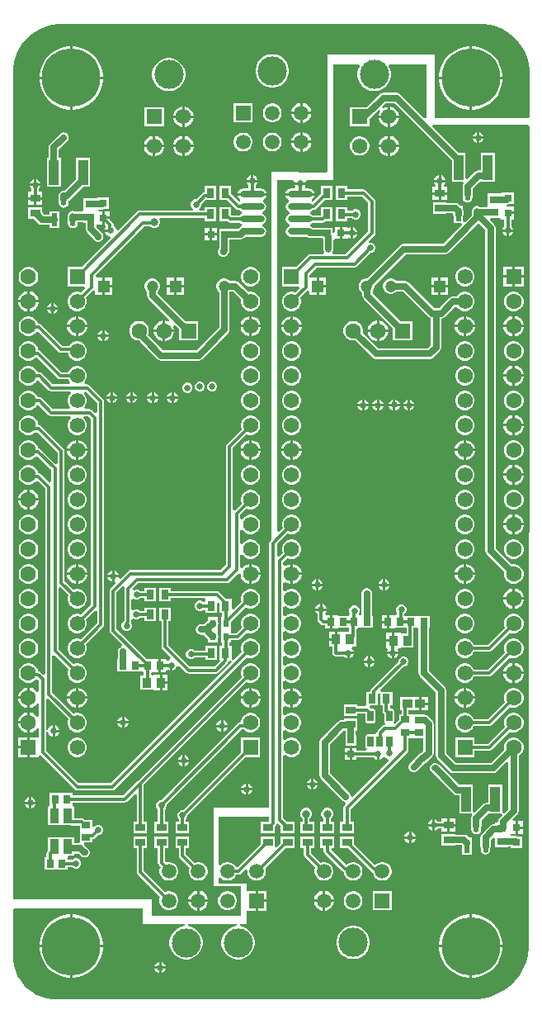
<source format=gtl>
G04*
G04 #@! TF.GenerationSoftware,Altium Limited,Altium Designer,23.0.1 (38)*
G04*
G04 Layer_Physical_Order=1*
G04 Layer_Color=255*
%FSLAX44Y44*%
%MOMM*%
G71*
G04*
G04 #@! TF.SameCoordinates,BC9D6512-4978-4A19-9F96-E8A3AF7CD3FB*
G04*
G04*
G04 #@! TF.FilePolarity,Positive*
G04*
G01*
G75*
%ADD15O,2.5000X0.7000*%
%ADD16R,0.8000X1.0000*%
%ADD17R,0.5851X1.3360*%
G04:AMPARAMS|DCode=18|XSize=1.336mm|YSize=0.5851mm|CornerRadius=0.2925mm|HoleSize=0mm|Usage=FLASHONLY|Rotation=90.000|XOffset=0mm|YOffset=0mm|HoleType=Round|Shape=RoundedRectangle|*
%AMROUNDEDRECTD18*
21,1,1.3360,0.0000,0,0,90.0*
21,1,0.7510,0.5851,0,0,90.0*
1,1,0.5851,0.0000,0.3755*
1,1,0.5851,0.0000,-0.3755*
1,1,0.5851,0.0000,-0.3755*
1,1,0.5851,0.0000,0.3755*
%
%ADD18ROUNDEDRECTD18*%
%ADD19R,1.0000X0.8000*%
%ADD20R,0.8500X0.7000*%
%ADD21R,0.7000X0.8500*%
%ADD22R,0.9000X1.5000*%
%ADD23R,0.7500X0.8500*%
%ADD24R,0.9000X1.0500*%
%ADD25R,1.1311X0.9121*%
%ADD26R,0.7000X0.7000*%
%ADD27R,1.0000X2.5000*%
%ADD28R,0.8000X0.8000*%
%ADD29R,0.9500X0.8000*%
%ADD30R,0.6000X0.8000*%
%ADD31R,0.7000X0.7000*%
G04:AMPARAMS|DCode=32|XSize=1.1mm|YSize=0.6mm|CornerRadius=0.051mm|HoleSize=0mm|Usage=FLASHONLY|Rotation=90.000|XOffset=0mm|YOffset=0mm|HoleType=Round|Shape=RoundedRectangle|*
%AMROUNDEDRECTD32*
21,1,1.1000,0.4980,0,0,90.0*
21,1,0.9980,0.6000,0,0,90.0*
1,1,0.1020,0.2490,0.4990*
1,1,0.1020,0.2490,-0.4990*
1,1,0.1020,-0.2490,-0.4990*
1,1,0.1020,-0.2490,0.4990*
%
%ADD32ROUNDEDRECTD32*%
%ADD33R,0.8500X0.7500*%
%ADD50C,3.0000*%
%ADD51R,1.5700X1.5700*%
%ADD52C,1.5700*%
%ADD56R,1.2000X1.2000*%
%ADD57C,1.2000*%
%ADD64C,0.3048*%
%ADD65C,0.6350*%
%ADD66C,1.5200*%
%ADD67R,1.5200X1.5200*%
%ADD68R,11.4300X15.2400*%
%ADD69C,1.6000*%
%ADD70R,1.6000X1.6000*%
%ADD71C,1.5600*%
%ADD72R,1.5600X1.5600*%
%ADD73R,1.6000X1.6000*%
%ADD74C,1.6000*%
%ADD75C,6.0000*%
%ADD76C,0.6500*%
%ADD77C,0.8000*%
G36*
X424180Y904243D02*
X422303Y903465D01*
X397454Y928314D01*
X395732Y929465D01*
X393700Y929869D01*
X393700Y929869D01*
X380250D01*
X380250Y929869D01*
X378218Y929465D01*
X376496Y928314D01*
X363294Y915112D01*
X345958D01*
Y895348D01*
X365722D01*
Y902524D01*
X375687Y912489D01*
X377313Y911242D01*
X376158Y909240D01*
X375450Y906598D01*
Y906500D01*
X384570D01*
Y915620D01*
X384472D01*
X381830Y914912D01*
X379828Y913756D01*
X378581Y915383D01*
X382449Y919251D01*
X391501D01*
X450408Y860344D01*
Y838908D01*
X461673D01*
X462556Y836876D01*
X461845Y835812D01*
X461441Y833780D01*
X461441Y833780D01*
Y825982D01*
X461696Y824702D01*
Y822227D01*
X462080Y820293D01*
X463176Y818653D01*
X464816Y817557D01*
X466750Y817172D01*
X468684Y817557D01*
X470324Y818653D01*
X471420Y820293D01*
X471804Y822227D01*
Y824702D01*
X472059Y825982D01*
Y831581D01*
X478672Y838194D01*
X480408Y838908D01*
X480408Y838908D01*
Y838908D01*
X480408Y838908D01*
X494472D01*
Y867972D01*
X480408D01*
Y850129D01*
X477790D01*
X477790Y850129D01*
X475758Y849725D01*
X474036Y848574D01*
X466349Y840887D01*
X464472Y841665D01*
Y867972D01*
X457796D01*
X430584Y895184D01*
X431362Y897061D01*
X528626D01*
X530063Y895624D01*
X529637Y56581D01*
X529636Y56581D01*
X529599Y52876D01*
X528558Y45541D01*
X526569Y38404D01*
X523665Y31588D01*
X519896Y25209D01*
X515327Y19376D01*
X510036Y14190D01*
X504113Y9739D01*
X497660Y6099D01*
X490787Y3333D01*
X483611Y1487D01*
X476256Y594D01*
X472552Y631D01*
X472552Y631D01*
X472317Y64D01*
X43537Y491D01*
X40715Y491D01*
X35121Y1228D01*
X29670Y2688D01*
X24457Y4848D01*
X19570Y7669D01*
X15094Y11104D01*
X11104Y15094D01*
X7669Y19571D01*
X4847Y24458D01*
X2688Y29671D01*
X1228Y35121D01*
X491Y40716D01*
X491Y43537D01*
X109Y92537D01*
X1540Y93980D01*
X133350D01*
Y77470D01*
X176089D01*
X176122Y75452D01*
X172832Y74798D01*
X169732Y73514D01*
X166943Y71650D01*
X164570Y69277D01*
X162706Y66488D01*
X161423Y63388D01*
X160768Y60097D01*
Y56743D01*
X161423Y53452D01*
X162706Y50352D01*
X164570Y47563D01*
X166943Y45190D01*
X169732Y43326D01*
X172832Y42042D01*
X176122Y41388D01*
X179478D01*
X182768Y42042D01*
X185868Y43326D01*
X188657Y45190D01*
X191030Y47563D01*
X192894Y50352D01*
X194177Y53452D01*
X194832Y56743D01*
Y60097D01*
X194177Y63388D01*
X192894Y66488D01*
X191030Y69277D01*
X188657Y71650D01*
X185868Y73514D01*
X182768Y74798D01*
X179478Y75452D01*
X179511Y77470D01*
X229429D01*
X229463Y75452D01*
X226172Y74798D01*
X223072Y73514D01*
X220283Y71650D01*
X217910Y69277D01*
X216046Y66488D01*
X214762Y63388D01*
X214108Y60097D01*
Y56743D01*
X214762Y53452D01*
X216046Y50352D01*
X217910Y47563D01*
X220283Y45190D01*
X223072Y43326D01*
X226172Y42042D01*
X229463Y41388D01*
X232817D01*
X236108Y42042D01*
X239208Y43326D01*
X241997Y45190D01*
X244370Y47563D01*
X246234Y50352D01*
X247518Y53452D01*
X248172Y56743D01*
Y60097D01*
X247518Y63388D01*
X246234Y66488D01*
X244370Y69277D01*
X241997Y71650D01*
X239208Y73514D01*
X236108Y74798D01*
X232817Y75452D01*
X232851Y77470D01*
X240030D01*
Y89436D01*
X240050Y91460D01*
X242062Y91460D01*
X248920D01*
Y101600D01*
Y111740D01*
X242062D01*
X240050Y111740D01*
X240030Y113764D01*
Y119380D01*
X210820D01*
Y124595D01*
X211318Y124922D01*
X212852Y125316D01*
X214276Y123892D01*
X216472Y122624D01*
X218922Y121968D01*
X221458D01*
X223908Y122624D01*
X226104Y123892D01*
X227897Y125686D01*
X229166Y127882D01*
X229190Y127974D01*
X231810D01*
X231810Y127974D01*
X233197Y128250D01*
X234374Y129036D01*
X238611Y133274D01*
X239198Y133151D01*
X240558Y132347D01*
Y130332D01*
X241214Y127882D01*
X242482Y125686D01*
X244276Y123892D01*
X246472Y122624D01*
X248922Y121968D01*
X251458D01*
X253908Y122624D01*
X256104Y123892D01*
X257897Y125686D01*
X259166Y127882D01*
X259822Y130332D01*
Y132868D01*
X259337Y134679D01*
X280035Y155378D01*
X288972D01*
Y167442D01*
X274908D01*
Y160506D01*
X270684Y156281D01*
X268652Y157123D01*
Y167442D01*
X254588D01*
Y159506D01*
X231041Y135958D01*
X230899Y135910D01*
X228670Y136176D01*
X227897Y137514D01*
X226104Y139307D01*
X223908Y140576D01*
X221458Y141232D01*
X218922D01*
X216472Y140576D01*
X214276Y139307D01*
X212852Y137884D01*
X211318Y138278D01*
X210820Y138605D01*
Y187960D01*
X263074D01*
Y182442D01*
X254588D01*
Y170378D01*
X268652D01*
Y177314D01*
X269264Y177926D01*
X269264Y177926D01*
X270050Y179102D01*
X270248Y180101D01*
X271311Y180672D01*
X272358Y180865D01*
X274908Y178314D01*
Y170378D01*
X288972D01*
Y182442D01*
X281035D01*
X277576Y185902D01*
Y250346D01*
X279608Y251188D01*
X279963Y250833D01*
X282205Y249538D01*
X284706Y248868D01*
X287294D01*
X289795Y249538D01*
X292037Y250833D01*
X293868Y252663D01*
X295162Y254905D01*
X295832Y257406D01*
Y259994D01*
X295162Y262495D01*
X293868Y264737D01*
X292037Y266568D01*
X289795Y267862D01*
X287294Y268532D01*
X284706D01*
X282205Y267862D01*
X279963Y266568D01*
X279608Y266212D01*
X277576Y267054D01*
Y275746D01*
X279608Y276588D01*
X279963Y276232D01*
X282205Y274938D01*
X284706Y274268D01*
X287294D01*
X289795Y274938D01*
X292037Y276232D01*
X293868Y278063D01*
X295162Y280305D01*
X295832Y282806D01*
Y285394D01*
X295162Y287895D01*
X293868Y290137D01*
X292037Y291968D01*
X289795Y293262D01*
X287294Y293932D01*
X284706D01*
X282205Y293262D01*
X279963Y291968D01*
X279608Y291612D01*
X277576Y292454D01*
Y300428D01*
X279608Y301269D01*
X279651Y301226D01*
X282009Y299865D01*
X284639Y299160D01*
X284730D01*
Y309500D01*
Y319840D01*
X284639D01*
X282009Y319135D01*
X279651Y317774D01*
X279608Y317731D01*
X277576Y318572D01*
Y326546D01*
X279608Y327388D01*
X279963Y327033D01*
X282205Y325738D01*
X284706Y325068D01*
X287294D01*
X289795Y325738D01*
X292037Y327033D01*
X293868Y328863D01*
X295162Y331105D01*
X295832Y333606D01*
Y336194D01*
X295162Y338695D01*
X293868Y340937D01*
X292037Y342768D01*
X289795Y344062D01*
X287294Y344732D01*
X284706D01*
X282205Y344062D01*
X279963Y342768D01*
X279608Y342412D01*
X277576Y343254D01*
Y351946D01*
X279608Y352788D01*
X279963Y352433D01*
X282205Y351138D01*
X284706Y350468D01*
X287294D01*
X289795Y351138D01*
X292037Y352433D01*
X293868Y354263D01*
X295162Y356505D01*
X295832Y359006D01*
Y361594D01*
X295162Y364095D01*
X293868Y366337D01*
X292037Y368168D01*
X289795Y369462D01*
X287294Y370132D01*
X284706D01*
X282205Y369462D01*
X279963Y368168D01*
X279608Y367812D01*
X277576Y368654D01*
Y377346D01*
X279608Y378188D01*
X279963Y377832D01*
X282205Y376538D01*
X284706Y375868D01*
X287294D01*
X289795Y376538D01*
X292037Y377832D01*
X293868Y379663D01*
X295162Y381905D01*
X295832Y384406D01*
Y386994D01*
X295162Y389495D01*
X293868Y391737D01*
X292037Y393568D01*
X289795Y394862D01*
X287294Y395532D01*
X284706D01*
X282205Y394862D01*
X279963Y393568D01*
X279608Y393212D01*
X277576Y394054D01*
Y402746D01*
X279608Y403588D01*
X279963Y403232D01*
X282205Y401938D01*
X284706Y401268D01*
X287294D01*
X289795Y401938D01*
X292037Y403232D01*
X293868Y405063D01*
X295162Y407305D01*
X295832Y409806D01*
Y412394D01*
X295162Y414895D01*
X293868Y417137D01*
X292037Y418968D01*
X289795Y420262D01*
X287294Y420932D01*
X284706D01*
X282205Y420262D01*
X279963Y418968D01*
X279608Y418612D01*
X277576Y419454D01*
Y427428D01*
X279608Y428269D01*
X279651Y428226D01*
X282009Y426865D01*
X284639Y426160D01*
X284730D01*
Y436500D01*
Y446840D01*
X284639D01*
X282009Y446135D01*
X279651Y444774D01*
X279608Y444731D01*
X277576Y445572D01*
Y448348D01*
X282053Y452826D01*
X282205Y452738D01*
X284706Y452068D01*
X287294D01*
X289795Y452738D01*
X292037Y454033D01*
X293868Y455863D01*
X295162Y458105D01*
X295832Y460606D01*
Y463194D01*
X295162Y465695D01*
X293868Y467937D01*
X292037Y469768D01*
X289795Y471062D01*
X287294Y471732D01*
X284706D01*
X282205Y471062D01*
X279963Y469768D01*
X278132Y467937D01*
X276838Y465695D01*
X276168Y463194D01*
Y460606D01*
X276838Y458105D01*
X276926Y457953D01*
X273327Y454355D01*
X271450Y455132D01*
Y467622D01*
X282053Y478226D01*
X282205Y478138D01*
X284706Y477468D01*
X287294D01*
X289795Y478138D01*
X292037Y479432D01*
X293868Y481263D01*
X295162Y483505D01*
X295832Y486006D01*
Y488594D01*
X295162Y491095D01*
X293868Y493337D01*
X292037Y495168D01*
X289795Y496462D01*
X287294Y497132D01*
X284706D01*
X282205Y496462D01*
X279963Y495168D01*
X278132Y493337D01*
X276838Y491095D01*
X276168Y488594D01*
Y486006D01*
X276838Y483505D01*
X276926Y483353D01*
X273327Y479755D01*
X271450Y480532D01*
Y840740D01*
X287781D01*
X289139Y838708D01*
X288889Y838105D01*
X300371D01*
X300121Y838708D01*
X301479Y840740D01*
X328930D01*
Y958850D01*
X355163D01*
X356121Y957058D01*
X355746Y956498D01*
X354463Y953398D01*
X353808Y950107D01*
Y946752D01*
X354463Y943462D01*
X355746Y940362D01*
X357610Y937573D01*
X359983Y935200D01*
X362772Y933336D01*
X365872Y932053D01*
X369162Y931398D01*
X372518D01*
X375808Y932053D01*
X378908Y933336D01*
X381697Y935200D01*
X384070Y937573D01*
X385934Y940362D01*
X387217Y943462D01*
X387872Y946752D01*
Y950107D01*
X387217Y953398D01*
X385934Y956498D01*
X385559Y957058D01*
X386517Y958850D01*
X424180D01*
Y904243D01*
D02*
G37*
G36*
X50063Y1000063D02*
X50064Y1000063D01*
X480064D01*
X483341Y1000063D01*
X489839Y999208D01*
X496170Y997512D01*
X502225Y995003D01*
X507902Y991726D01*
X513102Y987736D01*
X517736Y983101D01*
X521726Y977901D01*
X525003Y972225D01*
X527511Y966170D01*
X529207Y959838D01*
X530063Y953340D01*
X530063Y950063D01*
X530063Y950063D01*
X530063Y950062D01*
X530064Y905442D01*
X528625Y904007D01*
X433054Y904256D01*
X433069Y966885D01*
X433070Y969010D01*
X432911Y968851D01*
X431038Y968851D01*
X322920D01*
Y849706D01*
X321481Y848271D01*
X265430Y848460D01*
Y471857D01*
X264136Y470564D01*
X263350Y469388D01*
X263074Y468000D01*
X263074Y468000D01*
Y196850D01*
X205740D01*
Y116050D01*
X233680D01*
Y86360D01*
X142240D01*
Y102870D01*
X63D01*
Y951702D01*
X117Y954926D01*
X1065Y961303D01*
X2837Y967503D01*
X5404Y973418D01*
X8720Y978947D01*
X12730Y983996D01*
X17365Y988479D01*
X22545Y992318D01*
X28182Y995449D01*
X34179Y997817D01*
X40434Y999381D01*
X46840Y1000116D01*
X50063Y1000063D01*
D02*
G37*
%LPC*%
G36*
X387208Y915620D02*
X387110D01*
Y906500D01*
X396230D01*
Y906598D01*
X395522Y909240D01*
X394154Y911610D01*
X392220Y913544D01*
X389850Y914912D01*
X387208Y915620D01*
D02*
G37*
G36*
X396230Y903960D02*
X387110D01*
Y894840D01*
X387208D01*
X389850Y895548D01*
X392220Y896916D01*
X394154Y898850D01*
X395522Y901220D01*
X396230Y903862D01*
Y903960D01*
D02*
G37*
G36*
X384570D02*
X375450D01*
Y903862D01*
X376158Y901220D01*
X377526Y898850D01*
X379460Y896916D01*
X381830Y895548D01*
X384472Y894840D01*
X384570D01*
Y903960D01*
D02*
G37*
G36*
X478790Y889661D02*
Y885190D01*
X483261D01*
X482429Y887200D01*
X480800Y888829D01*
X478790Y889661D01*
D02*
G37*
G36*
X476250D02*
X474240Y888829D01*
X472611Y887200D01*
X471779Y885190D01*
X476250D01*
Y889661D01*
D02*
G37*
G36*
X483261Y882650D02*
X478790D01*
Y878179D01*
X480800Y879011D01*
X482429Y880640D01*
X483261Y882650D01*
D02*
G37*
G36*
X476250D02*
X471779D01*
X472611Y880640D01*
X474240Y879011D01*
X476250Y878179D01*
Y882650D01*
D02*
G37*
G36*
X387208Y885620D02*
X387110D01*
Y876500D01*
X396230D01*
Y876598D01*
X395522Y879240D01*
X394154Y881610D01*
X392220Y883544D01*
X389850Y884912D01*
X387208Y885620D01*
D02*
G37*
G36*
X384570D02*
X384472D01*
X381830Y884912D01*
X379460Y883544D01*
X377526Y881610D01*
X376158Y879240D01*
X375450Y876598D01*
Y876500D01*
X384570D01*
Y885620D01*
D02*
G37*
G36*
X357141Y885112D02*
X354539D01*
X352026Y884438D01*
X349772Y883138D01*
X347933Y881298D01*
X346632Y879044D01*
X345958Y876531D01*
Y873929D01*
X346632Y871416D01*
X347933Y869162D01*
X349772Y867322D01*
X352026Y866021D01*
X354539Y865348D01*
X357141D01*
X359654Y866021D01*
X361908Y867322D01*
X363748Y869162D01*
X365048Y871416D01*
X365722Y873929D01*
Y876531D01*
X365048Y879044D01*
X363748Y881298D01*
X361908Y883138D01*
X359654Y884438D01*
X357141Y885112D01*
D02*
G37*
G36*
X396230Y873960D02*
X387110D01*
Y864840D01*
X387208D01*
X389850Y865548D01*
X392220Y866916D01*
X394154Y868850D01*
X395522Y871220D01*
X396230Y873862D01*
Y873960D01*
D02*
G37*
G36*
X384570D02*
X375450D01*
Y873862D01*
X376158Y871220D01*
X377526Y868850D01*
X379460Y866916D01*
X381830Y865548D01*
X384472Y864840D01*
X384570D01*
Y873960D01*
D02*
G37*
G36*
X439420Y845211D02*
Y840740D01*
X443891D01*
X443059Y842750D01*
X441430Y844379D01*
X439420Y845211D01*
D02*
G37*
G36*
X436880D02*
X434870Y844379D01*
X433241Y842750D01*
X432409Y840740D01*
X436880D01*
Y845211D01*
D02*
G37*
G36*
X443891Y838200D02*
X432409D01*
X433241Y836190D01*
X434209Y835222D01*
X433764Y833190D01*
X430610D01*
Y827920D01*
X445690D01*
Y833190D01*
X442536D01*
X442091Y835222D01*
X443059Y836190D01*
X443891Y838200D01*
D02*
G37*
G36*
X300371Y835565D02*
X288889D01*
X289556Y833954D01*
X288972Y832569D01*
X288481Y831922D01*
X285630D01*
X283273Y831453D01*
X281275Y830118D01*
X279940Y828120D01*
X279724Y827033D01*
X294630D01*
X309536D01*
X309319Y828120D01*
X307985Y830118D01*
X305987Y831453D01*
X303630Y831922D01*
X300779D01*
X300288Y832569D01*
X299704Y833954D01*
X300371Y835565D01*
D02*
G37*
G36*
X445690Y825380D02*
X439420D01*
Y820110D01*
X445690D01*
Y825380D01*
D02*
G37*
G36*
X436880D02*
X430610D01*
Y820110D01*
X436880D01*
Y825380D01*
D02*
G37*
G36*
X501969Y827601D02*
X500812Y826452D01*
X487248D01*
Y815484D01*
X487248Y814388D01*
X486348Y812729D01*
X479495D01*
X478184Y813605D01*
X476250Y813989D01*
X474316Y813605D01*
X472676Y812509D01*
X471580Y810869D01*
X471196Y808935D01*
Y808450D01*
X470941Y807170D01*
X470941Y807170D01*
Y805180D01*
X470941Y805180D01*
X470941Y805180D01*
Y804124D01*
X464239Y797422D01*
X462207Y798264D01*
Y803412D01*
X462559Y805180D01*
Y808435D01*
X462559Y808436D01*
X462207Y810204D01*
Y813892D01*
X459301D01*
X457789Y815404D01*
X456067Y816555D01*
X454035Y816959D01*
X454035Y816959D01*
X445182D01*
Y817682D01*
X431118D01*
Y805618D01*
X445182D01*
Y806341D01*
X451836D01*
X451941Y806236D01*
Y805180D01*
X452293Y803412D01*
Y796468D01*
X460412D01*
X461253Y794436D01*
X441746Y774929D01*
X400920D01*
X398888Y774525D01*
X397166Y773374D01*
X397166Y773374D01*
X363344Y739552D01*
X361763D01*
X359720Y739005D01*
X357888Y737947D01*
X356393Y736452D01*
X355335Y734620D01*
X354788Y732577D01*
Y730463D01*
X355335Y728420D01*
X356393Y726588D01*
X357888Y725093D01*
X358592Y724687D01*
Y721949D01*
X358592Y721949D01*
X358996Y719917D01*
X360147Y718195D01*
X390018Y688324D01*
Y675768D01*
X410082D01*
Y695832D01*
X397526D01*
X369210Y724148D01*
Y726551D01*
X369247Y726588D01*
X370305Y728420D01*
X370852Y730463D01*
Y732044D01*
X403119Y764311D01*
X443945D01*
X443946Y764311D01*
X445977Y764715D01*
X447700Y765866D01*
X477878Y796044D01*
X484911Y789011D01*
Y460280D01*
X484911Y460280D01*
X485315Y458248D01*
X486466Y456526D01*
X504222Y438770D01*
X503968Y437821D01*
Y435179D01*
X504652Y432628D01*
X505972Y430340D01*
X507840Y428472D01*
X510128Y427152D01*
X512679Y426468D01*
X515321D01*
X517872Y427152D01*
X520160Y428472D01*
X522028Y430340D01*
X523348Y432628D01*
X524032Y435179D01*
Y437821D01*
X523348Y440372D01*
X522028Y442660D01*
X520160Y444528D01*
X517872Y445848D01*
X515321Y446532D01*
X512679D01*
X511730Y446278D01*
X495529Y462479D01*
Y791210D01*
X495529Y791210D01*
X495125Y793242D01*
X493974Y794964D01*
X489427Y799511D01*
X490205Y801388D01*
X499992Y801388D01*
X501461Y800029D01*
X502281Y800029D01*
X504375D01*
Y793234D01*
X503091Y791950D01*
X502259Y789940D01*
X513741D01*
X512909Y791950D01*
X511627Y793232D01*
Y800029D01*
X514541D01*
Y805299D01*
X508001D01*
Y807839D01*
X514541D01*
Y813109D01*
X506924D01*
X506852Y815111D01*
X506852Y815111D01*
X508883Y815515D01*
X508916Y815537D01*
X514033D01*
Y827601D01*
X501969D01*
Y827601D01*
D02*
G37*
G36*
X343352Y812475D02*
X331288D01*
Y798411D01*
X343352D01*
Y801554D01*
X347946D01*
X348798Y800702D01*
X350739Y799898D01*
X352841D01*
X354782Y800702D01*
X356268Y802188D01*
X357072Y804129D01*
Y806231D01*
X356268Y808172D01*
X354782Y809658D01*
X352841Y810462D01*
X350739D01*
X348798Y809658D01*
X347946Y808806D01*
X343352D01*
Y812475D01*
D02*
G37*
G36*
Y834065D02*
X331288D01*
Y820001D01*
X343352D01*
Y823408D01*
X358399D01*
X364674Y817133D01*
Y787632D01*
X341398Y764356D01*
X328929D01*
X328088Y766388D01*
X328328Y766628D01*
X329132Y768569D01*
Y769932D01*
X329159Y770067D01*
Y778618D01*
X330510Y780090D01*
X331191Y780090D01*
X335280D01*
Y786130D01*
Y792170D01*
X330510D01*
Y787123D01*
X330375Y786956D01*
X328478Y786273D01*
X328082Y786751D01*
Y791662D01*
X317018D01*
Y791439D01*
X307761D01*
X307618Y791652D01*
X305788Y792874D01*
X305270Y792977D01*
Y795049D01*
X305788Y795152D01*
X307618Y796375D01*
X307861Y796738D01*
X318240D01*
X318240Y796738D01*
X319627Y797014D01*
X320804Y797800D01*
X321415Y798411D01*
X328352D01*
Y812475D01*
X316288D01*
Y803989D01*
X307861D01*
X307618Y804352D01*
X305788Y805574D01*
X305270Y805677D01*
Y807749D01*
X305788Y807852D01*
X307618Y809075D01*
X308061Y809737D01*
X308650D01*
X308650Y809737D01*
X310037Y810013D01*
X311213Y810799D01*
X320415Y820001D01*
X328352D01*
Y834065D01*
X316288D01*
Y826126D01*
X316280Y826121D01*
X316280Y826121D01*
X308087Y817928D01*
X306886Y818453D01*
X306871Y820665D01*
X307985Y821409D01*
X309319Y823407D01*
X309536Y824493D01*
X294630D01*
X279724D01*
X279940Y823407D01*
X281275Y821409D01*
X283029Y820237D01*
X283219Y819393D01*
X283112Y818034D01*
X281642Y817052D01*
X280419Y815222D01*
X279990Y813063D01*
X280419Y810905D01*
X281642Y809075D01*
X283472Y807852D01*
X283990Y807749D01*
Y805677D01*
X283472Y805574D01*
X281642Y804352D01*
X280419Y802522D01*
X279990Y800363D01*
X280419Y798205D01*
X281642Y796375D01*
X283472Y795152D01*
X283990Y795049D01*
Y792977D01*
X283472Y792874D01*
X281642Y791652D01*
X280419Y789822D01*
X279990Y787663D01*
X280419Y785505D01*
X281642Y783675D01*
X283472Y782452D01*
X285630Y782023D01*
X302113D01*
X303307Y781225D01*
X305339Y780821D01*
X317018D01*
Y780598D01*
X318415D01*
X318541Y780409D01*
Y770067D01*
X318568Y769932D01*
Y768569D01*
X319372Y766628D01*
X319612Y766388D01*
X318771Y764356D01*
X305430D01*
X305430Y764356D01*
X304042Y764080D01*
X302866Y763294D01*
X302866Y763294D01*
X290704Y751132D01*
X276168D01*
Y731468D01*
X293567D01*
X294408Y729436D01*
X289947Y724974D01*
X289795Y725062D01*
X287294Y725732D01*
X284706D01*
X282205Y725062D01*
X279963Y723768D01*
X278132Y721937D01*
X276838Y719695D01*
X276168Y717194D01*
Y714606D01*
X276838Y712105D01*
X278132Y709863D01*
X279963Y708033D01*
X282205Y706738D01*
X284706Y706068D01*
X287294D01*
X289795Y706738D01*
X292037Y708033D01*
X293868Y709863D01*
X295162Y712105D01*
X295832Y714606D01*
Y717194D01*
X295162Y719695D01*
X295074Y719847D01*
X302248Y727020D01*
X304280Y726179D01*
Y722980D01*
X311550D01*
Y731520D01*
Y740060D01*
X306208D01*
X304280Y740060D01*
X304176Y742049D01*
Y743074D01*
X311856Y750754D01*
X350520D01*
X350520Y750754D01*
X351908Y751030D01*
X353084Y751816D01*
X366875Y765608D01*
X368081D01*
X370022Y766412D01*
X371508Y767898D01*
X372312Y769839D01*
Y771941D01*
X371508Y773882D01*
X370022Y775368D01*
X368081Y776172D01*
X366343D01*
X365638Y777185D01*
X365347Y778049D01*
X370864Y783566D01*
X370864Y783566D01*
X371650Y784743D01*
X371926Y786130D01*
X371926Y786130D01*
Y818634D01*
X371926Y818634D01*
X371650Y820022D01*
X370864Y821198D01*
X370864Y821198D01*
X362465Y829597D01*
X361289Y830383D01*
X359901Y830659D01*
X359901Y830659D01*
X343352D01*
Y834065D01*
D02*
G37*
G36*
X349250Y791871D02*
Y787400D01*
X353721D01*
X352889Y789410D01*
X351260Y791039D01*
X349250Y791871D01*
D02*
G37*
G36*
X513741Y787400D02*
X509270D01*
Y782929D01*
X511280Y783761D01*
X512909Y785390D01*
X513741Y787400D01*
D02*
G37*
G36*
X506730D02*
X502259D01*
X503091Y785390D01*
X504720Y783761D01*
X506730Y782929D01*
Y787400D01*
D02*
G37*
G36*
X353721Y784860D02*
X349250D01*
Y780389D01*
X351260Y781221D01*
X352889Y782850D01*
X353721Y784860D01*
D02*
G37*
G36*
X342590Y792170D02*
X337820D01*
Y786130D01*
Y780090D01*
X342590D01*
Y780458D01*
X344622Y781300D01*
X344700Y781221D01*
X346710Y780389D01*
Y786130D01*
Y791871D01*
X344700Y791039D01*
X344622Y790960D01*
X342590Y791802D01*
Y792170D01*
D02*
G37*
G36*
X524540Y751840D02*
X515270D01*
Y742570D01*
X524540D01*
Y751840D01*
D02*
G37*
G36*
X512730D02*
X503460D01*
Y742570D01*
X512730D01*
Y751840D01*
D02*
G37*
G36*
X446290Y740060D02*
X439020D01*
Y732790D01*
X446290D01*
Y740060D01*
D02*
G37*
G36*
X314090D02*
Y732790D01*
X321360D01*
Y740060D01*
X314090D01*
D02*
G37*
G36*
X436480D02*
X429210D01*
Y732790D01*
X436480D01*
Y740060D01*
D02*
G37*
G36*
X465294Y751132D02*
X462706D01*
X460205Y750462D01*
X457963Y749168D01*
X456133Y747337D01*
X454838Y745095D01*
X454168Y742594D01*
Y740006D01*
X454838Y737505D01*
X456133Y735263D01*
X457963Y733432D01*
X460205Y732138D01*
X462706Y731468D01*
X465294D01*
X467795Y732138D01*
X470037Y733432D01*
X471868Y735263D01*
X473162Y737505D01*
X473832Y740006D01*
Y742594D01*
X473162Y745095D01*
X471868Y747337D01*
X470037Y749168D01*
X467795Y750462D01*
X465294Y751132D01*
D02*
G37*
G36*
X524540Y740030D02*
X515270D01*
Y730760D01*
X524540D01*
Y740030D01*
D02*
G37*
G36*
X512730D02*
X503460D01*
Y730760D01*
X512730D01*
Y740030D01*
D02*
G37*
G36*
X446290Y730250D02*
X439020D01*
Y722980D01*
X446290D01*
Y730250D01*
D02*
G37*
G36*
X436480D02*
X429210D01*
Y722980D01*
X436480D01*
Y730250D01*
D02*
G37*
G36*
X321360D02*
X314090D01*
Y722980D01*
X321360D01*
Y730250D01*
D02*
G37*
G36*
X388807Y739552D02*
X386693D01*
X384650Y739005D01*
X382818Y737947D01*
X381323Y736452D01*
X380265Y734620D01*
X379718Y732577D01*
Y730463D01*
X380265Y728420D01*
X381323Y726588D01*
X382818Y725093D01*
X384650Y724035D01*
X386693Y723488D01*
X388807D01*
X390850Y724035D01*
X392682Y725093D01*
X393800Y726211D01*
X400391D01*
X426776Y699826D01*
X428498Y698675D01*
X429031Y698569D01*
Y670689D01*
X425951Y667609D01*
X374949D01*
X359028Y683530D01*
X359282Y684479D01*
Y687121D01*
X358598Y689672D01*
X357278Y691960D01*
X355410Y693828D01*
X353122Y695148D01*
X350571Y695832D01*
X347929D01*
X345378Y695148D01*
X343090Y693828D01*
X341222Y691960D01*
X339902Y689672D01*
X339218Y687121D01*
Y684479D01*
X339902Y681928D01*
X341222Y679640D01*
X343090Y677772D01*
X345378Y676452D01*
X347929Y675768D01*
X350571D01*
X351520Y676022D01*
X368996Y658546D01*
X370718Y657395D01*
X372750Y656991D01*
X428150D01*
X428150Y656991D01*
X430182Y657395D01*
X431904Y658546D01*
X438094Y664736D01*
X438094Y664736D01*
X439245Y666458D01*
X439649Y668490D01*
Y698316D01*
X441452Y698675D01*
X443174Y699826D01*
X453833Y710485D01*
X455863Y710330D01*
X456133Y709863D01*
X457963Y708033D01*
X460205Y706738D01*
X462706Y706068D01*
X465294D01*
X467795Y706738D01*
X470037Y708033D01*
X471868Y709863D01*
X473162Y712105D01*
X473832Y714606D01*
Y717194D01*
X473162Y719695D01*
X471868Y721937D01*
X470037Y723768D01*
X467795Y725062D01*
X465294Y725732D01*
X462706D01*
X460205Y725062D01*
X457963Y723768D01*
X456133Y721937D01*
X455712Y721209D01*
X451740D01*
X449708Y720805D01*
X447986Y719654D01*
X437221Y708889D01*
X432729D01*
X406344Y735274D01*
X404622Y736425D01*
X402590Y736829D01*
X402590Y736829D01*
X393800D01*
X392682Y737947D01*
X390850Y739005D01*
X388807Y739552D01*
D02*
G37*
G36*
X515321Y725932D02*
X512679D01*
X510128Y725248D01*
X507840Y723928D01*
X505972Y722060D01*
X504652Y719772D01*
X503968Y717221D01*
Y714579D01*
X504652Y712028D01*
X505972Y709740D01*
X507840Y707872D01*
X510128Y706552D01*
X512679Y705868D01*
X515321D01*
X517872Y706552D01*
X520160Y707872D01*
X522028Y709740D01*
X523348Y712028D01*
X524032Y714579D01*
Y717221D01*
X523348Y719772D01*
X522028Y722060D01*
X520160Y723928D01*
X517872Y725248D01*
X515321Y725932D01*
D02*
G37*
G36*
X465361Y700840D02*
X465270D01*
Y691770D01*
X474340D01*
Y691861D01*
X473635Y694491D01*
X472274Y696849D01*
X470349Y698774D01*
X467991Y700135D01*
X465361Y700840D01*
D02*
G37*
G36*
X462730D02*
X462639D01*
X460009Y700135D01*
X457651Y698774D01*
X455726Y696849D01*
X454365Y694491D01*
X453660Y691861D01*
Y691770D01*
X462730D01*
Y700840D01*
D02*
G37*
G36*
X515388Y701040D02*
X515270D01*
Y691770D01*
X524540D01*
Y691888D01*
X523822Y694568D01*
X522434Y696972D01*
X520472Y698934D01*
X518068Y700322D01*
X515388Y701040D01*
D02*
G37*
G36*
X287361Y700840D02*
X287270D01*
Y691770D01*
X296340D01*
Y691861D01*
X295635Y694491D01*
X294274Y696849D01*
X292349Y698774D01*
X289991Y700135D01*
X287361Y700840D01*
D02*
G37*
G36*
X284730D02*
X284639D01*
X282009Y700135D01*
X279651Y698774D01*
X277726Y696849D01*
X276365Y694491D01*
X275660Y691861D01*
Y691770D01*
X284730D01*
Y700840D01*
D02*
G37*
G36*
X512730Y701040D02*
X512612D01*
X509932Y700322D01*
X507528Y698934D01*
X505566Y696972D01*
X504178Y694568D01*
X503460Y691888D01*
Y691770D01*
X512730D01*
Y701040D01*
D02*
G37*
G36*
X376038Y696340D02*
X375920D01*
Y687070D01*
X385190D01*
Y687188D01*
X384472Y689868D01*
X383084Y692272D01*
X381122Y694234D01*
X378718Y695622D01*
X376038Y696340D01*
D02*
G37*
G36*
X373380D02*
X373262D01*
X370582Y695622D01*
X368178Y694234D01*
X366216Y692272D01*
X364828Y689868D01*
X364110Y687188D01*
Y687070D01*
X373380D01*
Y696340D01*
D02*
G37*
G36*
X474340Y689230D02*
X465270D01*
Y680160D01*
X465361D01*
X467991Y680865D01*
X470349Y682226D01*
X472274Y684151D01*
X473635Y686509D01*
X474340Y689139D01*
Y689230D01*
D02*
G37*
G36*
X462730D02*
X453660D01*
Y689139D01*
X454365Y686509D01*
X455726Y684151D01*
X457651Y682226D01*
X460009Y680865D01*
X462639Y680160D01*
X462730D01*
Y689230D01*
D02*
G37*
G36*
X296340Y689230D02*
X287270D01*
Y680160D01*
X287361D01*
X289991Y680865D01*
X292349Y682226D01*
X294274Y684151D01*
X295635Y686509D01*
X296340Y689139D01*
Y689230D01*
D02*
G37*
G36*
X284730D02*
X275660D01*
Y689139D01*
X276365Y686509D01*
X277726Y684151D01*
X279651Y682226D01*
X282009Y680865D01*
X284639Y680160D01*
X284730D01*
Y689230D01*
D02*
G37*
G36*
X524540D02*
X515270D01*
Y679960D01*
X515388D01*
X518068Y680678D01*
X520472Y682066D01*
X522434Y684028D01*
X523822Y686432D01*
X524540Y689112D01*
Y689230D01*
D02*
G37*
G36*
X512730D02*
X503460D01*
Y689112D01*
X504178Y686432D01*
X505566Y684028D01*
X507528Y682066D01*
X509932Y680678D01*
X512612Y679960D01*
X512730D01*
Y689230D01*
D02*
G37*
G36*
X385190Y684530D02*
X375920D01*
Y675260D01*
X376038D01*
X378718Y675978D01*
X381122Y677366D01*
X383084Y679328D01*
X384472Y681732D01*
X385190Y684412D01*
Y684530D01*
D02*
G37*
G36*
X373380D02*
X364110D01*
Y684412D01*
X364828Y681732D01*
X366216Y679328D01*
X368178Y677366D01*
X370582Y675978D01*
X373262Y675260D01*
X373380D01*
Y684530D01*
D02*
G37*
G36*
X465294Y674932D02*
X462706D01*
X460205Y674262D01*
X457963Y672968D01*
X456133Y671137D01*
X454838Y668895D01*
X454168Y666394D01*
Y663806D01*
X454838Y661305D01*
X456133Y659063D01*
X457963Y657233D01*
X460205Y655938D01*
X462706Y655268D01*
X465294D01*
X467795Y655938D01*
X470037Y657233D01*
X471868Y659063D01*
X473162Y661305D01*
X473832Y663806D01*
Y666394D01*
X473162Y668895D01*
X471868Y671137D01*
X470037Y672968D01*
X467795Y674262D01*
X465294Y674932D01*
D02*
G37*
G36*
X287294D02*
X284706D01*
X282205Y674262D01*
X279963Y672968D01*
X278132Y671137D01*
X276838Y668895D01*
X276168Y666394D01*
Y663806D01*
X276838Y661305D01*
X278132Y659063D01*
X279963Y657233D01*
X282205Y655938D01*
X284706Y655268D01*
X287294D01*
X289795Y655938D01*
X292037Y657233D01*
X293868Y659063D01*
X295162Y661305D01*
X295832Y663806D01*
Y666394D01*
X295162Y668895D01*
X293868Y671137D01*
X292037Y672968D01*
X289795Y674262D01*
X287294Y674932D01*
D02*
G37*
G36*
X515321Y675132D02*
X512679D01*
X510128Y674448D01*
X507840Y673128D01*
X505972Y671260D01*
X504652Y668972D01*
X503968Y666421D01*
Y663779D01*
X504652Y661228D01*
X505972Y658940D01*
X507840Y657072D01*
X510128Y655752D01*
X512679Y655068D01*
X515321D01*
X517872Y655752D01*
X520160Y657072D01*
X522028Y658940D01*
X523348Y661228D01*
X524032Y663779D01*
Y666421D01*
X523348Y668972D01*
X522028Y671260D01*
X520160Y673128D01*
X517872Y674448D01*
X515321Y675132D01*
D02*
G37*
G36*
X515388Y650240D02*
X515270D01*
Y640970D01*
X524540D01*
Y641088D01*
X523822Y643768D01*
X522434Y646172D01*
X520472Y648134D01*
X518068Y649522D01*
X515388Y650240D01*
D02*
G37*
G36*
X512730D02*
X512612D01*
X509932Y649522D01*
X507528Y648134D01*
X505566Y646172D01*
X504178Y643768D01*
X503460Y641088D01*
Y640970D01*
X512730D01*
Y650240D01*
D02*
G37*
G36*
X465294Y649532D02*
X462706D01*
X460205Y648862D01*
X457963Y647568D01*
X456133Y645737D01*
X454838Y643495D01*
X454168Y640994D01*
Y638406D01*
X454838Y635905D01*
X456133Y633663D01*
X457963Y631833D01*
X460205Y630538D01*
X462706Y629868D01*
X465294D01*
X467795Y630538D01*
X470037Y631833D01*
X471868Y633663D01*
X473162Y635905D01*
X473832Y638406D01*
Y640994D01*
X473162Y643495D01*
X471868Y645737D01*
X470037Y647568D01*
X467795Y648862D01*
X465294Y649532D01*
D02*
G37*
G36*
X287294D02*
X284706D01*
X282205Y648862D01*
X279963Y647568D01*
X278132Y645737D01*
X276838Y643495D01*
X276168Y640994D01*
Y638406D01*
X276838Y635905D01*
X278132Y633663D01*
X279963Y631833D01*
X282205Y630538D01*
X284706Y629868D01*
X287294D01*
X289795Y630538D01*
X292037Y631833D01*
X293868Y633663D01*
X295162Y635905D01*
X295832Y638406D01*
Y640994D01*
X295162Y643495D01*
X293868Y645737D01*
X292037Y647568D01*
X289795Y648862D01*
X287294Y649532D01*
D02*
G37*
G36*
X524540Y638430D02*
X515270D01*
Y629160D01*
X515388D01*
X518068Y629878D01*
X520472Y631266D01*
X522434Y633228D01*
X523822Y635632D01*
X524540Y638312D01*
Y638430D01*
D02*
G37*
G36*
X512730D02*
X503460D01*
Y638312D01*
X504178Y635632D01*
X505566Y633228D01*
X507528Y631266D01*
X509932Y629878D01*
X512612Y629160D01*
X512730D01*
Y638430D01*
D02*
G37*
G36*
X392710Y615413D02*
Y610942D01*
X397181D01*
X396348Y612952D01*
X394719Y614580D01*
X392710Y615413D01*
D02*
G37*
G36*
X390169D02*
X388160Y614580D01*
X386531Y612952D01*
X385698Y610942D01*
X390169D01*
Y615413D01*
D02*
G37*
G36*
X407670Y615341D02*
Y610870D01*
X412141D01*
X411309Y612880D01*
X409680Y614509D01*
X407670Y615341D01*
D02*
G37*
G36*
X405130D02*
X403120Y614509D01*
X401491Y612880D01*
X400659Y610870D01*
X405130D01*
Y615341D01*
D02*
G37*
G36*
X375920D02*
Y610870D01*
X380391D01*
X379559Y612880D01*
X377930Y614509D01*
X375920Y615341D01*
D02*
G37*
G36*
X373380D02*
X371370Y614509D01*
X369741Y612880D01*
X368909Y610870D01*
X373380D01*
Y615341D01*
D02*
G37*
G36*
X360680D02*
Y610870D01*
X365151D01*
X364319Y612880D01*
X362690Y614509D01*
X360680Y615341D01*
D02*
G37*
G36*
X358140D02*
X356130Y614509D01*
X354501Y612880D01*
X353669Y610870D01*
X358140D01*
Y615341D01*
D02*
G37*
G36*
X465294Y624132D02*
X462706D01*
X460205Y623462D01*
X457963Y622168D01*
X456133Y620337D01*
X454838Y618095D01*
X454168Y615594D01*
Y613006D01*
X454838Y610505D01*
X456133Y608263D01*
X457963Y606432D01*
X460205Y605138D01*
X462706Y604468D01*
X465294D01*
X467795Y605138D01*
X470037Y606432D01*
X471868Y608263D01*
X473162Y610505D01*
X473832Y613006D01*
Y615594D01*
X473162Y618095D01*
X471868Y620337D01*
X470037Y622168D01*
X467795Y623462D01*
X465294Y624132D01*
D02*
G37*
G36*
X287294D02*
X284706D01*
X282205Y623462D01*
X279963Y622168D01*
X278132Y620337D01*
X276838Y618095D01*
X276168Y615594D01*
Y613006D01*
X276838Y610505D01*
X278132Y608263D01*
X279963Y606432D01*
X282205Y605138D01*
X284706Y604468D01*
X287294D01*
X289795Y605138D01*
X292037Y606432D01*
X293868Y608263D01*
X295162Y610505D01*
X295832Y613006D01*
Y615594D01*
X295162Y618095D01*
X293868Y620337D01*
X292037Y622168D01*
X289795Y623462D01*
X287294Y624132D01*
D02*
G37*
G36*
X515321Y624332D02*
X512679D01*
X510128Y623648D01*
X507840Y622328D01*
X505972Y620460D01*
X504652Y618172D01*
X503968Y615621D01*
Y612979D01*
X504652Y610428D01*
X505972Y608140D01*
X507840Y606272D01*
X510128Y604952D01*
X512679Y604268D01*
X515321D01*
X517872Y604952D01*
X520160Y606272D01*
X522028Y608140D01*
X523348Y610428D01*
X524032Y612979D01*
Y615621D01*
X523348Y618172D01*
X522028Y620460D01*
X520160Y622328D01*
X517872Y623648D01*
X515321Y624332D01*
D02*
G37*
G36*
X397181Y608402D02*
X392710D01*
Y603930D01*
X394719Y604763D01*
X396348Y606392D01*
X397181Y608402D01*
D02*
G37*
G36*
X390169D02*
X385698D01*
X386531Y606392D01*
X388160Y604763D01*
X390169Y603930D01*
Y608402D01*
D02*
G37*
G36*
X412141Y608330D02*
X407670D01*
Y603859D01*
X409680Y604691D01*
X411309Y606320D01*
X412141Y608330D01*
D02*
G37*
G36*
X405130D02*
X400659D01*
X401491Y606320D01*
X403120Y604691D01*
X405130Y603859D01*
Y608330D01*
D02*
G37*
G36*
X380391D02*
X375920D01*
Y603859D01*
X377930Y604691D01*
X379559Y606320D01*
X380391Y608330D01*
D02*
G37*
G36*
X373380D02*
X368909D01*
X369741Y606320D01*
X371370Y604691D01*
X373380Y603859D01*
Y608330D01*
D02*
G37*
G36*
X365151D02*
X360680D01*
Y603859D01*
X362690Y604691D01*
X364319Y606320D01*
X365151Y608330D01*
D02*
G37*
G36*
X358140D02*
X353669D01*
X354501Y606320D01*
X356130Y604691D01*
X358140Y603859D01*
Y608330D01*
D02*
G37*
G36*
X515388Y599440D02*
X515270D01*
Y590170D01*
X524540D01*
Y590288D01*
X523822Y592968D01*
X522434Y595372D01*
X520472Y597334D01*
X518068Y598722D01*
X515388Y599440D01*
D02*
G37*
G36*
X512730D02*
X512612D01*
X509932Y598722D01*
X507528Y597334D01*
X505566Y595372D01*
X504178Y592968D01*
X503460Y590288D01*
Y590170D01*
X512730D01*
Y599440D01*
D02*
G37*
G36*
X465294Y598732D02*
X462706D01*
X460205Y598062D01*
X457963Y596768D01*
X456133Y594937D01*
X454838Y592695D01*
X454168Y590194D01*
Y587606D01*
X454838Y585105D01*
X456133Y582863D01*
X457963Y581032D01*
X460205Y579738D01*
X462706Y579068D01*
X465294D01*
X467795Y579738D01*
X470037Y581032D01*
X471868Y582863D01*
X473162Y585105D01*
X473832Y587606D01*
Y590194D01*
X473162Y592695D01*
X471868Y594937D01*
X470037Y596768D01*
X467795Y598062D01*
X465294Y598732D01*
D02*
G37*
G36*
X287294D02*
X284706D01*
X282205Y598062D01*
X279963Y596768D01*
X278132Y594937D01*
X276838Y592695D01*
X276168Y590194D01*
Y587606D01*
X276838Y585105D01*
X278132Y582863D01*
X279963Y581032D01*
X282205Y579738D01*
X284706Y579068D01*
X287294D01*
X289795Y579738D01*
X292037Y581032D01*
X293868Y582863D01*
X295162Y585105D01*
X295832Y587606D01*
Y590194D01*
X295162Y592695D01*
X293868Y594937D01*
X292037Y596768D01*
X289795Y598062D01*
X287294Y598732D01*
D02*
G37*
G36*
X524540Y587630D02*
X515270D01*
Y578360D01*
X515388D01*
X518068Y579078D01*
X520472Y580466D01*
X522434Y582428D01*
X523822Y584832D01*
X524540Y587512D01*
Y587630D01*
D02*
G37*
G36*
X512730D02*
X503460D01*
Y587512D01*
X504178Y584832D01*
X505566Y582428D01*
X507528Y580466D01*
X509932Y579078D01*
X512612Y578360D01*
X512730D01*
Y587630D01*
D02*
G37*
G36*
X465361Y573840D02*
X465270D01*
Y564770D01*
X474340D01*
Y564861D01*
X473635Y567491D01*
X472274Y569849D01*
X470349Y571774D01*
X467991Y573135D01*
X465361Y573840D01*
D02*
G37*
G36*
X462730D02*
X462639D01*
X460009Y573135D01*
X457651Y571774D01*
X455726Y569849D01*
X454365Y567491D01*
X453660Y564861D01*
Y564770D01*
X462730D01*
Y573840D01*
D02*
G37*
G36*
X287361D02*
X287270D01*
Y564770D01*
X296340D01*
Y564861D01*
X295635Y567491D01*
X294274Y569849D01*
X292349Y571774D01*
X289991Y573135D01*
X287361Y573840D01*
D02*
G37*
G36*
X284730D02*
X284639D01*
X282009Y573135D01*
X279651Y571774D01*
X277726Y569849D01*
X276365Y567491D01*
X275660Y564861D01*
Y564770D01*
X284730D01*
Y573840D01*
D02*
G37*
G36*
X515321Y573532D02*
X512679D01*
X510128Y572848D01*
X507840Y571528D01*
X505972Y569660D01*
X504652Y567372D01*
X503968Y564821D01*
Y562179D01*
X504652Y559628D01*
X505972Y557340D01*
X507840Y555472D01*
X510128Y554152D01*
X512679Y553468D01*
X515321D01*
X517872Y554152D01*
X520160Y555472D01*
X522028Y557340D01*
X523348Y559628D01*
X524032Y562179D01*
Y564821D01*
X523348Y567372D01*
X522028Y569660D01*
X520160Y571528D01*
X517872Y572848D01*
X515321Y573532D01*
D02*
G37*
G36*
X474340Y562230D02*
X465270D01*
Y553160D01*
X465361D01*
X467991Y553865D01*
X470349Y555226D01*
X472274Y557151D01*
X473635Y559509D01*
X474340Y562139D01*
Y562230D01*
D02*
G37*
G36*
X462730D02*
X453660D01*
Y562139D01*
X454365Y559509D01*
X455726Y557151D01*
X457651Y555226D01*
X460009Y553865D01*
X462639Y553160D01*
X462730D01*
Y562230D01*
D02*
G37*
G36*
X296340Y562230D02*
X287270D01*
Y553160D01*
X287361D01*
X289991Y553865D01*
X292349Y555226D01*
X294274Y557151D01*
X295635Y559509D01*
X296340Y562139D01*
Y562230D01*
D02*
G37*
G36*
X284730D02*
X275660D01*
Y562139D01*
X276365Y559509D01*
X277726Y557151D01*
X279651Y555226D01*
X282009Y553865D01*
X284639Y553160D01*
X284730D01*
Y562230D01*
D02*
G37*
G36*
X515388Y548640D02*
X515270D01*
Y539370D01*
X524540D01*
Y539488D01*
X523822Y542168D01*
X522434Y544572D01*
X520472Y546534D01*
X518068Y547922D01*
X515388Y548640D01*
D02*
G37*
G36*
X512730D02*
X512612D01*
X509932Y547922D01*
X507528Y546534D01*
X505566Y544572D01*
X504178Y542168D01*
X503460Y539488D01*
Y539370D01*
X512730D01*
Y548640D01*
D02*
G37*
G36*
X465294Y547932D02*
X462706D01*
X460205Y547262D01*
X457963Y545968D01*
X456133Y544137D01*
X454838Y541895D01*
X454168Y539394D01*
Y536806D01*
X454838Y534305D01*
X456133Y532063D01*
X457963Y530233D01*
X460205Y528938D01*
X462706Y528268D01*
X465294D01*
X467795Y528938D01*
X470037Y530233D01*
X471868Y532063D01*
X473162Y534305D01*
X473832Y536806D01*
Y539394D01*
X473162Y541895D01*
X471868Y544137D01*
X470037Y545968D01*
X467795Y547262D01*
X465294Y547932D01*
D02*
G37*
G36*
X287294D02*
X284706D01*
X282205Y547262D01*
X279963Y545968D01*
X278132Y544137D01*
X276838Y541895D01*
X276168Y539394D01*
Y536806D01*
X276838Y534305D01*
X278132Y532063D01*
X279963Y530233D01*
X282205Y528938D01*
X284706Y528268D01*
X287294D01*
X289795Y528938D01*
X292037Y530233D01*
X293868Y532063D01*
X295162Y534305D01*
X295832Y536806D01*
Y539394D01*
X295162Y541895D01*
X293868Y544137D01*
X292037Y545968D01*
X289795Y547262D01*
X287294Y547932D01*
D02*
G37*
G36*
X524540Y536830D02*
X515270D01*
Y527560D01*
X515388D01*
X518068Y528278D01*
X520472Y529666D01*
X522434Y531628D01*
X523822Y534032D01*
X524540Y536712D01*
Y536830D01*
D02*
G37*
G36*
X512730D02*
X503460D01*
Y536712D01*
X504178Y534032D01*
X505566Y531628D01*
X507528Y529666D01*
X509932Y528278D01*
X512612Y527560D01*
X512730D01*
Y536830D01*
D02*
G37*
G36*
X465294Y522532D02*
X462706D01*
X460205Y521862D01*
X457963Y520568D01*
X456133Y518737D01*
X454838Y516495D01*
X454168Y513994D01*
Y511406D01*
X454838Y508905D01*
X456133Y506663D01*
X457963Y504832D01*
X460205Y503538D01*
X462706Y502868D01*
X465294D01*
X467795Y503538D01*
X470037Y504832D01*
X471868Y506663D01*
X473162Y508905D01*
X473832Y511406D01*
Y513994D01*
X473162Y516495D01*
X471868Y518737D01*
X470037Y520568D01*
X467795Y521862D01*
X465294Y522532D01*
D02*
G37*
G36*
X287294D02*
X284706D01*
X282205Y521862D01*
X279963Y520568D01*
X278132Y518737D01*
X276838Y516495D01*
X276168Y513994D01*
Y511406D01*
X276838Y508905D01*
X278132Y506663D01*
X279963Y504832D01*
X282205Y503538D01*
X284706Y502868D01*
X287294D01*
X289795Y503538D01*
X292037Y504832D01*
X293868Y506663D01*
X295162Y508905D01*
X295832Y511406D01*
Y513994D01*
X295162Y516495D01*
X293868Y518737D01*
X292037Y520568D01*
X289795Y521862D01*
X287294Y522532D01*
D02*
G37*
G36*
X515321Y522732D02*
X512679D01*
X510128Y522048D01*
X507840Y520728D01*
X505972Y518860D01*
X504652Y516572D01*
X503968Y514021D01*
Y511379D01*
X504652Y508828D01*
X505972Y506540D01*
X507840Y504672D01*
X510128Y503352D01*
X512679Y502668D01*
X515321D01*
X517872Y503352D01*
X520160Y504672D01*
X522028Y506540D01*
X523348Y508828D01*
X524032Y511379D01*
Y514021D01*
X523348Y516572D01*
X522028Y518860D01*
X520160Y520728D01*
X517872Y522048D01*
X515321Y522732D01*
D02*
G37*
G36*
X515388Y497840D02*
X515270D01*
Y488570D01*
X524540D01*
Y488688D01*
X523822Y491368D01*
X522434Y493772D01*
X520472Y495734D01*
X518068Y497122D01*
X515388Y497840D01*
D02*
G37*
G36*
X512730D02*
X512612D01*
X509932Y497122D01*
X507528Y495734D01*
X505566Y493772D01*
X504178Y491368D01*
X503460Y488688D01*
Y488570D01*
X512730D01*
Y497840D01*
D02*
G37*
G36*
X465294Y497132D02*
X462706D01*
X460205Y496462D01*
X457963Y495168D01*
X456133Y493337D01*
X454838Y491095D01*
X454168Y488594D01*
Y486006D01*
X454838Y483505D01*
X456133Y481263D01*
X457963Y479432D01*
X460205Y478138D01*
X462706Y477468D01*
X465294D01*
X467795Y478138D01*
X470037Y479432D01*
X471868Y481263D01*
X473162Y483505D01*
X473832Y486006D01*
Y488594D01*
X473162Y491095D01*
X471868Y493337D01*
X470037Y495168D01*
X467795Y496462D01*
X465294Y497132D01*
D02*
G37*
G36*
X524540Y486030D02*
X515270D01*
Y476760D01*
X515388D01*
X518068Y477478D01*
X520472Y478866D01*
X522434Y480828D01*
X523822Y483232D01*
X524540Y485912D01*
Y486030D01*
D02*
G37*
G36*
X512730D02*
X503460D01*
Y485912D01*
X504178Y483232D01*
X505566Y480828D01*
X507528Y478866D01*
X509932Y477478D01*
X512612Y476760D01*
X512730D01*
Y486030D01*
D02*
G37*
G36*
X465294Y471732D02*
X462706D01*
X460205Y471062D01*
X457963Y469768D01*
X456133Y467937D01*
X454838Y465695D01*
X454168Y463194D01*
Y460606D01*
X454838Y458105D01*
X456133Y455863D01*
X457963Y454033D01*
X460205Y452738D01*
X462706Y452068D01*
X465294D01*
X467795Y452738D01*
X470037Y454033D01*
X471868Y455863D01*
X473162Y458105D01*
X473832Y460606D01*
Y463194D01*
X473162Y465695D01*
X471868Y467937D01*
X470037Y469768D01*
X467795Y471062D01*
X465294Y471732D01*
D02*
G37*
G36*
X515321Y471932D02*
X512679D01*
X510128Y471248D01*
X507840Y469928D01*
X505972Y468060D01*
X504652Y465772D01*
X503968Y463221D01*
Y460579D01*
X504652Y458028D01*
X505972Y455740D01*
X507840Y453872D01*
X510128Y452552D01*
X512679Y451868D01*
X515321D01*
X517872Y452552D01*
X520160Y453872D01*
X522028Y455740D01*
X523348Y458028D01*
X524032Y460579D01*
Y463221D01*
X523348Y465772D01*
X522028Y468060D01*
X520160Y469928D01*
X517872Y471248D01*
X515321Y471932D01*
D02*
G37*
G36*
X465361Y446840D02*
X465270D01*
Y437770D01*
X474340D01*
Y437861D01*
X473635Y440491D01*
X472274Y442849D01*
X470349Y444774D01*
X467991Y446135D01*
X465361Y446840D01*
D02*
G37*
G36*
X462730D02*
X462639D01*
X460009Y446135D01*
X457651Y444774D01*
X455726Y442849D01*
X454365Y440491D01*
X453660Y437861D01*
Y437770D01*
X462730D01*
Y446840D01*
D02*
G37*
G36*
X287361D02*
X287270D01*
Y437770D01*
X296340D01*
Y437861D01*
X295635Y440491D01*
X294274Y442849D01*
X292349Y444774D01*
X289991Y446135D01*
X287361Y446840D01*
D02*
G37*
G36*
X382270Y431191D02*
Y426720D01*
X386741D01*
X385909Y428730D01*
X384280Y430359D01*
X382270Y431191D01*
D02*
G37*
G36*
X379730D02*
X377720Y430359D01*
X376091Y428730D01*
X375259Y426720D01*
X379730D01*
Y431191D01*
D02*
G37*
G36*
X313690D02*
Y426720D01*
X318161D01*
X317329Y428730D01*
X315700Y430359D01*
X313690Y431191D01*
D02*
G37*
G36*
X311150D02*
X309140Y430359D01*
X307511Y428730D01*
X306679Y426720D01*
X311150D01*
Y431191D01*
D02*
G37*
G36*
X474340Y435230D02*
X465270D01*
Y426160D01*
X465361D01*
X467991Y426865D01*
X470349Y428226D01*
X472274Y430151D01*
X473635Y432509D01*
X474340Y435139D01*
Y435230D01*
D02*
G37*
G36*
X462730D02*
X453660D01*
Y435139D01*
X454365Y432509D01*
X455726Y430151D01*
X457651Y428226D01*
X460009Y426865D01*
X462639Y426160D01*
X462730D01*
Y435230D01*
D02*
G37*
G36*
X296340Y435230D02*
X287270D01*
Y426160D01*
X287361D01*
X289991Y426865D01*
X292349Y428226D01*
X294274Y430151D01*
X295635Y432509D01*
X296340Y435139D01*
Y435230D01*
D02*
G37*
G36*
X386741Y424180D02*
X382270D01*
Y419709D01*
X384280Y420541D01*
X385909Y422170D01*
X386741Y424180D01*
D02*
G37*
G36*
X379730D02*
X375259D01*
X376091Y422170D01*
X377720Y420541D01*
X379730Y419709D01*
Y424180D01*
D02*
G37*
G36*
X318161D02*
X313690D01*
Y419709D01*
X315700Y420541D01*
X317329Y422170D01*
X318161Y424180D01*
D02*
G37*
G36*
X311150D02*
X306679D01*
X307511Y422170D01*
X309140Y420541D01*
X311150Y419709D01*
Y424180D01*
D02*
G37*
G36*
X515388Y421640D02*
X515270D01*
Y412370D01*
X524540D01*
Y412488D01*
X523822Y415168D01*
X522434Y417572D01*
X520472Y419534D01*
X518068Y420922D01*
X515388Y421640D01*
D02*
G37*
G36*
X512730D02*
X512612D01*
X509932Y420922D01*
X507528Y419534D01*
X505566Y417572D01*
X504178Y415168D01*
X503460Y412488D01*
Y412370D01*
X512730D01*
Y421640D01*
D02*
G37*
G36*
X317500Y405791D02*
Y401320D01*
X321971D01*
X321139Y403330D01*
X319510Y404959D01*
X317500Y405791D01*
D02*
G37*
G36*
X314960D02*
X312950Y404959D01*
X311321Y403330D01*
X310489Y401320D01*
X314960D01*
Y405791D01*
D02*
G37*
G36*
X465294Y420932D02*
X462706D01*
X460205Y420262D01*
X457963Y418968D01*
X456133Y417137D01*
X454838Y414895D01*
X454168Y412394D01*
Y409806D01*
X454838Y407305D01*
X456133Y405063D01*
X457963Y403232D01*
X460205Y401938D01*
X462706Y401268D01*
X465294D01*
X467795Y401938D01*
X470037Y403232D01*
X471868Y405063D01*
X473162Y407305D01*
X473832Y409806D01*
Y412394D01*
X473162Y414895D01*
X471868Y417137D01*
X470037Y418968D01*
X467795Y420262D01*
X465294Y420932D01*
D02*
G37*
G36*
X524540Y409830D02*
X515270D01*
Y400560D01*
X515388D01*
X518068Y401278D01*
X520472Y402666D01*
X522434Y404628D01*
X523822Y407032D01*
X524540Y409712D01*
Y409830D01*
D02*
G37*
G36*
X512730D02*
X503460D01*
Y409712D01*
X504178Y407032D01*
X505566Y404628D01*
X507528Y402666D01*
X509932Y401278D01*
X512612Y400560D01*
X512730D01*
Y409830D01*
D02*
G37*
G36*
X399831Y405332D02*
X397729D01*
X395788Y404528D01*
X394302Y403042D01*
X393498Y401101D01*
Y398999D01*
X394302Y397058D01*
X394328Y397032D01*
Y394903D01*
X394057Y394632D01*
X392462Y393788D01*
X391200Y394140D01*
X389806Y394140D01*
X386180D01*
Y387350D01*
Y380560D01*
X389806D01*
X391200Y380560D01*
X393022Y381068D01*
X404110D01*
Y375582D01*
X399122D01*
X397300Y376090D01*
X396406Y376090D01*
X391530D01*
Y368300D01*
X390260D01*
Y367030D01*
X383220D01*
Y360510D01*
X383738D01*
X384228Y359868D01*
X384815Y358478D01*
X384149Y356870D01*
X395631D01*
X394965Y358478D01*
X395552Y359868D01*
X396042Y360510D01*
X397300Y360510D01*
X399122Y361018D01*
X411292D01*
Y370925D01*
X411362Y371276D01*
X411362Y371276D01*
Y381068D01*
X413976D01*
X414572Y381068D01*
X416481Y380771D01*
Y335130D01*
X416481Y335130D01*
X416885Y333098D01*
X418036Y331376D01*
X434111Y315301D01*
Y250190D01*
X434111Y250190D01*
X434515Y248158D01*
X435666Y246436D01*
X448366Y233736D01*
X448366Y233736D01*
X450088Y232585D01*
X452120Y232181D01*
X452120Y232181D01*
X492790D01*
X492790Y232181D01*
X494822Y232585D01*
X496544Y233736D01*
X506814Y244006D01*
X508691Y243228D01*
Y195585D01*
X503989Y190883D01*
X503858Y190951D01*
X503858Y190951D01*
X502092Y191859D01*
X502092Y192970D01*
Y220272D01*
X488028D01*
Y201794D01*
X486045D01*
X486045Y201794D01*
X484013Y201390D01*
X482291Y200239D01*
X482291Y200239D01*
X474124Y192072D01*
X472092Y192914D01*
Y220272D01*
X458036D01*
X437380Y240928D01*
X436542Y241488D01*
X436062Y241968D01*
X434121Y242772D01*
X432019D01*
X430078Y241968D01*
X428592Y240482D01*
X427788Y238541D01*
Y236439D01*
X428592Y234498D01*
X430078Y233012D01*
X430423Y232869D01*
X452171Y211121D01*
X452171Y211121D01*
X453893Y209970D01*
X455925Y209566D01*
X455925Y209566D01*
X458028D01*
Y191208D01*
X470394D01*
X470722Y190884D01*
X471430Y189176D01*
X470685Y188062D01*
X470281Y186030D01*
X470281Y186030D01*
Y178282D01*
X470536Y177002D01*
Y174527D01*
X470920Y172593D01*
X472016Y170953D01*
X473656Y169857D01*
X475590Y169473D01*
X477524Y169857D01*
X479164Y170953D01*
X480260Y172593D01*
X480644Y174527D01*
Y177002D01*
X480899Y178282D01*
Y183831D01*
X488244Y191176D01*
X493235D01*
X493235Y191176D01*
X493397Y191208D01*
X500183D01*
X501441Y191208D01*
X502417Y189310D01*
X499471Y186365D01*
X498320Y184642D01*
X497916Y182611D01*
X496439Y181442D01*
X494868D01*
Y179894D01*
X493394D01*
X491362Y179490D01*
X489640Y178339D01*
X481336Y170035D01*
X480185Y168313D01*
X479781Y166281D01*
X479781Y166281D01*
Y157480D01*
X480036Y156200D01*
Y153725D01*
X480420Y151791D01*
X481516Y150151D01*
X483156Y149056D01*
X485090Y148671D01*
X487024Y149056D01*
X488664Y150151D01*
X489760Y151791D01*
X490144Y153725D01*
Y156200D01*
X490399Y157480D01*
Y164082D01*
X492836Y166519D01*
X494868Y165677D01*
Y156378D01*
X508432D01*
Y157101D01*
X510857D01*
Y155379D01*
X522921D01*
Y167443D01*
X517279D01*
X515890Y167719D01*
X515890Y167719D01*
X511580D01*
X510493Y169290D01*
X510947Y169871D01*
X515619D01*
Y176411D01*
Y182951D01*
X513728D01*
X512951Y184828D01*
X517754Y189632D01*
X517754Y189632D01*
X518905Y191354D01*
X519309Y193386D01*
Y250181D01*
X520160Y250672D01*
X522028Y252540D01*
X523348Y254828D01*
X524032Y257379D01*
Y260021D01*
X523348Y262572D01*
X522028Y264860D01*
X520160Y266728D01*
X517872Y268048D01*
X515321Y268732D01*
X512679D01*
X510128Y268048D01*
X507840Y266728D01*
X505972Y264860D01*
X504652Y262572D01*
X503968Y260021D01*
Y257379D01*
X504222Y256430D01*
X490591Y242799D01*
X454319D01*
X444729Y252389D01*
Y317500D01*
X444729Y317500D01*
X444325Y319532D01*
X443174Y321254D01*
X443174Y321254D01*
X427099Y337329D01*
Y381068D01*
X427572D01*
Y393632D01*
X416604D01*
X414572Y393632D01*
X413976Y393632D01*
X401994D01*
X401864Y395664D01*
X403258Y397058D01*
X404062Y398999D01*
Y401101D01*
X403258Y403042D01*
X401772Y404528D01*
X399831Y405332D01*
D02*
G37*
G36*
X363220Y421869D02*
X363085Y421842D01*
X362169D01*
X361323Y421492D01*
X361188Y421465D01*
X361074Y421389D01*
X360228Y421038D01*
X359580Y420390D01*
X359466Y420314D01*
X359390Y420200D01*
X358742Y419552D01*
X358391Y418706D01*
X358315Y418592D01*
X358288Y418457D01*
X357938Y417611D01*
Y416695D01*
X357911Y416560D01*
X357938Y416425D01*
Y415509D01*
X358061Y415212D01*
Y393929D01*
X356152Y393632D01*
X355716Y393632D01*
X354874Y395664D01*
X354998Y395788D01*
X355802Y397729D01*
Y399831D01*
X354998Y401772D01*
X353512Y403258D01*
X351571Y404062D01*
X349469D01*
X347528Y403258D01*
X346042Y401772D01*
X345238Y399831D01*
Y397729D01*
X346042Y395788D01*
X346166Y395664D01*
X345324Y393632D01*
X334602D01*
X332780Y394140D01*
X331386Y394140D01*
X327760D01*
Y387350D01*
Y380560D01*
X331386D01*
X332780Y380560D01*
X334602Y381068D01*
X345320D01*
Y376852D01*
X340332D01*
X338510Y377360D01*
X337616Y377360D01*
X332740D01*
Y369570D01*
X331470D01*
Y368300D01*
X324430D01*
Y361780D01*
X327844D01*
Y355600D01*
X328120Y354212D01*
X328906Y353036D01*
X330083Y352250D01*
X331470Y351974D01*
X339607D01*
X340890Y350691D01*
X342900Y349859D01*
Y355600D01*
X344170D01*
Y356870D01*
X349911D01*
X349079Y358880D01*
X347703Y360256D01*
X347912Y361448D01*
X348326Y362288D01*
X352502D01*
Y372196D01*
X352572Y372546D01*
X352572Y372546D01*
Y379631D01*
X354008Y381068D01*
X357588Y381068D01*
X358184Y381068D01*
X369152D01*
Y393632D01*
X368679D01*
Y416410D01*
X368679Y416410D01*
X368502Y417299D01*
Y417611D01*
X368383Y417899D01*
X368275Y418442D01*
X367967Y418902D01*
X367698Y419552D01*
X367200Y420050D01*
X367124Y420164D01*
X366974Y420314D01*
X366860Y420390D01*
X366212Y421038D01*
X365366Y421389D01*
X365252Y421465D01*
X365117Y421492D01*
X364271Y421842D01*
X363355D01*
X363220Y421869D01*
D02*
G37*
G36*
X383640Y394140D02*
X378620D01*
Y388620D01*
X383640D01*
Y394140D01*
D02*
G37*
G36*
Y386080D02*
X378620D01*
Y380560D01*
X383640D01*
Y386080D01*
D02*
G37*
G36*
X321971Y398780D02*
X310489D01*
X311321Y396770D01*
X312604Y395487D01*
Y389890D01*
X312604Y389890D01*
X312880Y388503D01*
X313666Y387326D01*
X316206Y384786D01*
X316206Y384786D01*
X317383Y384000D01*
X318770Y383724D01*
X320200D01*
Y380560D01*
X325220D01*
Y387350D01*
Y394140D01*
X321382D01*
X320541Y396172D01*
X321139Y396770D01*
X321971Y398780D01*
D02*
G37*
G36*
X465294Y395532D02*
X462706D01*
X460205Y394862D01*
X457963Y393568D01*
X456133Y391737D01*
X454838Y389495D01*
X454168Y386994D01*
Y384406D01*
X454838Y381905D01*
X456133Y379663D01*
X457963Y377832D01*
X460205Y376538D01*
X462706Y375868D01*
X465294D01*
X467795Y376538D01*
X470037Y377832D01*
X471868Y379663D01*
X473162Y381905D01*
X473832Y384406D01*
Y386994D01*
X473162Y389495D01*
X471868Y391737D01*
X470037Y393568D01*
X467795Y394862D01*
X465294Y395532D01*
D02*
G37*
G36*
X515321Y395732D02*
X512679D01*
X510128Y395048D01*
X507840Y393728D01*
X505972Y391860D01*
X504652Y389572D01*
X503968Y387021D01*
Y384379D01*
X504652Y381828D01*
X504779Y381607D01*
X487098Y363926D01*
X473207D01*
X473162Y364095D01*
X471868Y366337D01*
X470037Y368168D01*
X467795Y369462D01*
X465294Y370132D01*
X462706D01*
X460205Y369462D01*
X457963Y368168D01*
X456133Y366337D01*
X454838Y364095D01*
X454168Y361594D01*
Y359006D01*
X454838Y356505D01*
X456133Y354263D01*
X457963Y352433D01*
X460205Y351138D01*
X462706Y350468D01*
X465294D01*
X467795Y351138D01*
X470037Y352433D01*
X471868Y354263D01*
X473162Y356505D01*
X473207Y356674D01*
X488600D01*
X488600Y356674D01*
X489987Y356950D01*
X491164Y357736D01*
X509907Y376479D01*
X510128Y376352D01*
X512679Y375668D01*
X515321D01*
X517872Y376352D01*
X520160Y377672D01*
X522028Y379540D01*
X523348Y381828D01*
X524032Y384379D01*
Y387021D01*
X523348Y389572D01*
X522028Y391860D01*
X520160Y393728D01*
X517872Y395048D01*
X515321Y395732D01*
D02*
G37*
G36*
X330200Y377360D02*
X324430D01*
Y370840D01*
X330200D01*
Y377360D01*
D02*
G37*
G36*
X388990Y376090D02*
X383220D01*
Y369570D01*
X388990D01*
Y376090D01*
D02*
G37*
G36*
X515321Y370332D02*
X512679D01*
X510128Y369648D01*
X507840Y368328D01*
X505972Y366460D01*
X504652Y364172D01*
X503968Y361621D01*
Y358979D01*
X504652Y356428D01*
X504779Y356207D01*
X487098Y338526D01*
X473207D01*
X473162Y338695D01*
X471868Y340937D01*
X470037Y342768D01*
X467795Y344062D01*
X465294Y344732D01*
X462706D01*
X460205Y344062D01*
X457963Y342768D01*
X456133Y340937D01*
X454838Y338695D01*
X454168Y336194D01*
Y333606D01*
X454838Y331105D01*
X456133Y328863D01*
X457963Y327033D01*
X460205Y325738D01*
X462706Y325068D01*
X465294D01*
X467795Y325738D01*
X470037Y327033D01*
X471868Y328863D01*
X473162Y331105D01*
X473207Y331274D01*
X488600D01*
X488600Y331274D01*
X489987Y331550D01*
X491164Y332336D01*
X509907Y351079D01*
X510128Y350952D01*
X512679Y350268D01*
X515321D01*
X517872Y350952D01*
X520160Y352272D01*
X522028Y354140D01*
X523348Y356428D01*
X524032Y358979D01*
Y361621D01*
X523348Y364172D01*
X522028Y366460D01*
X520160Y368328D01*
X517872Y369648D01*
X515321Y370332D01*
D02*
G37*
G36*
X395631Y354330D02*
X391160D01*
Y349859D01*
X393170Y350691D01*
X394799Y352320D01*
X395631Y354330D01*
D02*
G37*
G36*
X388620D02*
X384149D01*
X384981Y352320D01*
X386610Y350691D01*
X388620Y349859D01*
Y354330D01*
D02*
G37*
G36*
X349911D02*
X345440D01*
Y349859D01*
X347450Y350691D01*
X349079Y352320D01*
X349911Y354330D01*
D02*
G37*
G36*
X367030Y352451D02*
Y347980D01*
X371501D01*
X370669Y349990D01*
X369040Y351619D01*
X367030Y352451D01*
D02*
G37*
G36*
X364490D02*
X362480Y351619D01*
X360851Y349990D01*
X360019Y347980D01*
X364490D01*
Y352451D01*
D02*
G37*
G36*
X371501Y345440D02*
X367030D01*
Y340969D01*
X369040Y341801D01*
X370669Y343430D01*
X371501Y345440D01*
D02*
G37*
G36*
X364490D02*
X360019D01*
X360851Y343430D01*
X362480Y341801D01*
X364490Y340969D01*
Y345440D01*
D02*
G37*
G36*
X515388D02*
X515270D01*
Y336170D01*
X524540D01*
Y336288D01*
X523822Y338968D01*
X522434Y341372D01*
X520472Y343334D01*
X518068Y344722D01*
X515388Y345440D01*
D02*
G37*
G36*
X512730D02*
X512612D01*
X509932Y344722D01*
X507528Y343334D01*
X505566Y341372D01*
X504178Y338968D01*
X503460Y336288D01*
Y336170D01*
X512730D01*
Y345440D01*
D02*
G37*
G36*
X524540Y333630D02*
X515270D01*
Y324360D01*
X515388D01*
X518068Y325078D01*
X520472Y326466D01*
X522434Y328428D01*
X523822Y330832D01*
X524540Y333512D01*
Y333630D01*
D02*
G37*
G36*
X512730D02*
X503460D01*
Y333512D01*
X504178Y330832D01*
X505566Y328428D01*
X507528Y326466D01*
X509932Y325078D01*
X512612Y324360D01*
X512730D01*
Y333630D01*
D02*
G37*
G36*
X465361Y319840D02*
X465270D01*
Y310770D01*
X474340D01*
Y310861D01*
X473635Y313491D01*
X472274Y315849D01*
X470349Y317774D01*
X467991Y319135D01*
X465361Y319840D01*
D02*
G37*
G36*
X462730D02*
X462639D01*
X460009Y319135D01*
X457651Y317774D01*
X455726Y315849D01*
X454365Y313491D01*
X453660Y310861D01*
Y310770D01*
X462730D01*
Y319840D01*
D02*
G37*
G36*
X287361D02*
X287270D01*
Y310770D01*
X296340D01*
Y310861D01*
X295635Y313491D01*
X294274Y315849D01*
X292349Y317774D01*
X289991Y319135D01*
X287361Y319840D01*
D02*
G37*
G36*
X426081Y310631D02*
X419155D01*
Y304800D01*
X426081D01*
Y310631D01*
D02*
G37*
G36*
X515321Y319532D02*
X512679D01*
X510128Y318848D01*
X507840Y317528D01*
X505972Y315660D01*
X504652Y313372D01*
X503968Y310821D01*
Y308179D01*
X504652Y305628D01*
X504779Y305407D01*
X487098Y287726D01*
X473207D01*
X473162Y287895D01*
X471868Y290137D01*
X470037Y291968D01*
X467795Y293262D01*
X465294Y293932D01*
X462706D01*
X460205Y293262D01*
X457963Y291968D01*
X456133Y290137D01*
X454838Y287895D01*
X454168Y285394D01*
Y282806D01*
X454838Y280305D01*
X456133Y278063D01*
X457963Y276232D01*
X460205Y274938D01*
X462706Y274268D01*
X465294D01*
X467795Y274938D01*
X470037Y276232D01*
X471868Y278063D01*
X473162Y280305D01*
X473207Y280474D01*
X488600D01*
X488600Y280474D01*
X489987Y280750D01*
X491164Y281536D01*
X509907Y300279D01*
X510128Y300152D01*
X512679Y299468D01*
X515321D01*
X517872Y300152D01*
X520160Y301472D01*
X522028Y303340D01*
X523348Y305628D01*
X524032Y308179D01*
Y310821D01*
X523348Y313372D01*
X522028Y315660D01*
X520160Y317528D01*
X517872Y318848D01*
X515321Y319532D01*
D02*
G37*
G36*
X474340Y308230D02*
X465270D01*
Y299160D01*
X465361D01*
X467991Y299865D01*
X470349Y301226D01*
X472274Y303151D01*
X473635Y305509D01*
X474340Y308139D01*
Y308230D01*
D02*
G37*
G36*
X462730D02*
X453660D01*
Y308139D01*
X454365Y305509D01*
X455726Y303151D01*
X457651Y301226D01*
X460009Y299865D01*
X462639Y299160D01*
X462730D01*
Y308230D01*
D02*
G37*
G36*
X296340Y308230D02*
X287270D01*
Y299160D01*
X287361D01*
X289991Y299865D01*
X292349Y301226D01*
X294274Y303151D01*
X295635Y305509D01*
X296340Y308139D01*
Y308230D01*
D02*
G37*
G36*
X426081Y302260D02*
X419155D01*
Y296429D01*
X426081D01*
Y302260D01*
D02*
G37*
G36*
X401941Y351992D02*
X399840D01*
X397899Y351188D01*
X396413Y349702D01*
X395609Y347761D01*
Y346126D01*
X367941Y318459D01*
X367155Y317282D01*
X366879Y315895D01*
X364915Y315642D01*
X362388D01*
Y302718D01*
X362388Y301578D01*
X360726Y300686D01*
X353742D01*
Y303092D01*
X339678D01*
Y291028D01*
X353742D01*
Y293434D01*
X361848D01*
X361998Y293284D01*
Y285840D01*
X362196Y284848D01*
X362757Y284007D01*
X363598Y283445D01*
X364590Y283248D01*
X369570D01*
X370562Y283445D01*
X371403Y284007D01*
X371964Y284848D01*
X372162Y285840D01*
Y295820D01*
X371964Y296812D01*
X371403Y297653D01*
X370562Y298214D01*
X369570Y298412D01*
X367530D01*
X366455Y299449D01*
X366272Y299701D01*
X367073Y301578D01*
X374452D01*
Y313868D01*
X375356Y314552D01*
X376746Y314074D01*
X377388Y313543D01*
Y301578D01*
X379794D01*
Y295990D01*
X379794Y295990D01*
X380070Y294603D01*
X380856Y293426D01*
X380998Y293284D01*
Y285840D01*
X381195Y284848D01*
X381757Y284007D01*
X382535Y283488D01*
X382572Y283317D01*
X382197Y281456D01*
X381580D01*
X381580Y281456D01*
X380192Y281180D01*
X379016Y280394D01*
X379016Y280394D01*
X374302Y275679D01*
X373516Y274503D01*
X373240Y273116D01*
X373232Y273064D01*
X371342Y271956D01*
X370562Y272215D01*
X369570Y272412D01*
X364590D01*
X363598Y272215D01*
X362757Y271653D01*
X362196Y270812D01*
X361998Y269820D01*
Y259840D01*
X362196Y258848D01*
X362757Y258007D01*
X363161Y257738D01*
X362722Y255706D01*
X352750D01*
Y258120D01*
X347980D01*
Y252080D01*
Y246040D01*
X352750D01*
Y248454D01*
X370087D01*
X371370Y247171D01*
X373380Y246339D01*
Y252080D01*
X375920D01*
Y246339D01*
X377930Y247171D01*
X379362Y248604D01*
X379792Y248805D01*
X381777Y248845D01*
X382800Y247821D01*
X384928Y246940D01*
X384989D01*
X385830Y244908D01*
X348944Y208022D01*
X348508Y208048D01*
X348093Y208109D01*
X346912Y208863D01*
Y209331D01*
X346562Y210177D01*
X346535Y210312D01*
X346459Y210426D01*
X346108Y211272D01*
X345460Y211920D01*
X345384Y212034D01*
X325349Y232069D01*
Y261961D01*
X338164Y274776D01*
X339478Y275863D01*
X341401Y275380D01*
Y271612D01*
X341178D01*
Y260548D01*
X352242D01*
Y271612D01*
X352019D01*
Y276028D01*
X353742D01*
Y288092D01*
X339678D01*
Y286869D01*
X337440D01*
X335408Y286465D01*
X333686Y285314D01*
X316286Y267914D01*
X315135Y266192D01*
X314731Y264160D01*
X314731Y264160D01*
Y229870D01*
X314731Y229870D01*
X315135Y227838D01*
X316286Y226116D01*
X337876Y204526D01*
X337990Y204450D01*
X338638Y203802D01*
X339484Y203451D01*
X339598Y203375D01*
X339733Y203348D01*
X340579Y202998D01*
X341047D01*
X341800Y201817D01*
X341862Y201402D01*
X341888Y200966D01*
X340336Y199414D01*
X339550Y198237D01*
X339274Y196850D01*
X339274Y196850D01*
Y182322D01*
X335868D01*
Y170258D01*
X349932D01*
Y182322D01*
X346526D01*
Y195348D01*
X405154Y253976D01*
X405154Y253976D01*
X405940Y255152D01*
X406216Y256540D01*
X406216Y256540D01*
Y268388D01*
X408872D01*
Y268388D01*
X410278Y268238D01*
Y268238D01*
X410842Y268238D01*
X421411D01*
Y255217D01*
X418959Y252766D01*
X418498Y252674D01*
X416776Y251523D01*
X416776Y251523D01*
X408493Y243240D01*
X408488Y243238D01*
X407840Y242590D01*
X407726Y242514D01*
X407650Y242400D01*
X407002Y241752D01*
X406651Y240906D01*
X406575Y240792D01*
X406548Y240657D01*
X406198Y239811D01*
Y238895D01*
X406171Y238760D01*
X406198Y238625D01*
Y237709D01*
X406548Y236863D01*
X406575Y236728D01*
X406651Y236614D01*
X407002Y235768D01*
X407650Y235120D01*
X407726Y235006D01*
X407840Y234930D01*
X408488Y234282D01*
X409334Y233932D01*
X409448Y233855D01*
X409583Y233828D01*
X410429Y233478D01*
X411345D01*
X411480Y233451D01*
X411521D01*
X411521Y233451D01*
X411656Y233478D01*
X412531D01*
X413339Y233813D01*
X413552Y233855D01*
X413733Y233976D01*
X414472Y234282D01*
X415038Y234848D01*
X415275Y235006D01*
X423041Y242772D01*
X423503Y242864D01*
X425225Y244015D01*
X430474Y249264D01*
X430474Y249264D01*
X431625Y250987D01*
X432029Y253018D01*
Y282725D01*
X431625Y284757D01*
X430474Y286479D01*
X430474Y286479D01*
X426754Y290199D01*
X425032Y291350D01*
X423000Y291754D01*
X422842Y292802D01*
X410278D01*
Y292802D01*
X408872Y292952D01*
Y292952D01*
X408308Y292952D01*
X406216D01*
Y296937D01*
X409690D01*
Y296429D01*
X416615D01*
Y303530D01*
Y310631D01*
X409690D01*
Y310123D01*
X397387D01*
Y296937D01*
X398964D01*
Y292952D01*
X396308D01*
Y286516D01*
X391904Y282111D01*
X391411Y282237D01*
X391106Y282772D01*
X390736Y284506D01*
X390965Y284848D01*
X391162Y285840D01*
Y295820D01*
X390965Y296812D01*
X390403Y297653D01*
X389562Y298214D01*
X388570Y298412D01*
X387046D01*
Y301578D01*
X389452D01*
Y315642D01*
X379178D01*
X378253Y315642D01*
X377411Y317674D01*
X401165Y341428D01*
X401941D01*
X403883Y342232D01*
X405369Y343718D01*
X406173Y345659D01*
Y347761D01*
X405369Y349702D01*
X403883Y351188D01*
X401941Y351992D01*
D02*
G37*
G36*
X515321Y294132D02*
X512679D01*
X510128Y293448D01*
X507840Y292128D01*
X505972Y290260D01*
X504652Y287972D01*
X503968Y285421D01*
Y282779D01*
X504652Y280228D01*
X504779Y280007D01*
X487098Y262326D01*
X473832D01*
Y268532D01*
X454168D01*
Y248868D01*
X473832D01*
Y255074D01*
X488600D01*
X488600Y255074D01*
X489987Y255350D01*
X491164Y256136D01*
X509907Y274879D01*
X510128Y274752D01*
X512679Y274068D01*
X515321D01*
X517872Y274752D01*
X520160Y276072D01*
X522028Y277940D01*
X523348Y280228D01*
X524032Y282779D01*
Y285421D01*
X523348Y287972D01*
X522028Y290260D01*
X520160Y292128D01*
X517872Y293448D01*
X515321Y294132D01*
D02*
G37*
G36*
X345440Y258120D02*
X340670D01*
Y253350D01*
X345440D01*
Y258120D01*
D02*
G37*
G36*
Y250810D02*
X340670D01*
Y246040D01*
X345440D01*
Y250810D01*
D02*
G37*
G36*
X308610Y226721D02*
Y222250D01*
X313081D01*
X312249Y224260D01*
X310620Y225889D01*
X308610Y226721D01*
D02*
G37*
G36*
X306070D02*
X304060Y225889D01*
X302431Y224260D01*
X301599Y222250D01*
X306070D01*
Y226721D01*
D02*
G37*
G36*
X313081Y219710D02*
X308610D01*
Y215239D01*
X310620Y216071D01*
X312249Y217700D01*
X313081Y219710D01*
D02*
G37*
G36*
X306070D02*
X301599D01*
X302431Y217700D01*
X304060Y216071D01*
X306070Y215239D01*
Y219710D01*
D02*
G37*
G36*
X445770Y185490D02*
X439500D01*
Y182576D01*
X436363D01*
X435080Y183859D01*
X433070Y184691D01*
Y178950D01*
Y173209D01*
X435080Y174041D01*
X436363Y175324D01*
X439500D01*
Y172410D01*
X445770D01*
Y178950D01*
Y185490D01*
D02*
G37*
G36*
X454580D02*
X448310D01*
Y180220D01*
X454580D01*
Y185490D01*
D02*
G37*
G36*
X430530Y184691D02*
X428520Y183859D01*
X426891Y182230D01*
X426059Y180220D01*
X430530D01*
Y184691D01*
D02*
G37*
G36*
X523429Y182951D02*
X518159D01*
Y177681D01*
X523429D01*
Y182951D01*
D02*
G37*
G36*
X430530Y177680D02*
X426059D01*
X426891Y175670D01*
X428520Y174041D01*
X430530Y173209D01*
Y177680D01*
D02*
G37*
G36*
X454580D02*
X448310D01*
Y172410D01*
X454580D01*
Y177680D01*
D02*
G37*
G36*
X323780Y196532D02*
X321380D01*
X319163Y195614D01*
X317466Y193917D01*
X316548Y191700D01*
Y189300D01*
X317466Y187083D01*
X318954Y185595D01*
Y182442D01*
X315548D01*
Y170378D01*
X329612D01*
Y182442D01*
X326206D01*
Y185595D01*
X327694Y187083D01*
X328612Y189300D01*
Y191700D01*
X327694Y193917D01*
X325997Y195614D01*
X323780Y196532D01*
D02*
G37*
G36*
X302190D02*
X299790D01*
X297573Y195614D01*
X295876Y193917D01*
X294958Y191700D01*
Y189300D01*
X295876Y187083D01*
X297364Y185595D01*
Y182442D01*
X295228D01*
Y170378D01*
X309292D01*
Y182442D01*
X304616D01*
Y185595D01*
X306104Y187083D01*
X307022Y189300D01*
Y191700D01*
X306104Y193917D01*
X304407Y195614D01*
X302190Y196532D01*
D02*
G37*
G36*
X523429Y175141D02*
X518159D01*
Y169871D01*
X523429D01*
Y175141D01*
D02*
G37*
G36*
X408940Y172111D02*
Y167640D01*
X413411D01*
X412579Y169650D01*
X410950Y171279D01*
X408940Y172111D01*
D02*
G37*
G36*
X406400D02*
X404390Y171279D01*
X402761Y169650D01*
X401929Y167640D01*
X406400D01*
Y172111D01*
D02*
G37*
G36*
X413411Y165100D02*
X408940D01*
Y160629D01*
X410950Y161461D01*
X412579Y163090D01*
X413411Y165100D01*
D02*
G37*
G36*
X406400D02*
X401929D01*
X402761Y163090D01*
X404390Y161461D01*
X406400Y160629D01*
Y165100D01*
D02*
G37*
G36*
X454072Y169982D02*
X440008D01*
Y157918D01*
X454072D01*
Y158641D01*
X460676D01*
X461133Y158185D01*
Y148768D01*
X471047D01*
Y158967D01*
X471399Y160735D01*
X471047Y162504D01*
Y166192D01*
X468141D01*
X466629Y167704D01*
X464907Y168855D01*
X462876Y169259D01*
X462875Y169259D01*
X454072D01*
Y169982D01*
D02*
G37*
G36*
X349932Y167322D02*
X335868D01*
Y155258D01*
X343807D01*
X343812Y155250D01*
X367783Y131279D01*
X367783Y131279D01*
X368960Y130493D01*
X369590Y130368D01*
Y130332D01*
X370246Y127882D01*
X371515Y125686D01*
X373308Y123892D01*
X375504Y122624D01*
X377954Y121968D01*
X380490D01*
X382940Y122624D01*
X385136Y123892D01*
X386930Y125686D01*
X388198Y127882D01*
X388854Y130332D01*
Y132868D01*
X388198Y135318D01*
X386930Y137514D01*
X385136Y139307D01*
X382940Y140576D01*
X380490Y141232D01*
X377954D01*
X375504Y140576D01*
X373308Y139307D01*
X371659Y137659D01*
X349932Y159385D01*
Y167322D01*
D02*
G37*
G36*
X329612Y167442D02*
X315548D01*
Y155378D01*
X318954D01*
Y152400D01*
X318954Y152400D01*
X319230Y151013D01*
X320016Y149836D01*
X338491Y131362D01*
X338491Y131361D01*
X339590Y130627D01*
Y130332D01*
X340246Y127882D01*
X341515Y125686D01*
X343308Y123892D01*
X345504Y122624D01*
X347954Y121968D01*
X350490D01*
X352940Y122624D01*
X355136Y123892D01*
X356930Y125686D01*
X358198Y127882D01*
X358854Y130332D01*
Y132868D01*
X358198Y135318D01*
X356930Y137514D01*
X355136Y139307D01*
X352940Y140576D01*
X350490Y141232D01*
X347954D01*
X345504Y140576D01*
X343308Y139307D01*
X342054Y138054D01*
X326762Y153346D01*
X327548Y155378D01*
X329612D01*
Y167442D01*
D02*
G37*
G36*
X309292D02*
X295228D01*
Y155378D01*
X298634D01*
Y148562D01*
X298634Y148562D01*
X298910Y147175D01*
X299696Y145998D01*
X310294Y135400D01*
X310246Y135318D01*
X309590Y132868D01*
Y130332D01*
X310246Y127882D01*
X311514Y125686D01*
X313308Y123892D01*
X315504Y122624D01*
X317954Y121968D01*
X320490D01*
X322940Y122624D01*
X325136Y123892D01*
X326930Y125686D01*
X328198Y127882D01*
X328854Y130332D01*
Y132868D01*
X328198Y135318D01*
X326930Y137514D01*
X325136Y139307D01*
X322940Y140576D01*
X320490Y141232D01*
X317954D01*
X315504Y140576D01*
X315422Y140528D01*
X305886Y150064D01*
Y155378D01*
X309292D01*
Y167442D01*
D02*
G37*
G36*
X320557Y111740D02*
X320492D01*
Y102870D01*
X329362D01*
Y102935D01*
X328671Y105514D01*
X327336Y107826D01*
X325448Y109714D01*
X323136Y111049D01*
X320557Y111740D01*
D02*
G37*
G36*
X317952D02*
X317887D01*
X315308Y111049D01*
X312996Y109714D01*
X311108Y107826D01*
X309773Y105514D01*
X309082Y102935D01*
Y102870D01*
X317952D01*
Y111740D01*
D02*
G37*
G36*
X251460D02*
Y102870D01*
X260330D01*
Y111740D01*
X251460D01*
D02*
G37*
G36*
X388854Y111232D02*
X369590D01*
Y91968D01*
X388854D01*
Y111232D01*
D02*
G37*
G36*
X350490D02*
X347954D01*
X345504Y110576D01*
X343308Y109307D01*
X341515Y107514D01*
X340246Y105318D01*
X339590Y102868D01*
Y100332D01*
X340246Y97882D01*
X341515Y95686D01*
X343308Y93892D01*
X345504Y92624D01*
X347954Y91968D01*
X350490D01*
X352940Y92624D01*
X355136Y93892D01*
X356930Y95686D01*
X358198Y97882D01*
X358854Y100332D01*
Y102868D01*
X358198Y105318D01*
X356930Y107514D01*
X355136Y109307D01*
X352940Y110576D01*
X350490Y111232D01*
D02*
G37*
G36*
X329362Y100330D02*
X320492D01*
Y91460D01*
X320557D01*
X323136Y92151D01*
X325448Y93486D01*
X327336Y95374D01*
X328671Y97686D01*
X329362Y100265D01*
Y100330D01*
D02*
G37*
G36*
X317952D02*
X309082D01*
Y100265D01*
X309773Y97686D01*
X311108Y95374D01*
X312996Y93486D01*
X315308Y92151D01*
X317887Y91460D01*
X317952D01*
Y100330D01*
D02*
G37*
G36*
X260330D02*
X251460D01*
Y91460D01*
X260330D01*
Y100330D01*
D02*
G37*
G36*
X472561Y87540D02*
X471270D01*
Y56270D01*
X502540D01*
Y57561D01*
X501739Y62620D01*
X500156Y67491D01*
X497831Y72055D01*
X494820Y76198D01*
X491198Y79820D01*
X487055Y82831D01*
X482491Y85156D01*
X477620Y86739D01*
X472561Y87540D01*
D02*
G37*
G36*
X468730D02*
X467439D01*
X462380Y86739D01*
X457509Y85156D01*
X452945Y82831D01*
X448802Y79820D01*
X445180Y76198D01*
X442169Y72055D01*
X439844Y67491D01*
X438261Y62620D01*
X437460Y57561D01*
Y56270D01*
X468730D01*
Y87540D01*
D02*
G37*
G36*
X62561D02*
X61270D01*
Y56270D01*
X92540D01*
Y57561D01*
X91739Y62620D01*
X90156Y67491D01*
X87831Y72055D01*
X84820Y76198D01*
X81198Y79820D01*
X77055Y82831D01*
X72491Y85156D01*
X67620Y86739D01*
X62561Y87540D01*
D02*
G37*
G36*
X58730D02*
X57439D01*
X52380Y86739D01*
X47509Y85156D01*
X42945Y82831D01*
X38802Y79820D01*
X35180Y76198D01*
X32169Y72055D01*
X29844Y67491D01*
X28261Y62620D01*
X27460Y57561D01*
Y56270D01*
X58730D01*
Y87540D01*
D02*
G37*
G36*
X350900Y75632D02*
X347545D01*
X344254Y74977D01*
X341154Y73694D01*
X338365Y71830D01*
X335992Y69457D01*
X334128Y66668D01*
X332845Y63568D01*
X332190Y60278D01*
Y56922D01*
X332845Y53632D01*
X334128Y50532D01*
X335992Y47743D01*
X338365Y45370D01*
X341154Y43506D01*
X344254Y42222D01*
X347545Y41568D01*
X350900D01*
X354190Y42222D01*
X357290Y43506D01*
X360079Y45370D01*
X362452Y47743D01*
X364316Y50532D01*
X365600Y53632D01*
X366254Y56922D01*
Y60278D01*
X365600Y63568D01*
X364316Y66668D01*
X362452Y69457D01*
X360079Y71830D01*
X357290Y73694D01*
X354190Y74977D01*
X350900Y75632D01*
D02*
G37*
G36*
X152400Y38761D02*
Y34290D01*
X156871D01*
X156039Y36300D01*
X154410Y37929D01*
X152400Y38761D01*
D02*
G37*
G36*
X149860D02*
X147850Y37929D01*
X146221Y36300D01*
X145389Y34290D01*
X149860D01*
Y38761D01*
D02*
G37*
G36*
X156871Y31750D02*
X152400D01*
Y27279D01*
X154410Y28111D01*
X156039Y29740D01*
X156871Y31750D01*
D02*
G37*
G36*
X149860D02*
X145389D01*
X146221Y29740D01*
X147850Y28111D01*
X149860Y27279D01*
Y31750D01*
D02*
G37*
G36*
X502540Y53730D02*
X471270D01*
Y22460D01*
X472561D01*
X477620Y23261D01*
X482491Y24844D01*
X487055Y27169D01*
X491198Y30180D01*
X494820Y33802D01*
X497831Y37945D01*
X500156Y42509D01*
X501739Y47380D01*
X502540Y52439D01*
Y53730D01*
D02*
G37*
G36*
X468730D02*
X437460D01*
Y52439D01*
X438261Y47380D01*
X439844Y42509D01*
X442169Y37945D01*
X445180Y33802D01*
X448802Y30180D01*
X452945Y27169D01*
X457509Y24844D01*
X462380Y23261D01*
X467439Y22460D01*
X468730D01*
Y53730D01*
D02*
G37*
G36*
X92540D02*
X61270D01*
Y22460D01*
X62561D01*
X67620Y23261D01*
X72491Y24844D01*
X77055Y27169D01*
X81198Y30180D01*
X84820Y33802D01*
X87831Y37945D01*
X90156Y42509D01*
X91739Y47380D01*
X92540Y52439D01*
Y53730D01*
D02*
G37*
G36*
X58730D02*
X27460D01*
Y52439D01*
X28261Y47380D01*
X29844Y42509D01*
X32169Y37945D01*
X35180Y33802D01*
X38802Y30180D01*
X42945Y27169D01*
X47509Y24844D01*
X52380Y23261D01*
X57439Y22460D01*
X58730D01*
Y53730D01*
D02*
G37*
G36*
X472561Y977540D02*
X471270D01*
Y946270D01*
X502540D01*
Y947561D01*
X501739Y952620D01*
X500156Y957491D01*
X497831Y962055D01*
X494820Y966198D01*
X491198Y969820D01*
X487055Y972831D01*
X482491Y975156D01*
X477620Y976739D01*
X472561Y977540D01*
D02*
G37*
G36*
X468730D02*
X467439D01*
X462380Y976739D01*
X457509Y975156D01*
X452945Y972831D01*
X448802Y969820D01*
X445180Y966198D01*
X442169Y962055D01*
X439844Y957491D01*
X438261Y952620D01*
X437460Y947561D01*
Y946270D01*
X468730D01*
Y977540D01*
D02*
G37*
G36*
X62561D02*
X61270D01*
Y946270D01*
X92540D01*
Y947561D01*
X91739Y952620D01*
X90156Y957491D01*
X87831Y962055D01*
X84820Y966198D01*
X81198Y969820D01*
X77055Y972831D01*
X72491Y975156D01*
X67620Y976739D01*
X62561Y977540D01*
D02*
G37*
G36*
X58730D02*
X57439D01*
X52380Y976739D01*
X47509Y975156D01*
X42945Y972831D01*
X38802Y969820D01*
X35180Y966198D01*
X32169Y962055D01*
X29844Y957491D01*
X28261Y952620D01*
X27460Y947561D01*
Y946270D01*
X58730D01*
Y977540D01*
D02*
G37*
G36*
X267897Y969352D02*
X264543D01*
X261252Y968698D01*
X258152Y967414D01*
X255363Y965550D01*
X252990Y963177D01*
X251126Y960388D01*
X249842Y957288D01*
X249188Y953997D01*
Y950642D01*
X249842Y947352D01*
X251126Y944252D01*
X252990Y941463D01*
X255363Y939090D01*
X258152Y937226D01*
X261252Y935943D01*
X264543Y935288D01*
X267897D01*
X271188Y935943D01*
X274288Y937226D01*
X277077Y939090D01*
X279450Y941463D01*
X281314Y944252D01*
X282598Y947352D01*
X283252Y950642D01*
Y953997D01*
X282598Y957288D01*
X281314Y960388D01*
X279450Y963177D01*
X277077Y965550D01*
X274288Y967414D01*
X271188Y968698D01*
X267897Y969352D01*
D02*
G37*
G36*
X161698Y965462D02*
X158343D01*
X155052Y964808D01*
X151952Y963524D01*
X149163Y961660D01*
X146790Y959287D01*
X144926Y956498D01*
X143643Y953398D01*
X142988Y950107D01*
Y946752D01*
X143643Y943462D01*
X144926Y940362D01*
X146790Y937573D01*
X149163Y935200D01*
X151952Y933336D01*
X155052Y932053D01*
X158343Y931398D01*
X161698D01*
X164988Y932053D01*
X168088Y933336D01*
X170877Y935200D01*
X173250Y937573D01*
X175114Y940362D01*
X176397Y943462D01*
X177052Y946752D01*
Y950107D01*
X176397Y953398D01*
X175114Y956498D01*
X173250Y959287D01*
X170877Y961660D01*
X168088Y963524D01*
X164988Y964808D01*
X161698Y965462D01*
D02*
G37*
G36*
X502540Y943730D02*
X471270D01*
Y912460D01*
X472561D01*
X477620Y913261D01*
X482491Y914844D01*
X487055Y917169D01*
X491198Y920180D01*
X494820Y923802D01*
X497831Y927945D01*
X500156Y932509D01*
X501739Y937380D01*
X502540Y942439D01*
Y943730D01*
D02*
G37*
G36*
X468730D02*
X437460D01*
Y942439D01*
X438261Y937380D01*
X439844Y932509D01*
X442169Y927945D01*
X445180Y923802D01*
X448802Y920180D01*
X452945Y917169D01*
X457509Y914844D01*
X462380Y913261D01*
X467439Y912460D01*
X468730D01*
Y943730D01*
D02*
G37*
G36*
X92540D02*
X61270D01*
Y912460D01*
X62561D01*
X67620Y913261D01*
X72491Y914844D01*
X77055Y917169D01*
X81198Y920180D01*
X84820Y923802D01*
X87831Y927945D01*
X90156Y932509D01*
X91739Y937380D01*
X92540Y942439D01*
Y943730D01*
D02*
G37*
G36*
X58730D02*
X27460D01*
Y942439D01*
X28261Y937380D01*
X29844Y932509D01*
X32169Y927945D01*
X35180Y923802D01*
X38802Y920180D01*
X42945Y917169D01*
X47509Y914844D01*
X52380Y913261D01*
X57439Y912460D01*
X58730D01*
Y943730D01*
D02*
G37*
G36*
X297555Y919460D02*
X297490D01*
Y910590D01*
X306360D01*
Y910655D01*
X305669Y913234D01*
X304334Y915546D01*
X302446Y917434D01*
X300134Y918769D01*
X297555Y919460D01*
D02*
G37*
G36*
X294950D02*
X294885D01*
X292306Y918769D01*
X289994Y917434D01*
X288106Y915546D01*
X286771Y913234D01*
X286080Y910655D01*
Y910590D01*
X294950D01*
Y919460D01*
D02*
G37*
G36*
X176388Y915620D02*
X176290D01*
Y906500D01*
X185410D01*
Y906598D01*
X184702Y909240D01*
X183334Y911610D01*
X181400Y913544D01*
X179030Y914912D01*
X176388Y915620D01*
D02*
G37*
G36*
X173750D02*
X173652D01*
X171010Y914912D01*
X168640Y913544D01*
X166706Y911610D01*
X165338Y909240D01*
X164630Y906598D01*
Y906500D01*
X173750D01*
Y915620D01*
D02*
G37*
G36*
X267488Y918952D02*
X264952D01*
X262502Y918296D01*
X260306Y917028D01*
X258512Y915234D01*
X257244Y913038D01*
X256588Y910588D01*
Y908052D01*
X257244Y905602D01*
X258512Y903406D01*
X260306Y901612D01*
X262502Y900344D01*
X264952Y899688D01*
X267488D01*
X269938Y900344D01*
X272134Y901612D01*
X273927Y903406D01*
X275196Y905602D01*
X275852Y908052D01*
Y910588D01*
X275196Y913038D01*
X273927Y915234D01*
X272134Y917028D01*
X269938Y918296D01*
X267488Y918952D01*
D02*
G37*
G36*
X245852D02*
X226588D01*
Y899688D01*
X245852D01*
Y918952D01*
D02*
G37*
G36*
X306360Y908050D02*
X297490D01*
Y899180D01*
X297555D01*
X300134Y899871D01*
X302446Y901206D01*
X304334Y903094D01*
X305669Y905406D01*
X306360Y907985D01*
Y908050D01*
D02*
G37*
G36*
X294950D02*
X286080D01*
Y907985D01*
X286771Y905406D01*
X288106Y903094D01*
X289994Y901206D01*
X292306Y899871D01*
X294885Y899180D01*
X294950D01*
Y908050D01*
D02*
G37*
G36*
X154902Y915112D02*
X135138D01*
Y895348D01*
X154902D01*
Y915112D01*
D02*
G37*
G36*
X185410Y903960D02*
X176290D01*
Y894840D01*
X176388D01*
X179030Y895548D01*
X181400Y896916D01*
X183334Y898850D01*
X184702Y901220D01*
X185410Y903862D01*
Y903960D01*
D02*
G37*
G36*
X173750D02*
X164630D01*
Y903862D01*
X165338Y901220D01*
X166706Y898850D01*
X168640Y896916D01*
X171010Y895548D01*
X173652Y894840D01*
X173750D01*
Y903960D01*
D02*
G37*
G36*
X297555Y889460D02*
X297490D01*
Y880590D01*
X306360D01*
Y880655D01*
X305669Y883234D01*
X304334Y885546D01*
X302446Y887434D01*
X300134Y888769D01*
X297555Y889460D01*
D02*
G37*
G36*
X294950D02*
X294885D01*
X292306Y888769D01*
X289994Y887434D01*
X288106Y885546D01*
X286771Y883234D01*
X286080Y880655D01*
Y880590D01*
X294950D01*
Y889460D01*
D02*
G37*
G36*
X146388Y885620D02*
X146290D01*
Y876500D01*
X155410D01*
Y876598D01*
X154702Y879240D01*
X153334Y881610D01*
X151400Y883544D01*
X149030Y884912D01*
X146388Y885620D01*
D02*
G37*
G36*
X176388D02*
X176290D01*
Y876500D01*
X185410D01*
Y876598D01*
X184702Y879240D01*
X183334Y881610D01*
X181400Y883544D01*
X179030Y884912D01*
X176388Y885620D01*
D02*
G37*
G36*
X143750D02*
X143652D01*
X141010Y884912D01*
X138640Y883544D01*
X136706Y881610D01*
X135338Y879240D01*
X134630Y876598D01*
Y876500D01*
X143750D01*
Y885620D01*
D02*
G37*
G36*
X173750D02*
X173652D01*
X171010Y884912D01*
X168640Y883544D01*
X166706Y881610D01*
X165338Y879240D01*
X164630Y876598D01*
Y876500D01*
X173750D01*
Y885620D01*
D02*
G37*
G36*
X267488Y888952D02*
X264952D01*
X262502Y888296D01*
X260306Y887028D01*
X258512Y885234D01*
X257244Y883038D01*
X256588Y880588D01*
Y878052D01*
X257244Y875602D01*
X258512Y873406D01*
X260306Y871612D01*
X262502Y870344D01*
X264952Y869688D01*
X267488D01*
X269938Y870344D01*
X272134Y871612D01*
X273927Y873406D01*
X275196Y875602D01*
X275852Y878052D01*
Y880588D01*
X275196Y883038D01*
X273927Y885234D01*
X272134Y887028D01*
X269938Y888296D01*
X267488Y888952D01*
D02*
G37*
G36*
X237488D02*
X234952D01*
X232502Y888296D01*
X230306Y887028D01*
X228512Y885234D01*
X227244Y883038D01*
X226588Y880588D01*
Y878052D01*
X227244Y875602D01*
X228512Y873406D01*
X230306Y871612D01*
X232502Y870344D01*
X234952Y869688D01*
X237488D01*
X239938Y870344D01*
X242134Y871612D01*
X243927Y873406D01*
X245196Y875602D01*
X245852Y878052D01*
Y880588D01*
X245196Y883038D01*
X243927Y885234D01*
X242134Y887028D01*
X239938Y888296D01*
X237488Y888952D01*
D02*
G37*
G36*
X306360Y878050D02*
X297490D01*
Y869180D01*
X297555D01*
X300134Y869871D01*
X302446Y871206D01*
X304334Y873094D01*
X305669Y875406D01*
X306360Y877985D01*
Y878050D01*
D02*
G37*
G36*
X294950D02*
X286080D01*
Y877985D01*
X286771Y875406D01*
X288106Y873094D01*
X289994Y871206D01*
X292306Y869871D01*
X294885Y869180D01*
X294950D01*
Y878050D01*
D02*
G37*
G36*
X185410Y873960D02*
X176290D01*
Y864840D01*
X176388D01*
X179030Y865548D01*
X181400Y866916D01*
X183334Y868850D01*
X184702Y871220D01*
X185410Y873862D01*
Y873960D01*
D02*
G37*
G36*
X173750D02*
X164630D01*
Y873862D01*
X165338Y871220D01*
X166706Y868850D01*
X168640Y866916D01*
X171010Y865548D01*
X173652Y864840D01*
X173750D01*
Y873960D01*
D02*
G37*
G36*
X155410D02*
X146290D01*
Y864840D01*
X146388D01*
X149030Y865548D01*
X151400Y866916D01*
X153334Y868850D01*
X154702Y871220D01*
X155410Y873862D01*
Y873960D01*
D02*
G37*
G36*
X143750D02*
X134630D01*
Y873862D01*
X135338Y871220D01*
X136706Y868850D01*
X138640Y866916D01*
X141010Y865548D01*
X143652Y864840D01*
X143750D01*
Y873960D01*
D02*
G37*
G36*
X246900Y845211D02*
Y840740D01*
X251371D01*
X250539Y842750D01*
X248910Y844379D01*
X246900Y845211D01*
D02*
G37*
G36*
X244360D02*
X242350Y844379D01*
X240721Y842750D01*
X239889Y840740D01*
X244360D01*
Y845211D01*
D02*
G37*
G36*
X24130Y841401D02*
Y836930D01*
X28601D01*
X27769Y838940D01*
X26140Y840569D01*
X24130Y841401D01*
D02*
G37*
G36*
X21590D02*
X19580Y840569D01*
X17951Y838940D01*
X17119Y836930D01*
X21590D01*
Y841401D01*
D02*
G37*
G36*
X52070Y889229D02*
X51935Y889202D01*
X51019D01*
X50173Y888852D01*
X50038Y888825D01*
X49924Y888748D01*
X49078Y888398D01*
X48430Y887750D01*
X48316Y887674D01*
X38276Y877634D01*
X37125Y875912D01*
X36721Y873880D01*
X36721Y873880D01*
Y862892D01*
X35118D01*
Y833828D01*
X49182D01*
Y862892D01*
X47339D01*
Y871681D01*
X55824Y880166D01*
X55900Y880280D01*
X56548Y880928D01*
X56898Y881774D01*
X56975Y881888D01*
X57002Y882023D01*
X57352Y882869D01*
Y883785D01*
X57379Y883920D01*
X57352Y884055D01*
Y884971D01*
X57002Y885817D01*
X56975Y885952D01*
X56898Y886066D01*
X56548Y886912D01*
X55900Y887560D01*
X55824Y887674D01*
X55710Y887750D01*
X55062Y888398D01*
X54216Y888748D01*
X54102Y888825D01*
X53967Y888852D01*
X53121Y889202D01*
X52205D01*
X52070Y889229D01*
D02*
G37*
G36*
X79182Y862892D02*
X65118D01*
Y841336D01*
X53257Y829475D01*
X52320D01*
X52320Y829475D01*
X52182Y829448D01*
X52070Y829470D01*
X50136Y829085D01*
X48496Y827990D01*
X47400Y826350D01*
X47386Y826279D01*
X47165Y825948D01*
X46761Y823916D01*
X46761Y823916D01*
Y820661D01*
X47016Y819381D01*
Y816906D01*
X47400Y814972D01*
X48496Y813332D01*
X50136Y812236D01*
X52070Y811852D01*
X54004Y812236D01*
X55644Y813332D01*
X56740Y814972D01*
X57124Y816906D01*
Y819189D01*
X57488Y819261D01*
X59210Y820412D01*
X72626Y833828D01*
X79182D01*
Y862892D01*
D02*
G37*
G36*
X251371Y838200D02*
X239889D01*
X240721Y836190D01*
X242004Y834907D01*
Y831922D01*
X236630D01*
X234273Y831453D01*
X232275Y830118D01*
X230940Y828120D01*
X230724Y827033D01*
X245630D01*
X260536D01*
X260319Y828120D01*
X258985Y830118D01*
X256987Y831453D01*
X254630Y831922D01*
X249256D01*
Y834907D01*
X250539Y836190D01*
X251371Y838200D01*
D02*
G37*
G36*
X28601Y834390D02*
X17119D01*
X17951Y832380D01*
X19234Y831097D01*
Y828110D01*
X15320D01*
Y822840D01*
X30400D01*
Y828110D01*
X26486D01*
Y831097D01*
X27769Y832380D01*
X28601Y834390D01*
D02*
G37*
G36*
X30400Y820300D02*
X24130D01*
Y815030D01*
X30400D01*
Y820300D01*
D02*
G37*
G36*
X21590D02*
X15320D01*
Y815030D01*
X21590D01*
Y820300D01*
D02*
G37*
G36*
X86679Y822521D02*
X85522Y821522D01*
X71958D01*
Y810554D01*
X71958Y809458D01*
X71058Y807799D01*
X64230D01*
X63504Y808284D01*
X61570Y808668D01*
X59636Y808284D01*
X57996Y807188D01*
X56900Y805548D01*
X56516Y803614D01*
Y803520D01*
X56261Y802240D01*
X56261Y802240D01*
Y799859D01*
X56516Y798579D01*
Y796104D01*
X56900Y794170D01*
X57996Y792530D01*
X59636Y791435D01*
X61570Y791050D01*
X63504Y791435D01*
X65144Y792530D01*
X66240Y794170D01*
X66624Y796104D01*
Y797181D01*
X71958D01*
Y796458D01*
X75006D01*
Y790082D01*
X75006Y790081D01*
X75410Y788050D01*
X76561Y786327D01*
X82863Y780025D01*
X83152Y779328D01*
X83800Y778680D01*
X83876Y778566D01*
X83990Y778490D01*
X84638Y777842D01*
X85484Y777492D01*
X85598Y777415D01*
X85733Y777388D01*
X86579Y777038D01*
X87495D01*
X87630Y777011D01*
X87765Y777038D01*
X88681D01*
X89527Y777388D01*
X89662Y777415D01*
X89776Y777492D01*
X90622Y777842D01*
X91270Y778490D01*
X91384Y778566D01*
X91460Y778680D01*
X92108Y779328D01*
X92458Y780174D01*
X92535Y780288D01*
X92562Y780423D01*
X92912Y781269D01*
Y782185D01*
X92939Y782320D01*
Y782766D01*
X92912Y782901D01*
Y783371D01*
X92733Y783804D01*
X92535Y784798D01*
X91384Y786520D01*
X91384Y786521D01*
X85624Y792281D01*
Y793144D01*
X86171Y794949D01*
X87656Y794949D01*
X91441D01*
Y801489D01*
Y808029D01*
X88967D01*
X87872Y809689D01*
X88127Y810181D01*
X91712D01*
X91712Y810181D01*
X93100Y810457D01*
X98743D01*
Y822521D01*
X86679D01*
Y822521D01*
D02*
G37*
G36*
X208972Y834065D02*
X196908D01*
Y829591D01*
X196612Y827617D01*
X195224Y827341D01*
X194048Y826555D01*
X194048Y826555D01*
X188115Y820622D01*
X186909D01*
X184968Y819818D01*
X183482Y818332D01*
X182678Y816391D01*
Y814289D01*
X183482Y812348D01*
X184729Y811101D01*
X184541Y809975D01*
X184106Y809069D01*
X130143D01*
X130143Y809069D01*
X128756Y808793D01*
X127580Y808007D01*
X127580Y808007D01*
X108152Y788580D01*
X106120Y789421D01*
Y789822D01*
X105239Y791950D01*
X103610Y793579D01*
X103295Y793709D01*
Y794530D01*
X103295Y794530D01*
X103019Y795918D01*
X102233Y797094D01*
X102233Y797094D01*
X99251Y800077D01*
Y800219D01*
X93981D01*
Y794949D01*
X94123D01*
X94930Y794143D01*
X95421Y791950D01*
X94589Y789940D01*
X100330D01*
Y787400D01*
X94589D01*
X95421Y785390D01*
X97050Y783761D01*
X99178Y782880D01*
X99579D01*
X100420Y780848D01*
X70704Y751132D01*
X56168D01*
Y731468D01*
X73567D01*
X74408Y729436D01*
X69947Y724974D01*
X69795Y725062D01*
X67294Y725732D01*
X64706D01*
X62205Y725062D01*
X59963Y723767D01*
X58132Y721937D01*
X56838Y719695D01*
X56168Y717194D01*
Y714606D01*
X56838Y712105D01*
X58132Y709863D01*
X59963Y708032D01*
X62205Y706738D01*
X64706Y706068D01*
X67294D01*
X69795Y706738D01*
X72037Y708032D01*
X73868Y709863D01*
X75162Y712105D01*
X75832Y714606D01*
Y717194D01*
X75162Y719695D01*
X75074Y719847D01*
X82538Y727310D01*
X84570Y726496D01*
Y722980D01*
X91840D01*
Y731520D01*
Y740060D01*
X85449Y740060D01*
X84703Y742092D01*
X135154Y792543D01*
X140823D01*
X141363Y792002D01*
X143580Y791084D01*
X145980D01*
X148197Y792002D01*
X149894Y793699D01*
X150812Y795916D01*
Y798316D01*
X150203Y799786D01*
X151264Y801818D01*
X196908D01*
Y798411D01*
X208972D01*
Y812475D01*
X196908D01*
Y809069D01*
X191814D01*
X191378Y809975D01*
X191191Y811101D01*
X192438Y812348D01*
X193242Y814289D01*
Y815495D01*
X197749Y820001D01*
X208972D01*
Y834065D01*
D02*
G37*
G36*
X223972D02*
X211908D01*
Y820001D01*
X219844D01*
X229046Y810799D01*
X229046Y810799D01*
X230223Y810013D01*
X231610Y809737D01*
X231610Y809737D01*
X232199D01*
X232642Y809075D01*
X234471Y807852D01*
X234990Y807749D01*
Y805677D01*
X234471Y805574D01*
X232642Y804352D01*
X232399Y803989D01*
X224522D01*
X223980Y804531D01*
X223972Y804536D01*
Y812475D01*
X211908D01*
Y798411D01*
X219844D01*
X220456Y797800D01*
X220456Y797800D01*
X221632Y797014D01*
X223020Y796738D01*
X223020Y796738D01*
X232399D01*
X232642Y796375D01*
X234471Y795152D01*
X234990Y795049D01*
Y792977D01*
X234471Y792874D01*
X232642Y791652D01*
X232052Y790769D01*
X231452Y790169D01*
X222702D01*
Y790392D01*
X211638D01*
Y779328D01*
X211861D01*
Y770854D01*
X210995Y769558D01*
X210797Y768564D01*
X210618Y768131D01*
Y767662D01*
X210591Y767526D01*
X210591Y767526D01*
Y767080D01*
X210618Y766945D01*
Y766029D01*
X210968Y765183D01*
X210995Y765048D01*
X211071Y764934D01*
X211422Y764088D01*
X212070Y763440D01*
X212146Y763326D01*
X212260Y763250D01*
X212908Y762602D01*
X213754Y762252D01*
X213868Y762175D01*
X214003Y762148D01*
X214849Y761798D01*
X215765D01*
X215900Y761771D01*
X216035Y761798D01*
X216951D01*
X217797Y762148D01*
X217932Y762175D01*
X218046Y762252D01*
X218892Y762602D01*
X219540Y763250D01*
X219654Y763326D01*
X219730Y763440D01*
X220378Y764088D01*
X220667Y764785D01*
X220924Y765042D01*
X220924Y765042D01*
X222075Y766765D01*
X222479Y768796D01*
X222479Y768797D01*
Y779328D01*
X222702D01*
Y779551D01*
X233651D01*
X233651Y779551D01*
X235682Y779955D01*
X237405Y781106D01*
X238322Y782023D01*
X254630D01*
X256789Y782452D01*
X258618Y783675D01*
X259841Y785505D01*
X260270Y787663D01*
X259841Y789822D01*
X258618Y791652D01*
X256789Y792874D01*
X256270Y792977D01*
Y795049D01*
X256789Y795152D01*
X258618Y796375D01*
X259841Y798205D01*
X260270Y800363D01*
X259841Y802522D01*
X258618Y804352D01*
X256789Y805574D01*
X256270Y805677D01*
Y807749D01*
X256789Y807852D01*
X258618Y809075D01*
X259841Y810905D01*
X260270Y813063D01*
X259841Y815222D01*
X258618Y817052D01*
X257148Y818034D01*
X257041Y819393D01*
X257231Y820237D01*
X258985Y821409D01*
X260319Y823407D01*
X260536Y824493D01*
X245630D01*
X230724D01*
X230940Y823407D01*
X232275Y821409D01*
X233389Y820665D01*
X233374Y818453D01*
X232173Y817928D01*
X223980Y826121D01*
X223972Y826126D01*
Y834065D01*
D02*
G37*
G36*
X93981Y808029D02*
Y802759D01*
X99251D01*
Y808029D01*
X93981D01*
D02*
G37*
G36*
X29892Y812602D02*
X15828D01*
Y800538D01*
X21670D01*
X22146Y799825D01*
X25866Y796105D01*
X25866Y796105D01*
X27589Y794954D01*
X29620Y794550D01*
X37613D01*
Y791147D01*
X47527D01*
Y798091D01*
X47879Y799859D01*
X47527Y801627D01*
Y808571D01*
X37613D01*
Y805168D01*
X31819D01*
X30900Y806088D01*
X30805Y806561D01*
X29892Y807928D01*
Y812602D01*
D02*
G37*
G36*
X209210Y790900D02*
X204440D01*
Y786130D01*
X209210D01*
Y790900D01*
D02*
G37*
G36*
X201900D02*
X197130D01*
Y786130D01*
X201900D01*
Y790900D01*
D02*
G37*
G36*
X209210Y783590D02*
X204440D01*
Y778820D01*
X209210D01*
Y783590D01*
D02*
G37*
G36*
X201900D02*
X197130D01*
Y778820D01*
X201900D01*
Y783590D01*
D02*
G37*
G36*
X175310Y740060D02*
X168040D01*
Y732790D01*
X175310D01*
Y740060D01*
D02*
G37*
G36*
X165500D02*
X158230D01*
Y732790D01*
X165500D01*
Y740060D01*
D02*
G37*
G36*
X94380D02*
Y732790D01*
X101650D01*
Y740060D01*
X94380D01*
D02*
G37*
G36*
X245294Y751132D02*
X242706D01*
X240205Y750462D01*
X237963Y749167D01*
X236132Y747337D01*
X234838Y745095D01*
X234168Y742594D01*
Y740006D01*
X234838Y737505D01*
X236132Y735263D01*
X237963Y733432D01*
X240205Y732138D01*
X242706Y731468D01*
X245294D01*
X247795Y732138D01*
X250037Y733432D01*
X251868Y735263D01*
X253162Y737505D01*
X253832Y740006D01*
Y742594D01*
X253162Y745095D01*
X251868Y747337D01*
X250037Y749167D01*
X247795Y750462D01*
X245294Y751132D01*
D02*
G37*
G36*
X17321Y751332D02*
X14679D01*
X12128Y750648D01*
X9840Y749328D01*
X7972Y747460D01*
X6652Y745172D01*
X5968Y742621D01*
Y739979D01*
X6652Y737428D01*
X7972Y735140D01*
X9840Y733272D01*
X12128Y731952D01*
X14679Y731268D01*
X17321D01*
X19872Y731952D01*
X22160Y733272D01*
X24028Y735140D01*
X25348Y737428D01*
X26032Y739979D01*
Y742621D01*
X25348Y745172D01*
X24028Y747460D01*
X22160Y749328D01*
X19872Y750648D01*
X17321Y751332D01*
D02*
G37*
G36*
X175310Y730250D02*
X168040D01*
Y722980D01*
X175310D01*
Y730250D01*
D02*
G37*
G36*
X165500D02*
X158230D01*
Y722980D01*
X165500D01*
Y730250D01*
D02*
G37*
G36*
X101650D02*
X94380D01*
Y722980D01*
X101650D01*
Y730250D01*
D02*
G37*
G36*
X17388Y726440D02*
X17270D01*
Y717170D01*
X26540D01*
Y717288D01*
X25822Y719968D01*
X24434Y722372D01*
X22472Y724334D01*
X20068Y725722D01*
X17388Y726440D01*
D02*
G37*
G36*
X14730D02*
X14612D01*
X11932Y725722D01*
X9528Y724334D01*
X7566Y722372D01*
X6178Y719968D01*
X5460Y717288D01*
Y717170D01*
X14730D01*
Y726440D01*
D02*
G37*
G36*
X41910Y714401D02*
Y709930D01*
X46381D01*
X45549Y711940D01*
X43920Y713569D01*
X41910Y714401D01*
D02*
G37*
G36*
X39370D02*
X37360Y713569D01*
X35731Y711940D01*
X34899Y709930D01*
X39370D01*
Y714401D01*
D02*
G37*
G36*
X217827Y739552D02*
X215713D01*
X213670Y739005D01*
X211838Y737947D01*
X210343Y736452D01*
X209285Y734620D01*
X208738Y732577D01*
Y730463D01*
X209285Y728420D01*
X210343Y726588D01*
X211838Y725093D01*
X211861Y725080D01*
Y689269D01*
X188301Y665709D01*
X154163D01*
X139364Y680508D01*
X138669Y681548D01*
X138888Y681928D01*
X139572Y684479D01*
Y687121D01*
X138888Y689672D01*
X137568Y691960D01*
X135700Y693828D01*
X133412Y695148D01*
X130861Y695832D01*
X128219D01*
X125668Y695148D01*
X123380Y693828D01*
X121512Y691960D01*
X120192Y689672D01*
X119508Y687121D01*
Y684479D01*
X120192Y681928D01*
X121512Y679640D01*
X123380Y677772D01*
X125668Y676452D01*
X128219Y675768D01*
X129453D01*
X130386Y674835D01*
X131121Y673735D01*
X148210Y656646D01*
X149932Y655495D01*
X151964Y655091D01*
X151964Y655091D01*
X190500D01*
X190500Y655091D01*
X192532Y655495D01*
X194254Y656646D01*
X220924Y683316D01*
X220924Y683316D01*
X222075Y685038D01*
X222479Y687070D01*
Y725870D01*
X222820Y726211D01*
X226181D01*
X234386Y718006D01*
X234168Y717194D01*
Y714606D01*
X234838Y712105D01*
X236132Y709863D01*
X237963Y708032D01*
X240205Y706738D01*
X242706Y706068D01*
X245294D01*
X247795Y706738D01*
X250037Y708032D01*
X251868Y709863D01*
X253162Y712105D01*
X253832Y714606D01*
Y717194D01*
X253162Y719695D01*
X251868Y721937D01*
X250037Y723767D01*
X247795Y725062D01*
X245294Y725732D01*
X242706D01*
X241894Y725514D01*
X232134Y735274D01*
X230412Y736425D01*
X228380Y736829D01*
X228380Y736829D01*
X222820D01*
X221702Y737947D01*
X219870Y739005D01*
X217827Y739552D01*
D02*
G37*
G36*
X26540Y714630D02*
X17270D01*
Y705360D01*
X17388D01*
X20068Y706078D01*
X22472Y707466D01*
X24434Y709428D01*
X25822Y711832D01*
X26540Y714512D01*
Y714630D01*
D02*
G37*
G36*
X14730D02*
X5460D01*
Y714512D01*
X6178Y711832D01*
X7566Y709428D01*
X9528Y707466D01*
X11932Y706078D01*
X14612Y705360D01*
X14730D01*
Y714630D01*
D02*
G37*
G36*
X46381Y707390D02*
X41910D01*
Y702919D01*
X43920Y703751D01*
X45549Y705380D01*
X46381Y707390D01*
D02*
G37*
G36*
X39370D02*
X34899D01*
X35731Y705380D01*
X37360Y703751D01*
X39370Y702919D01*
Y707390D01*
D02*
G37*
G36*
X144167Y739552D02*
X142053D01*
X140010Y739005D01*
X138178Y737947D01*
X136683Y736452D01*
X135625Y734620D01*
X135078Y732577D01*
Y730463D01*
X135625Y728420D01*
X136683Y726588D01*
X137801Y725470D01*
Y722230D01*
X137801Y722230D01*
X138205Y720198D01*
X139356Y718476D01*
X161033Y696799D01*
X159785Y695173D01*
X159008Y695622D01*
X156328Y696340D01*
X156210D01*
Y687070D01*
X165480D01*
Y687188D01*
X164762Y689868D01*
X164313Y690645D01*
X165939Y691893D01*
X170308Y687524D01*
Y675768D01*
X190372D01*
Y695832D01*
X177016D01*
X148419Y724429D01*
Y725470D01*
X149537Y726588D01*
X150595Y728420D01*
X151142Y730463D01*
Y732577D01*
X150595Y734620D01*
X149537Y736452D01*
X148042Y737947D01*
X146210Y739005D01*
X144167Y739552D01*
D02*
G37*
G36*
X245361Y700840D02*
X245270D01*
Y691770D01*
X254340D01*
Y691861D01*
X253635Y694491D01*
X252274Y696849D01*
X250349Y698774D01*
X247991Y700135D01*
X245361Y700840D01*
D02*
G37*
G36*
X67361D02*
X67270D01*
Y691770D01*
X76340D01*
Y691861D01*
X75635Y694491D01*
X74274Y696849D01*
X72349Y698774D01*
X69991Y700135D01*
X67361Y700840D01*
D02*
G37*
G36*
X64730D02*
X64639D01*
X62009Y700135D01*
X59651Y698774D01*
X57726Y696849D01*
X56365Y694491D01*
X55660Y691861D01*
Y691770D01*
X64730D01*
Y700840D01*
D02*
G37*
G36*
X242730D02*
X242639D01*
X240009Y700135D01*
X237651Y698774D01*
X235726Y696849D01*
X234365Y694491D01*
X233660Y691861D01*
Y691770D01*
X242730D01*
Y700840D01*
D02*
G37*
G36*
X153670Y696340D02*
X153552D01*
X150872Y695622D01*
X148468Y694234D01*
X146506Y692272D01*
X145118Y689868D01*
X144400Y687188D01*
Y687070D01*
X153670D01*
Y696340D01*
D02*
G37*
G36*
X93980Y686461D02*
Y681990D01*
X98451D01*
X97619Y684000D01*
X95990Y685629D01*
X93980Y686461D01*
D02*
G37*
G36*
X91440D02*
X89430Y685629D01*
X87801Y684000D01*
X86969Y681990D01*
X91440D01*
Y686461D01*
D02*
G37*
G36*
X254340Y689230D02*
X245270D01*
Y680160D01*
X245361D01*
X247991Y680865D01*
X250349Y682226D01*
X252274Y684151D01*
X253635Y686509D01*
X254340Y689139D01*
Y689230D01*
D02*
G37*
G36*
X242730D02*
X233660D01*
Y689139D01*
X234365Y686509D01*
X235726Y684151D01*
X237651Y682226D01*
X240009Y680865D01*
X242639Y680160D01*
X242730D01*
Y689230D01*
D02*
G37*
G36*
X76340D02*
X67270D01*
Y680160D01*
X67361D01*
X69991Y680865D01*
X72349Y682226D01*
X74274Y684151D01*
X75635Y686509D01*
X76340Y689139D01*
Y689230D01*
D02*
G37*
G36*
X64730D02*
X55660D01*
Y689139D01*
X56365Y686509D01*
X57726Y684151D01*
X59651Y682226D01*
X62009Y680865D01*
X64639Y680160D01*
X64730D01*
Y689230D01*
D02*
G37*
G36*
X165480Y684530D02*
X156210D01*
Y675260D01*
X156328D01*
X159008Y675978D01*
X161412Y677366D01*
X163374Y679328D01*
X164762Y681732D01*
X165480Y684412D01*
Y684530D01*
D02*
G37*
G36*
X153670D02*
X144400D01*
Y684412D01*
X145118Y681732D01*
X146506Y679328D01*
X148468Y677366D01*
X150872Y675978D01*
X153552Y675260D01*
X153670D01*
Y684530D01*
D02*
G37*
G36*
X98451Y679450D02*
X93980D01*
Y674979D01*
X95990Y675811D01*
X97619Y677440D01*
X98451Y679450D01*
D02*
G37*
G36*
X91440D02*
X86969D01*
X87801Y677440D01*
X89430Y675811D01*
X91440Y674979D01*
Y679450D01*
D02*
G37*
G36*
X245294Y674932D02*
X242706D01*
X240205Y674262D01*
X237963Y672968D01*
X236132Y671137D01*
X234838Y668895D01*
X234168Y666394D01*
Y663806D01*
X234838Y661305D01*
X236132Y659063D01*
X237963Y657232D01*
X240205Y655938D01*
X242706Y655268D01*
X245294D01*
X247795Y655938D01*
X250037Y657232D01*
X251868Y659063D01*
X253162Y661305D01*
X253832Y663806D01*
Y666394D01*
X253162Y668895D01*
X251868Y671137D01*
X250037Y672968D01*
X247795Y674262D01*
X245294Y674932D01*
D02*
G37*
G36*
X17321Y700532D02*
X14679D01*
X12128Y699848D01*
X9840Y698528D01*
X7972Y696660D01*
X6652Y694372D01*
X5968Y691821D01*
Y689179D01*
X6652Y686628D01*
X7972Y684340D01*
X9840Y682472D01*
X12128Y681152D01*
X14679Y680468D01*
X17321D01*
X19872Y681152D01*
X22160Y682472D01*
X24028Y684340D01*
X26534Y684618D01*
X46966Y664186D01*
X46966Y664186D01*
X48143Y663400D01*
X49530Y663124D01*
X49530Y663124D01*
X56351D01*
X56838Y661305D01*
X58132Y659063D01*
X59963Y657232D01*
X62205Y655938D01*
X64706Y655268D01*
X67294D01*
X69795Y655938D01*
X72037Y657232D01*
X73868Y659063D01*
X75162Y661305D01*
X75832Y663806D01*
Y666394D01*
X75162Y668895D01*
X73868Y671137D01*
X72037Y672968D01*
X69795Y674262D01*
X67294Y674932D01*
X64706D01*
X62205Y674262D01*
X59963Y672968D01*
X58132Y671137D01*
X57693Y670376D01*
X51032D01*
X29295Y692112D01*
X28119Y692898D01*
X26732Y693174D01*
X26732Y693174D01*
X25669D01*
X25348Y694372D01*
X24028Y696660D01*
X22160Y698528D01*
X19872Y699848D01*
X17321Y700532D01*
D02*
G37*
G36*
Y675132D02*
X14679D01*
X12128Y674448D01*
X9840Y673128D01*
X7972Y671260D01*
X6652Y668972D01*
X5968Y666421D01*
Y663779D01*
X6652Y661228D01*
X7972Y658940D01*
X9840Y657072D01*
X12128Y655752D01*
X14679Y655068D01*
X17321D01*
X19872Y655752D01*
X22160Y657072D01*
X24028Y658940D01*
X24244Y658969D01*
X46076Y637136D01*
X46076Y637136D01*
X47252Y636350D01*
X48640Y636074D01*
X48640Y636074D01*
X56793D01*
X56838Y635905D01*
X58132Y633663D01*
X58758Y633038D01*
X57916Y631006D01*
X40872D01*
X29614Y642264D01*
X28438Y643050D01*
X27050Y643326D01*
X27050Y643326D01*
X25414D01*
X25348Y643572D01*
X24028Y645860D01*
X22160Y647728D01*
X19872Y649048D01*
X17321Y649732D01*
X14679D01*
X12128Y649048D01*
X9840Y647728D01*
X7972Y645860D01*
X6652Y643572D01*
X5968Y641021D01*
Y638379D01*
X6652Y635828D01*
X7972Y633540D01*
X9840Y631672D01*
X12128Y630352D01*
X14679Y629668D01*
X17321D01*
X19872Y630352D01*
X22160Y631672D01*
X24028Y633540D01*
X24460Y634289D01*
X26999Y634623D01*
X36806Y624816D01*
X36806Y624816D01*
X37982Y624030D01*
X39370Y623754D01*
X39370Y623754D01*
X58814D01*
X58944Y623576D01*
X59518Y621722D01*
X58132Y620337D01*
X56838Y618095D01*
X56168Y615594D01*
Y613006D01*
X56838Y610505D01*
X58132Y608263D01*
X58758Y607638D01*
X57916Y605606D01*
X40872D01*
X29614Y616864D01*
X28438Y617650D01*
X27050Y617926D01*
X27050Y617926D01*
X25414D01*
X25348Y618172D01*
X24028Y620460D01*
X22160Y622328D01*
X19872Y623648D01*
X17321Y624332D01*
X14679D01*
X12128Y623648D01*
X9840Y622328D01*
X7972Y620460D01*
X6652Y618172D01*
X5968Y615621D01*
Y612979D01*
X6652Y610428D01*
X7972Y608140D01*
X9840Y606272D01*
X12128Y604952D01*
X14679Y604268D01*
X17321D01*
X19872Y604952D01*
X22160Y606272D01*
X24028Y608140D01*
X24460Y608889D01*
X26999Y609223D01*
X36806Y599416D01*
X36806Y599416D01*
X37982Y598630D01*
X39370Y598354D01*
X39370Y598354D01*
X58814D01*
X58944Y598176D01*
X59518Y596322D01*
X58132Y594937D01*
X56838Y592695D01*
X56168Y590194D01*
Y587606D01*
X56838Y585105D01*
X58132Y582863D01*
X59963Y581032D01*
X62205Y579738D01*
X64706Y579068D01*
X67294D01*
X69795Y579738D01*
X72037Y581032D01*
X73868Y582863D01*
X75162Y585105D01*
X75832Y587606D01*
Y590194D01*
X75162Y592695D01*
X73868Y594937D01*
X72482Y596322D01*
X73057Y598176D01*
X73186Y598354D01*
X77238D01*
X80194Y595398D01*
Y405022D01*
X69947Y394774D01*
X69795Y394862D01*
X67294Y395532D01*
X64706D01*
X62205Y394862D01*
X59963Y393568D01*
X58132Y391737D01*
X56838Y389495D01*
X56168Y386994D01*
Y384406D01*
X56838Y381905D01*
X58132Y379663D01*
X59963Y377832D01*
X62205Y376538D01*
X64706Y375868D01*
X67294D01*
X69795Y376538D01*
X72037Y377832D01*
X73868Y379663D01*
X75162Y381905D01*
X75832Y384406D01*
Y386994D01*
X75162Y389495D01*
X75074Y389647D01*
X84512Y399085D01*
X86544Y398243D01*
Y385972D01*
X69947Y369374D01*
X69795Y369462D01*
X67294Y370132D01*
X64706D01*
X62205Y369462D01*
X59963Y368167D01*
X58132Y366337D01*
X56838Y364095D01*
X56168Y361594D01*
Y359006D01*
X56838Y356505D01*
X58132Y354263D01*
X59963Y352432D01*
X62205Y351138D01*
X64706Y350468D01*
X67294D01*
X69795Y351138D01*
X72037Y352432D01*
X73868Y354263D01*
X75162Y356505D01*
X75832Y359006D01*
Y361594D01*
X75162Y364095D01*
X75074Y364247D01*
X92734Y381906D01*
X92734Y381906D01*
X93520Y383083D01*
X93796Y384470D01*
Y613410D01*
X93796Y613410D01*
X93520Y614798D01*
X92734Y615974D01*
X78764Y629944D01*
X77587Y630730D01*
X76200Y631006D01*
X76200Y631006D01*
X74084D01*
X73242Y633038D01*
X73868Y633663D01*
X75162Y635905D01*
X75832Y638406D01*
Y640994D01*
X75162Y643495D01*
X73868Y645737D01*
X72037Y647568D01*
X69795Y648862D01*
X67294Y649532D01*
X64706D01*
X62205Y648862D01*
X59963Y647568D01*
X58132Y645737D01*
X56838Y643495D01*
X56793Y643326D01*
X50142D01*
X28026Y665442D01*
X26849Y666228D01*
X26032Y666391D01*
Y666421D01*
X25348Y668972D01*
X24028Y671260D01*
X22160Y673128D01*
X19872Y674448D01*
X17321Y675132D01*
D02*
G37*
G36*
X245294Y649532D02*
X242706D01*
X240205Y648862D01*
X237963Y647568D01*
X236132Y645737D01*
X234838Y643495D01*
X234168Y640994D01*
Y638406D01*
X234838Y635905D01*
X236132Y633663D01*
X237963Y631832D01*
X240205Y630538D01*
X242706Y629868D01*
X245294D01*
X247795Y630538D01*
X250037Y631832D01*
X251868Y633663D01*
X253162Y635905D01*
X253832Y638406D01*
Y640994D01*
X253162Y643495D01*
X251868Y645737D01*
X250037Y647568D01*
X247795Y648862D01*
X245294Y649532D01*
D02*
G37*
G36*
X205521Y633932D02*
X203419D01*
X201478Y633128D01*
X199992Y631642D01*
X199188Y629701D01*
Y627599D01*
X199992Y625658D01*
X201478Y624172D01*
X203419Y623368D01*
X205521D01*
X207462Y624172D01*
X208948Y625658D01*
X209752Y627599D01*
Y629701D01*
X208948Y631642D01*
X207462Y633128D01*
X205521Y633932D01*
D02*
G37*
G36*
X192821D02*
X190719D01*
X188778Y633128D01*
X187292Y631642D01*
X186488Y629701D01*
Y627599D01*
X187292Y625658D01*
X188778Y624172D01*
X190719Y623368D01*
X192821D01*
X194762Y624172D01*
X196248Y625658D01*
X197052Y627599D01*
Y629701D01*
X196248Y631642D01*
X194762Y633128D01*
X192821Y633932D01*
D02*
G37*
G36*
X180121Y632662D02*
X178019D01*
X176078Y631858D01*
X174592Y630372D01*
X173788Y628431D01*
Y626329D01*
X174592Y624388D01*
X176078Y622902D01*
X178019Y622098D01*
X180121D01*
X182062Y622902D01*
X183548Y624388D01*
X184352Y626329D01*
Y628431D01*
X183548Y630372D01*
X182062Y631858D01*
X180121Y632662D01*
D02*
G37*
G36*
X165100Y622961D02*
Y618490D01*
X169571D01*
X168739Y620500D01*
X167110Y622129D01*
X165100Y622961D01*
D02*
G37*
G36*
X162560D02*
X160550Y622129D01*
X158921Y620500D01*
X158089Y618490D01*
X162560D01*
Y622961D01*
D02*
G37*
G36*
X144780D02*
Y618490D01*
X149251D01*
X148419Y620500D01*
X146790Y622129D01*
X144780Y622961D01*
D02*
G37*
G36*
X142240D02*
X140230Y622129D01*
X138601Y620500D01*
X137769Y618490D01*
X142240D01*
Y622961D01*
D02*
G37*
G36*
X123190D02*
Y618490D01*
X127661D01*
X126829Y620500D01*
X125200Y622129D01*
X123190Y622961D01*
D02*
G37*
G36*
X120650D02*
X118640Y622129D01*
X117011Y620500D01*
X116179Y618490D01*
X120650D01*
Y622961D01*
D02*
G37*
G36*
X102870D02*
Y618490D01*
X107341D01*
X106509Y620500D01*
X104880Y622129D01*
X102870Y622961D01*
D02*
G37*
G36*
X100330D02*
X98320Y622129D01*
X96691Y620500D01*
X95859Y618490D01*
X100330D01*
Y622961D01*
D02*
G37*
G36*
X169571Y615950D02*
X165100D01*
Y611479D01*
X167110Y612311D01*
X168739Y613940D01*
X169571Y615950D01*
D02*
G37*
G36*
X162560D02*
X158089D01*
X158921Y613940D01*
X160550Y612311D01*
X162560Y611479D01*
Y615950D01*
D02*
G37*
G36*
X149251D02*
X144780D01*
Y611479D01*
X146790Y612311D01*
X148419Y613940D01*
X149251Y615950D01*
D02*
G37*
G36*
X142240D02*
X137769D01*
X138601Y613940D01*
X140230Y612311D01*
X142240Y611479D01*
Y615950D01*
D02*
G37*
G36*
X127661D02*
X123190D01*
Y611479D01*
X125200Y612311D01*
X126829Y613940D01*
X127661Y615950D01*
D02*
G37*
G36*
X120650D02*
X116179D01*
X117011Y613940D01*
X118640Y612311D01*
X120650Y611479D01*
Y615950D01*
D02*
G37*
G36*
X107341D02*
X102870D01*
Y611479D01*
X104880Y612311D01*
X106509Y613940D01*
X107341Y615950D01*
D02*
G37*
G36*
X100330D02*
X95859D01*
X96691Y613940D01*
X98320Y612311D01*
X100330Y611479D01*
Y615950D01*
D02*
G37*
G36*
X245294Y624132D02*
X242706D01*
X240205Y623462D01*
X237963Y622168D01*
X236132Y620337D01*
X234838Y618095D01*
X234168Y615594D01*
Y613006D01*
X234838Y610505D01*
X236132Y608263D01*
X237963Y606432D01*
X240205Y605138D01*
X242706Y604468D01*
X245294D01*
X247795Y605138D01*
X250037Y606432D01*
X251868Y608263D01*
X253162Y610505D01*
X253832Y613006D01*
Y615594D01*
X253162Y618095D01*
X251868Y620337D01*
X250037Y622168D01*
X247795Y623462D01*
X245294Y624132D01*
D02*
G37*
G36*
Y598732D02*
X242706D01*
X240205Y598062D01*
X237963Y596768D01*
X236132Y594937D01*
X234838Y592695D01*
X234168Y590194D01*
Y587606D01*
X234838Y585105D01*
X234926Y584953D01*
X219686Y569714D01*
X218900Y568537D01*
X218624Y567150D01*
X218624Y567150D01*
Y446002D01*
X213128Y440506D01*
X120650D01*
X119263Y440230D01*
X118086Y439444D01*
X118086Y439444D01*
X110173Y431530D01*
X108450Y432681D01*
X108611Y433070D01*
X104140D01*
Y428599D01*
X104529Y428760D01*
X105680Y427037D01*
X100306Y421664D01*
X99520Y420488D01*
X99244Y419100D01*
X99244Y419100D01*
Y378460D01*
X99244Y378460D01*
X99520Y377072D01*
X100306Y375896D01*
X112018Y364184D01*
X112007Y363567D01*
X111412Y361917D01*
X111133Y361802D01*
X110998Y361775D01*
X110884Y361698D01*
X110038Y361348D01*
X109390Y360700D01*
X109276Y360624D01*
X109151Y360499D01*
X109075Y360385D01*
X108552Y359862D01*
X108269Y359179D01*
X108000Y358777D01*
X107906Y358302D01*
X107748Y357921D01*
Y357508D01*
X107596Y356745D01*
X107596Y356745D01*
Y349182D01*
X106998D01*
Y336618D01*
X118562D01*
Y336618D01*
X119998D01*
Y336618D01*
X131562D01*
Y336618D01*
X132322D01*
X134354Y335832D01*
Y332402D01*
X130998D01*
Y317838D01*
X143168D01*
X144990Y317330D01*
X145884Y317330D01*
X150760D01*
Y325120D01*
Y332910D01*
X145884D01*
X144990Y332910D01*
X143638Y332533D01*
X142166Y333279D01*
X142088Y333356D01*
X142288Y335588D01*
X143638Y336390D01*
X144640Y336110D01*
X146034Y336110D01*
X149660D01*
Y342900D01*
Y349690D01*
X146034D01*
X144640Y349690D01*
X142818Y349182D01*
X137275D01*
X106496Y379962D01*
Y417598D01*
X113105Y424207D01*
X114760Y423027D01*
X114484Y421640D01*
X114484Y421640D01*
Y388329D01*
X114441Y388264D01*
X113848Y388018D01*
X112362Y386532D01*
X111558Y384591D01*
Y382489D01*
X112362Y380548D01*
X113848Y379062D01*
X115789Y378258D01*
X117891D01*
X119832Y379062D01*
X121318Y380548D01*
X122122Y382489D01*
Y384591D01*
X121530Y386020D01*
X121736Y387052D01*
X121736Y387052D01*
Y389930D01*
X123768Y390772D01*
X123888Y390652D01*
X125829Y389848D01*
X127931D01*
X129872Y390652D01*
X130724Y391504D01*
X135058D01*
Y387938D01*
X147122D01*
Y402002D01*
X135058D01*
Y398756D01*
X130724D01*
X129872Y399608D01*
X127931Y400412D01*
X125829D01*
X123888Y399608D01*
X123768Y399488D01*
X121736Y400330D01*
Y410210D01*
X123768Y411052D01*
X124008Y410812D01*
X125949Y410008D01*
X128051D01*
X129992Y410812D01*
X130844Y411664D01*
X135058D01*
Y408258D01*
X147122D01*
Y422322D01*
X135058D01*
Y418916D01*
X130844D01*
X129992Y419768D01*
X128051Y420572D01*
X125949D01*
X124403Y419932D01*
X123252Y421654D01*
X128502Y426904D01*
X219710D01*
X219710Y426904D01*
X221098Y427180D01*
X222274Y427966D01*
X231628Y437321D01*
X233660Y436479D01*
Y435139D01*
X234365Y432509D01*
X235726Y430151D01*
X237651Y428226D01*
X240009Y426865D01*
X242639Y426160D01*
X242730D01*
Y436500D01*
Y446840D01*
X242639D01*
X240009Y446135D01*
X237651Y444774D01*
X235726Y442849D01*
X235528Y442505D01*
X233496Y443050D01*
Y456366D01*
X235528Y456911D01*
X236132Y455863D01*
X237963Y454032D01*
X240205Y452738D01*
X242706Y452068D01*
X245294D01*
X247795Y452738D01*
X250037Y454032D01*
X251868Y455863D01*
X253162Y458105D01*
X253832Y460606D01*
Y463194D01*
X253162Y465695D01*
X251868Y467937D01*
X250037Y469767D01*
X247795Y471062D01*
X245294Y471732D01*
X242706D01*
X240205Y471062D01*
X237963Y469767D01*
X236132Y467937D01*
X235528Y466889D01*
X233496Y467434D01*
Y481766D01*
X235528Y482310D01*
X236132Y481263D01*
X237963Y479432D01*
X240205Y478138D01*
X242706Y477468D01*
X245294D01*
X247795Y478138D01*
X250037Y479432D01*
X251868Y481263D01*
X253162Y483505D01*
X253832Y486006D01*
Y488594D01*
X253162Y491095D01*
X251868Y493337D01*
X250037Y495168D01*
X247795Y496462D01*
X245294Y497132D01*
X242706D01*
X240205Y496462D01*
X237963Y495168D01*
X236132Y493337D01*
X235528Y492290D01*
X233496Y492834D01*
Y497068D01*
X240053Y503626D01*
X240205Y503538D01*
X242706Y502868D01*
X245294D01*
X247795Y503538D01*
X250037Y504832D01*
X251868Y506663D01*
X253162Y508905D01*
X253832Y511406D01*
Y513994D01*
X253162Y516495D01*
X251868Y518737D01*
X250037Y520568D01*
X247795Y521862D01*
X245294Y522532D01*
X242706D01*
X240205Y521862D01*
X237963Y520568D01*
X236132Y518737D01*
X234838Y516495D01*
X234168Y513994D01*
Y511406D01*
X234838Y508905D01*
X234926Y508753D01*
X227908Y501735D01*
X225876Y502577D01*
Y565648D01*
X240053Y579826D01*
X240205Y579738D01*
X242706Y579068D01*
X245294D01*
X247795Y579738D01*
X250037Y581032D01*
X251868Y582863D01*
X253162Y585105D01*
X253832Y587606D01*
Y590194D01*
X253162Y592695D01*
X251868Y594937D01*
X250037Y596768D01*
X247795Y598062D01*
X245294Y598732D01*
D02*
G37*
G36*
X245361Y573840D02*
X245270D01*
Y564770D01*
X254340D01*
Y564861D01*
X253635Y567491D01*
X252274Y569849D01*
X250349Y571774D01*
X247991Y573135D01*
X245361Y573840D01*
D02*
G37*
G36*
X67361D02*
X67270D01*
Y564770D01*
X76340D01*
Y564861D01*
X75635Y567491D01*
X74274Y569849D01*
X72349Y571774D01*
X69991Y573135D01*
X67361Y573840D01*
D02*
G37*
G36*
X64730D02*
X64639D01*
X62009Y573135D01*
X59651Y571774D01*
X57726Y569849D01*
X56365Y567491D01*
X55660Y564861D01*
Y564770D01*
X64730D01*
Y573840D01*
D02*
G37*
G36*
X242730D02*
X242639D01*
X240009Y573135D01*
X237651Y571774D01*
X235726Y569849D01*
X234365Y567491D01*
X233660Y564861D01*
Y564770D01*
X242730D01*
Y573840D01*
D02*
G37*
G36*
X254340Y562230D02*
X245270D01*
Y553160D01*
X245361D01*
X247991Y553865D01*
X250349Y555226D01*
X252274Y557151D01*
X253635Y559509D01*
X254340Y562139D01*
Y562230D01*
D02*
G37*
G36*
X242730D02*
X233660D01*
Y562139D01*
X234365Y559509D01*
X235726Y557151D01*
X237651Y555226D01*
X240009Y553865D01*
X242639Y553160D01*
X242730D01*
Y562230D01*
D02*
G37*
G36*
X76340D02*
X67270D01*
Y553160D01*
X67361D01*
X69991Y553865D01*
X72349Y555226D01*
X74274Y557151D01*
X75635Y559509D01*
X76340Y562139D01*
Y562230D01*
D02*
G37*
G36*
X64730D02*
X55660D01*
Y562139D01*
X56365Y559509D01*
X57726Y557151D01*
X59651Y555226D01*
X62009Y553865D01*
X64639Y553160D01*
X64730D01*
Y562230D01*
D02*
G37*
G36*
X17321Y598932D02*
X14679D01*
X12128Y598248D01*
X9840Y596928D01*
X7972Y595060D01*
X6652Y592772D01*
X5968Y590221D01*
Y587579D01*
X6652Y585028D01*
X7972Y582740D01*
X9840Y580872D01*
X12128Y579552D01*
X14679Y578868D01*
X17321D01*
X19872Y579552D01*
X22160Y580872D01*
X22906Y581619D01*
X23223Y581556D01*
X23223Y581556D01*
X25456D01*
X45904Y561108D01*
Y550107D01*
X43872Y549265D01*
X28661Y564477D01*
X27484Y565263D01*
X26097Y565539D01*
X26097Y565539D01*
X25840D01*
X25348Y567372D01*
X24028Y569660D01*
X22160Y571528D01*
X19872Y572848D01*
X17321Y573532D01*
X14679D01*
X12128Y572848D01*
X9840Y571528D01*
X7972Y569660D01*
X6652Y567372D01*
X5968Y564821D01*
Y562179D01*
X6652Y559628D01*
X7972Y557340D01*
X9840Y555472D01*
X12128Y554152D01*
X14679Y553468D01*
X17321D01*
X19872Y554152D01*
X22160Y555472D01*
X24028Y557340D01*
X26070Y556813D01*
X39554Y543328D01*
Y531057D01*
X37522Y530215D01*
X28661Y539077D01*
X27484Y539863D01*
X26097Y540139D01*
X26097Y540139D01*
X25840D01*
X25348Y541972D01*
X24028Y544260D01*
X22160Y546128D01*
X19872Y547448D01*
X17321Y548132D01*
X14679D01*
X12128Y547448D01*
X9840Y546128D01*
X7972Y544260D01*
X6652Y541972D01*
X5968Y539421D01*
Y536779D01*
X6652Y534228D01*
X7972Y531940D01*
X9840Y530072D01*
X12128Y528752D01*
X14679Y528068D01*
X17321D01*
X19872Y528752D01*
X22160Y530072D01*
X24028Y531940D01*
X26070Y531413D01*
X33204Y524278D01*
Y334207D01*
X31172Y333365D01*
X28661Y335877D01*
X27484Y336663D01*
X26097Y336939D01*
X26097Y336939D01*
X25840D01*
X25348Y338772D01*
X24028Y341060D01*
X22160Y342928D01*
X19872Y344248D01*
X17321Y344932D01*
X14679D01*
X12128Y344248D01*
X9840Y342928D01*
X7972Y341060D01*
X6652Y338772D01*
X5968Y336221D01*
Y333579D01*
X6652Y331028D01*
X7972Y328740D01*
X9840Y326872D01*
X12128Y325552D01*
X14679Y324868D01*
X17321D01*
X19872Y325552D01*
X22160Y326872D01*
X24028Y328740D01*
X26070Y328213D01*
X26854Y327428D01*
Y315844D01*
X24822Y315299D01*
X24434Y315972D01*
X22472Y317934D01*
X20068Y319322D01*
X17388Y320040D01*
X17270D01*
Y309500D01*
Y298960D01*
X17388D01*
X20068Y299678D01*
X22472Y301066D01*
X24434Y303028D01*
X24822Y303701D01*
X26854Y303156D01*
Y290444D01*
X24822Y289899D01*
X24434Y290572D01*
X22472Y292534D01*
X20068Y293922D01*
X17388Y294640D01*
X17270D01*
Y284100D01*
Y273560D01*
X17388D01*
X20068Y274278D01*
X22472Y275666D01*
X24434Y277628D01*
X24822Y278301D01*
X26854Y277756D01*
Y271142D01*
X26540Y269240D01*
X24822Y269240D01*
X17270D01*
Y258700D01*
Y248160D01*
X26540D01*
Y249939D01*
X28572Y250781D01*
X63484Y215869D01*
X63484Y215869D01*
X64660Y215083D01*
X66048Y214807D01*
X66048Y214807D01*
X102132D01*
X102133Y214807D01*
X103520Y215083D01*
X104696Y215869D01*
X240053Y351226D01*
X240205Y351138D01*
X242706Y350468D01*
X245294D01*
X247795Y351138D01*
X250037Y352432D01*
X251868Y354263D01*
X253162Y356505D01*
X253832Y359006D01*
Y361594D01*
X253162Y364095D01*
X251868Y366337D01*
X250037Y368167D01*
X247795Y369462D01*
X245294Y370132D01*
X242706D01*
X240205Y369462D01*
X237963Y368167D01*
X236132Y366337D01*
X234838Y364095D01*
X234168Y361594D01*
Y359006D01*
X234838Y356505D01*
X234926Y356353D01*
X226692Y348119D01*
X225055Y348007D01*
X224720Y348315D01*
X224352Y349824D01*
X224352Y350487D01*
Y362632D01*
X222081D01*
Y366078D01*
X223622D01*
Y368484D01*
X230410D01*
X230410Y368484D01*
X231798Y368760D01*
X232974Y369546D01*
X240053Y376626D01*
X240205Y376538D01*
X242706Y375868D01*
X245294D01*
X247795Y376538D01*
X250037Y377832D01*
X251868Y379663D01*
X253162Y381905D01*
X253832Y384406D01*
Y386994D01*
X253162Y389495D01*
X251868Y391737D01*
X250037Y393568D01*
X247795Y394862D01*
X245294Y395532D01*
X242706D01*
X240205Y394862D01*
X237963Y393568D01*
X236132Y391737D01*
X234838Y389495D01*
X234168Y386994D01*
Y384406D01*
X234838Y381905D01*
X234926Y381753D01*
X228908Y375736D01*
X223622D01*
Y378016D01*
X223622Y378142D01*
Y380048D01*
X223622Y380174D01*
Y386984D01*
X239172Y402534D01*
X240205Y401938D01*
X242706Y401268D01*
X245294D01*
X247795Y401938D01*
X250037Y403232D01*
X251868Y405063D01*
X253162Y407305D01*
X253832Y409806D01*
Y412394D01*
X253162Y414895D01*
X251868Y417137D01*
X250037Y418968D01*
X247795Y420262D01*
X245294Y420932D01*
X242706D01*
X240205Y420262D01*
X237963Y418968D01*
X236132Y417137D01*
X234838Y414895D01*
X234168Y412394D01*
Y409806D01*
X234595Y408212D01*
X226229Y399847D01*
X224352Y400624D01*
Y410892D01*
X218747D01*
X218408Y411400D01*
X218408Y411400D01*
X211954Y417854D01*
X210777Y418640D01*
X209390Y418916D01*
X209390Y418916D01*
X162122D01*
Y422322D01*
X150058D01*
Y408258D01*
X162122D01*
Y411664D01*
X195576D01*
X197288Y410892D01*
Y408351D01*
X195256Y407844D01*
X194762Y408338D01*
X192821Y409142D01*
X190719D01*
X188778Y408338D01*
X187292Y406852D01*
X186488Y404911D01*
Y402809D01*
X187292Y400868D01*
X188778Y399382D01*
X190719Y398578D01*
X192821D01*
X194762Y399382D01*
X195256Y399876D01*
X197288Y399369D01*
Y396828D01*
X209352D01*
Y406299D01*
X211384Y407299D01*
X212218Y406657D01*
Y406336D01*
X212218Y406336D01*
X212288Y405985D01*
Y396828D01*
X214829D01*
Y392112D01*
X213558D01*
Y380174D01*
X213558Y380048D01*
Y378142D01*
X213558Y378016D01*
Y366078D01*
X214829D01*
Y362632D01*
X212288D01*
Y348568D01*
X212288D01*
X212760Y347428D01*
X206778Y341446D01*
X181842D01*
X159716Y363572D01*
Y387938D01*
X162122D01*
Y402002D01*
X150058D01*
Y387938D01*
X152464D01*
Y362070D01*
X152464Y362070D01*
X152740Y360682D01*
X153526Y359506D01*
X162310Y350722D01*
X161469Y348690D01*
X161408D01*
X159280Y347809D01*
X159252Y347781D01*
X157220Y348622D01*
Y349690D01*
X152200D01*
Y342900D01*
Y336110D01*
X157220D01*
Y337178D01*
X159252Y338019D01*
X159280Y337991D01*
X161290Y337159D01*
Y342900D01*
X163830D01*
Y337159D01*
X165840Y337991D01*
X167469Y339620D01*
X168350Y341748D01*
Y341809D01*
X170382Y342650D01*
X177776Y335256D01*
X178953Y334470D01*
X180340Y334194D01*
X180340Y334194D01*
X208280D01*
X208280Y334194D01*
X209667Y334470D01*
X210844Y335256D01*
X220837Y345250D01*
X220837Y345250D01*
X221562Y346335D01*
X221623Y346426D01*
X222639Y348074D01*
X222904Y348167D01*
X224148Y348050D01*
X224687Y346115D01*
X100631Y222058D01*
X67549D01*
X34106Y255502D01*
Y274395D01*
X36120Y274438D01*
X37001Y272310D01*
X38630Y270681D01*
X40640Y269849D01*
Y275590D01*
Y281331D01*
X38630Y280499D01*
X37001Y278870D01*
X36120Y276742D01*
X34106Y276785D01*
Y307993D01*
X36138Y308835D01*
X56926Y288047D01*
X56838Y287895D01*
X56168Y285394D01*
Y282806D01*
X56838Y280305D01*
X58132Y278063D01*
X59963Y276232D01*
X62205Y274938D01*
X64706Y274268D01*
X67294D01*
X69795Y274938D01*
X72037Y276232D01*
X73868Y278063D01*
X75162Y280305D01*
X75832Y282806D01*
Y285394D01*
X75162Y287895D01*
X73868Y290137D01*
X72037Y291968D01*
X69795Y293262D01*
X67294Y293932D01*
X64706D01*
X62205Y293262D01*
X62053Y293174D01*
X40456Y314772D01*
Y352443D01*
X42488Y353285D01*
X56926Y338847D01*
X56838Y338695D01*
X56168Y336194D01*
Y333606D01*
X56838Y331105D01*
X58132Y328863D01*
X59963Y327032D01*
X62205Y325738D01*
X64706Y325068D01*
X67294D01*
X69795Y325738D01*
X72037Y327032D01*
X73868Y328863D01*
X75162Y331105D01*
X75832Y333606D01*
Y336194D01*
X75162Y338695D01*
X73868Y340937D01*
X72037Y342767D01*
X69795Y344062D01*
X67294Y344732D01*
X64706D01*
X62205Y344062D01*
X62053Y343974D01*
X46806Y359222D01*
Y422293D01*
X48838Y423135D01*
X56926Y415047D01*
X56838Y414895D01*
X56168Y412394D01*
Y409806D01*
X56838Y407305D01*
X58132Y405063D01*
X59963Y403232D01*
X62205Y401938D01*
X64706Y401268D01*
X67294D01*
X69795Y401938D01*
X72037Y403232D01*
X73868Y405063D01*
X75162Y407305D01*
X75832Y409806D01*
Y412394D01*
X75162Y414895D01*
X73868Y417137D01*
X72037Y418968D01*
X69795Y420262D01*
X67294Y420932D01*
X64706D01*
X62205Y420262D01*
X62053Y420174D01*
X53156Y429072D01*
Y562610D01*
X53156Y562610D01*
X52880Y563997D01*
X52094Y565174D01*
X52094Y565174D01*
X29522Y587746D01*
X28346Y588532D01*
X26958Y588808D01*
X26032Y590221D01*
X25348Y592772D01*
X24028Y595060D01*
X22160Y596928D01*
X19872Y598248D01*
X17321Y598932D01*
D02*
G37*
G36*
X245294Y547932D02*
X242706D01*
X240205Y547262D01*
X237963Y545967D01*
X236132Y544137D01*
X234838Y541895D01*
X234168Y539394D01*
Y536806D01*
X234838Y534305D01*
X236132Y532063D01*
X237963Y530232D01*
X240205Y528938D01*
X242706Y528268D01*
X245294D01*
X247795Y528938D01*
X250037Y530232D01*
X251868Y532063D01*
X253162Y534305D01*
X253832Y536806D01*
Y539394D01*
X253162Y541895D01*
X251868Y544137D01*
X250037Y545967D01*
X247795Y547262D01*
X245294Y547932D01*
D02*
G37*
G36*
X67294D02*
X64706D01*
X62205Y547262D01*
X59963Y545967D01*
X58132Y544137D01*
X56838Y541895D01*
X56168Y539394D01*
Y536806D01*
X56838Y534305D01*
X58132Y532063D01*
X59963Y530232D01*
X62205Y528938D01*
X64706Y528268D01*
X67294D01*
X69795Y528938D01*
X72037Y530232D01*
X73868Y532063D01*
X75162Y534305D01*
X75832Y536806D01*
Y539394D01*
X75162Y541895D01*
X73868Y544137D01*
X72037Y545967D01*
X69795Y547262D01*
X67294Y547932D01*
D02*
G37*
G36*
X17388Y523240D02*
X17270D01*
Y513970D01*
X26540D01*
Y514088D01*
X25822Y516768D01*
X24434Y519172D01*
X22472Y521134D01*
X20068Y522522D01*
X17388Y523240D01*
D02*
G37*
G36*
X14730D02*
X14612D01*
X11932Y522522D01*
X9528Y521134D01*
X7566Y519172D01*
X6178Y516768D01*
X5460Y514088D01*
Y513970D01*
X14730D01*
Y523240D01*
D02*
G37*
G36*
X67294Y522532D02*
X64706D01*
X62205Y521862D01*
X59963Y520568D01*
X58132Y518737D01*
X56838Y516495D01*
X56168Y513994D01*
Y511406D01*
X56838Y508905D01*
X58132Y506663D01*
X59963Y504832D01*
X62205Y503538D01*
X64706Y502868D01*
X67294D01*
X69795Y503538D01*
X72037Y504832D01*
X73868Y506663D01*
X75162Y508905D01*
X75832Y511406D01*
Y513994D01*
X75162Y516495D01*
X73868Y518737D01*
X72037Y520568D01*
X69795Y521862D01*
X67294Y522532D01*
D02*
G37*
G36*
X26540Y511430D02*
X17270D01*
Y502160D01*
X17388D01*
X20068Y502878D01*
X22472Y504266D01*
X24434Y506228D01*
X25822Y508632D01*
X26540Y511312D01*
Y511430D01*
D02*
G37*
G36*
X14730D02*
X5460D01*
Y511312D01*
X6178Y508632D01*
X7566Y506228D01*
X9528Y504266D01*
X11932Y502878D01*
X14612Y502160D01*
X14730D01*
Y511430D01*
D02*
G37*
G36*
X67294Y497132D02*
X64706D01*
X62205Y496462D01*
X59963Y495168D01*
X58132Y493337D01*
X56838Y491095D01*
X56168Y488594D01*
Y486006D01*
X56838Y483505D01*
X58132Y481263D01*
X59963Y479432D01*
X62205Y478138D01*
X64706Y477468D01*
X67294D01*
X69795Y478138D01*
X72037Y479432D01*
X73868Y481263D01*
X75162Y483505D01*
X75832Y486006D01*
Y488594D01*
X75162Y491095D01*
X73868Y493337D01*
X72037Y495168D01*
X69795Y496462D01*
X67294Y497132D01*
D02*
G37*
G36*
X17321Y497332D02*
X14679D01*
X12128Y496648D01*
X9840Y495328D01*
X7972Y493460D01*
X6652Y491172D01*
X5968Y488621D01*
Y485979D01*
X6652Y483428D01*
X7972Y481140D01*
X9840Y479272D01*
X12128Y477952D01*
X14679Y477268D01*
X17321D01*
X19872Y477952D01*
X22160Y479272D01*
X24028Y481140D01*
X25348Y483428D01*
X26032Y485979D01*
Y488621D01*
X25348Y491172D01*
X24028Y493460D01*
X22160Y495328D01*
X19872Y496648D01*
X17321Y497332D01*
D02*
G37*
G36*
X67294Y471732D02*
X64706D01*
X62205Y471062D01*
X59963Y469767D01*
X58132Y467937D01*
X56838Y465695D01*
X56168Y463194D01*
Y460606D01*
X56838Y458105D01*
X58132Y455863D01*
X59963Y454032D01*
X62205Y452738D01*
X64706Y452068D01*
X67294D01*
X69795Y452738D01*
X72037Y454032D01*
X73868Y455863D01*
X75162Y458105D01*
X75832Y460606D01*
Y463194D01*
X75162Y465695D01*
X73868Y467937D01*
X72037Y469767D01*
X69795Y471062D01*
X67294Y471732D01*
D02*
G37*
G36*
X17321Y471932D02*
X14679D01*
X12128Y471248D01*
X9840Y469928D01*
X7972Y468060D01*
X6652Y465772D01*
X5968Y463221D01*
Y460579D01*
X6652Y458028D01*
X7972Y455740D01*
X9840Y453872D01*
X12128Y452552D01*
X14679Y451868D01*
X17321D01*
X19872Y452552D01*
X22160Y453872D01*
X24028Y455740D01*
X25348Y458028D01*
X26032Y460579D01*
Y463221D01*
X25348Y465772D01*
X24028Y468060D01*
X22160Y469928D01*
X19872Y471248D01*
X17321Y471932D01*
D02*
G37*
G36*
X245361Y446840D02*
X245270D01*
Y437770D01*
X254340D01*
Y437861D01*
X253635Y440491D01*
X252274Y442849D01*
X250349Y444774D01*
X247991Y446135D01*
X245361Y446840D01*
D02*
G37*
G36*
X67361D02*
X67270D01*
Y437770D01*
X76340D01*
Y437861D01*
X75635Y440491D01*
X74274Y442849D01*
X72349Y444774D01*
X69991Y446135D01*
X67361Y446840D01*
D02*
G37*
G36*
X64730D02*
X64639D01*
X62009Y446135D01*
X59651Y444774D01*
X57726Y442849D01*
X56365Y440491D01*
X55660Y437861D01*
Y437770D01*
X64730D01*
Y446840D01*
D02*
G37*
G36*
X104140Y440081D02*
Y435610D01*
X108611D01*
X107779Y437620D01*
X106150Y439249D01*
X104140Y440081D01*
D02*
G37*
G36*
X101600D02*
X99590Y439249D01*
X97961Y437620D01*
X97129Y435610D01*
X101600D01*
Y440081D01*
D02*
G37*
G36*
Y433070D02*
X97129D01*
X97961Y431060D01*
X99590Y429431D01*
X101600Y428599D01*
Y433070D01*
D02*
G37*
G36*
X17321Y446532D02*
X14679D01*
X12128Y445848D01*
X9840Y444528D01*
X7972Y442660D01*
X6652Y440372D01*
X5968Y437821D01*
Y435179D01*
X6652Y432628D01*
X7972Y430340D01*
X9840Y428472D01*
X12128Y427152D01*
X14679Y426468D01*
X17321D01*
X19872Y427152D01*
X22160Y428472D01*
X24028Y430340D01*
X25348Y432628D01*
X26032Y435179D01*
Y437821D01*
X25348Y440372D01*
X24028Y442660D01*
X22160Y444528D01*
X19872Y445848D01*
X17321Y446532D01*
D02*
G37*
G36*
X254340Y435230D02*
X245270D01*
Y426160D01*
X245361D01*
X247991Y426865D01*
X250349Y428226D01*
X252274Y430151D01*
X253635Y432509D01*
X254340Y435139D01*
Y435230D01*
D02*
G37*
G36*
X76340D02*
X67270D01*
Y426160D01*
X67361D01*
X69991Y426865D01*
X72349Y428226D01*
X74274Y430151D01*
X75635Y432509D01*
X76340Y435139D01*
Y435230D01*
D02*
G37*
G36*
X64730D02*
X55660D01*
Y435139D01*
X56365Y432509D01*
X57726Y430151D01*
X59651Y428226D01*
X62009Y426865D01*
X64639Y426160D01*
X64730D01*
Y435230D01*
D02*
G37*
G36*
X17321Y421132D02*
X14679D01*
X12128Y420448D01*
X9840Y419128D01*
X7972Y417260D01*
X6652Y414972D01*
X5968Y412421D01*
Y409779D01*
X6652Y407228D01*
X7972Y404940D01*
X9840Y403072D01*
X12128Y401752D01*
X14679Y401068D01*
X17321D01*
X19872Y401752D01*
X22160Y403072D01*
X24028Y404940D01*
X25348Y407228D01*
X26032Y409779D01*
Y412421D01*
X25348Y414972D01*
X24028Y417260D01*
X22160Y419128D01*
X19872Y420448D01*
X17321Y421132D01*
D02*
G37*
G36*
X210622Y392112D02*
X200558D01*
Y389133D01*
X200372Y389009D01*
X200372Y389009D01*
X196087Y384723D01*
X194788D01*
X194091Y385012D01*
X193175D01*
X193040Y385039D01*
X192905Y385012D01*
X191989D01*
X191143Y384662D01*
X191008Y384635D01*
X190894Y384558D01*
X190048Y384208D01*
X189400Y383560D01*
X189286Y383484D01*
X189210Y383370D01*
X188562Y382722D01*
X188211Y381876D01*
X188135Y381762D01*
X188108Y381627D01*
X187758Y380781D01*
Y379865D01*
X187731Y379730D01*
X187758Y379595D01*
Y378679D01*
X188108Y377833D01*
X188135Y377698D01*
X188211Y377584D01*
X188562Y376738D01*
X189210Y376090D01*
X189286Y375976D01*
X189602Y375660D01*
X189602Y375660D01*
X189716Y375584D01*
X190048Y375252D01*
X190481Y375072D01*
X191324Y374509D01*
X193356Y374105D01*
X196087D01*
X200558Y369634D01*
Y366078D01*
X210622D01*
Y370717D01*
X210899Y372110D01*
Y372760D01*
X210899Y372760D01*
X210622Y374153D01*
Y378016D01*
X210622Y378142D01*
X210622D01*
Y380048D01*
X210622D01*
Y384037D01*
X210899Y385430D01*
X210899Y385430D01*
Y386080D01*
X210622Y387473D01*
Y392112D01*
D02*
G37*
G36*
X17321Y395732D02*
X14679D01*
X12128Y395048D01*
X9840Y393728D01*
X7972Y391860D01*
X6652Y389572D01*
X5968Y387021D01*
Y384379D01*
X6652Y381828D01*
X7972Y379540D01*
X9840Y377672D01*
X12128Y376352D01*
X14679Y375668D01*
X17321D01*
X19872Y376352D01*
X22160Y377672D01*
X24028Y379540D01*
X25348Y381828D01*
X26032Y384379D01*
Y387021D01*
X25348Y389572D01*
X24028Y391860D01*
X22160Y393728D01*
X19872Y395048D01*
X17321Y395732D01*
D02*
G37*
G36*
X209352Y362632D02*
X197288D01*
Y357956D01*
X186724D01*
X185872Y358808D01*
X183931Y359612D01*
X181829D01*
X179888Y358808D01*
X178402Y357322D01*
X177598Y355381D01*
Y353279D01*
X178402Y351338D01*
X179888Y349852D01*
X181829Y349048D01*
X183931D01*
X185872Y349852D01*
X186724Y350704D01*
X197288D01*
Y348568D01*
X209352D01*
Y362632D01*
D02*
G37*
G36*
X17321Y370332D02*
X14679D01*
X12128Y369648D01*
X9840Y368328D01*
X7972Y366460D01*
X6652Y364172D01*
X5968Y361621D01*
Y358979D01*
X6652Y356428D01*
X7972Y354140D01*
X9840Y352272D01*
X12128Y350952D01*
X14679Y350268D01*
X17321D01*
X19872Y350952D01*
X22160Y352272D01*
X24028Y354140D01*
X25348Y356428D01*
X26032Y358979D01*
Y361621D01*
X25348Y364172D01*
X24028Y366460D01*
X22160Y368328D01*
X19872Y369648D01*
X17321Y370332D01*
D02*
G37*
G36*
X153300Y332910D02*
Y326390D01*
X159070D01*
Y332910D01*
X153300D01*
D02*
G37*
G36*
X245294Y344732D02*
X242706D01*
X240205Y344062D01*
X237963Y342767D01*
X236132Y340937D01*
X234838Y338695D01*
X234168Y336194D01*
Y333606D01*
X234838Y331105D01*
X234926Y330953D01*
X128246Y224274D01*
X128246Y224274D01*
X113338Y209366D01*
X61312D01*
Y212022D01*
X50844D01*
X48812Y212022D01*
X48216Y212022D01*
X37748D01*
Y199458D01*
X36961Y197752D01*
X35923D01*
Y178688D01*
X48041D01*
X49530Y178688D01*
X51019Y178688D01*
X59230D01*
X59581Y178618D01*
X59581Y178618D01*
X68648D01*
X68648Y172002D01*
X68648Y171406D01*
Y162380D01*
X68648Y160938D01*
X66861Y160347D01*
X63137D01*
Y166752D01*
X50994D01*
X49517Y166752D01*
X48041Y166752D01*
X35898D01*
Y152816D01*
X35636Y152554D01*
X34850Y151377D01*
X34574Y149990D01*
X34574Y149990D01*
Y145982D01*
X32668D01*
Y133418D01*
X43136D01*
X45168Y133418D01*
X45764Y133418D01*
X56232D01*
Y136074D01*
X60925D01*
X61778Y135222D01*
X63719Y134418D01*
X65821D01*
X67762Y135222D01*
X69248Y136708D01*
X70052Y138649D01*
Y140751D01*
X69248Y142692D01*
X67762Y144178D01*
X65821Y144982D01*
X63719D01*
X61778Y144178D01*
X60925Y143326D01*
X56232D01*
Y145656D01*
X56232Y145982D01*
X57019Y147688D01*
X63137D01*
Y149729D01*
X67106D01*
X69459Y147376D01*
X69460Y147376D01*
X71182Y146225D01*
X72176Y146027D01*
X72609Y145848D01*
X73078D01*
X73214Y145821D01*
X73214Y145821D01*
X73660D01*
X73795Y145848D01*
X74711D01*
X75557Y146198D01*
X75692Y146225D01*
X75806Y146301D01*
X76652Y146652D01*
X77300Y147300D01*
X77414Y147376D01*
X77490Y147490D01*
X78138Y148138D01*
X78488Y148984D01*
X78565Y149098D01*
X78592Y149233D01*
X78942Y150079D01*
Y150995D01*
X78969Y151130D01*
X78942Y151265D01*
Y152181D01*
X78592Y153027D01*
X78565Y153162D01*
X78488Y153276D01*
X78138Y154122D01*
X77490Y154770D01*
X77414Y154884D01*
X77300Y154960D01*
X76652Y155608D01*
X75955Y155897D01*
X73059Y158793D01*
X72889Y158906D01*
X73506Y160938D01*
X81212D01*
Y162327D01*
X81580Y164314D01*
X82967Y164590D01*
X84144Y165376D01*
X87475Y168708D01*
X88681D01*
X90622Y169512D01*
X92108Y170998D01*
X92912Y172939D01*
Y175041D01*
X92108Y176982D01*
X90622Y178468D01*
X88681Y179272D01*
X86579D01*
X84638Y178468D01*
X83244Y177074D01*
X82774Y177104D01*
X81212Y177609D01*
Y184502D01*
X73776D01*
X73470Y184808D01*
X72294Y185594D01*
X70906Y185870D01*
X70906Y185870D01*
X63137D01*
Y197752D01*
X62099D01*
X61312Y199458D01*
X61312Y199784D01*
Y202114D01*
X114840D01*
X114840Y202114D01*
X116228Y202390D01*
X117404Y203176D01*
X125307Y211080D01*
X127184Y210302D01*
Y182562D01*
X123778D01*
Y170498D01*
X137842D01*
Y182562D01*
X134436D01*
Y220208D01*
X240053Y325826D01*
X240205Y325738D01*
X242706Y325068D01*
X245294D01*
X247795Y325738D01*
X250037Y327032D01*
X251868Y328863D01*
X253162Y331105D01*
X253832Y333606D01*
Y336194D01*
X253162Y338695D01*
X251868Y340937D01*
X250037Y342767D01*
X247795Y344062D01*
X245294Y344732D01*
D02*
G37*
G36*
X159070Y323850D02*
X153300D01*
Y317330D01*
X159070D01*
Y323850D01*
D02*
G37*
G36*
X14730Y320040D02*
X14612D01*
X11932Y319322D01*
X9528Y317934D01*
X7566Y315972D01*
X6178Y313568D01*
X5460Y310888D01*
Y310770D01*
X14730D01*
Y320040D01*
D02*
G37*
G36*
X245361Y319840D02*
X245270D01*
Y310770D01*
X254340D01*
Y310861D01*
X253635Y313491D01*
X252274Y315849D01*
X250349Y317774D01*
X247991Y319135D01*
X245361Y319840D01*
D02*
G37*
G36*
X67361D02*
X67270D01*
Y310770D01*
X76340D01*
Y310861D01*
X75635Y313491D01*
X74274Y315849D01*
X72349Y317774D01*
X69991Y319135D01*
X67361Y319840D01*
D02*
G37*
G36*
X64730D02*
X64639D01*
X62009Y319135D01*
X59651Y317774D01*
X57726Y315849D01*
X56365Y313491D01*
X55660Y310861D01*
Y310770D01*
X64730D01*
Y319840D01*
D02*
G37*
G36*
X242730D02*
X242639D01*
X240009Y319135D01*
X237651Y317774D01*
X235726Y315849D01*
X234365Y313491D01*
X233660Y310861D01*
Y310770D01*
X242730D01*
Y319840D01*
D02*
G37*
G36*
X254340Y308230D02*
X245270D01*
Y299160D01*
X245361D01*
X247991Y299865D01*
X250349Y301226D01*
X252274Y303151D01*
X253635Y305509D01*
X254340Y308139D01*
Y308230D01*
D02*
G37*
G36*
X242730D02*
X233660D01*
Y308139D01*
X234365Y305509D01*
X235726Y303151D01*
X237651Y301226D01*
X240009Y299865D01*
X242639Y299160D01*
X242730D01*
Y308230D01*
D02*
G37*
G36*
X76340D02*
X67270D01*
Y299160D01*
X67361D01*
X69991Y299865D01*
X72349Y301226D01*
X74274Y303151D01*
X75635Y305509D01*
X76340Y308139D01*
Y308230D01*
D02*
G37*
G36*
X64730D02*
X55660D01*
Y308139D01*
X56365Y305509D01*
X57726Y303151D01*
X59651Y301226D01*
X62009Y299865D01*
X64639Y299160D01*
X64730D01*
Y308230D01*
D02*
G37*
G36*
X14730Y308230D02*
X5460D01*
Y308112D01*
X6178Y305432D01*
X7566Y303028D01*
X9528Y301066D01*
X11932Y299678D01*
X14612Y298960D01*
X14730D01*
Y308230D01*
D02*
G37*
G36*
X114300Y290221D02*
Y285750D01*
X118771D01*
X117939Y287760D01*
X116310Y289389D01*
X114300Y290221D01*
D02*
G37*
G36*
X111760D02*
X109750Y289389D01*
X108121Y287760D01*
X107289Y285750D01*
X111760D01*
Y290221D01*
D02*
G37*
G36*
X14730Y294640D02*
X14612D01*
X11932Y293922D01*
X9528Y292534D01*
X7566Y290572D01*
X6178Y288168D01*
X5460Y285488D01*
Y285370D01*
X14730D01*
Y294640D01*
D02*
G37*
G36*
X215900Y286411D02*
Y281940D01*
X220371D01*
X219539Y283950D01*
X217910Y285579D01*
X215900Y286411D01*
D02*
G37*
G36*
X213360D02*
X211350Y285579D01*
X209721Y283950D01*
X208889Y281940D01*
X213360D01*
Y286411D01*
D02*
G37*
G36*
X118771Y283210D02*
X114300D01*
Y278739D01*
X116310Y279571D01*
X117939Y281200D01*
X118771Y283210D01*
D02*
G37*
G36*
X111760D02*
X107289D01*
X108121Y281200D01*
X109750Y279571D01*
X111760Y278739D01*
Y283210D01*
D02*
G37*
G36*
X43180Y281331D02*
Y276860D01*
X47651D01*
X46819Y278870D01*
X45190Y280499D01*
X43180Y281331D01*
D02*
G37*
G36*
X220371Y279400D02*
X215900D01*
Y274929D01*
X217910Y275761D01*
X219539Y277390D01*
X220371Y279400D01*
D02*
G37*
G36*
X213360D02*
X208889D01*
X209721Y277390D01*
X211350Y275761D01*
X213360Y274929D01*
Y279400D01*
D02*
G37*
G36*
X245294Y293932D02*
X242706D01*
X240205Y293262D01*
X237963Y291968D01*
X236132Y290137D01*
X234838Y287895D01*
X234168Y285394D01*
X233585Y284200D01*
X232197Y283924D01*
X231021Y283138D01*
X231021Y283138D01*
X152555Y204672D01*
X151349D01*
X149408Y203868D01*
X147922Y202382D01*
X147118Y200441D01*
Y198339D01*
X147922Y196398D01*
X148774Y195546D01*
Y182442D01*
X145368D01*
Y170378D01*
X159432D01*
Y182442D01*
X156026D01*
Y195546D01*
X156878Y196398D01*
X157682Y198339D01*
Y199545D01*
X235086Y276949D01*
X237078D01*
X237078Y276949D01*
X237219Y276977D01*
X237963Y276232D01*
X240205Y274938D01*
X242706Y274268D01*
X245294D01*
X247795Y274938D01*
X250037Y276232D01*
X251868Y278063D01*
X253162Y280305D01*
X253832Y282806D01*
Y285394D01*
X253162Y287895D01*
X251868Y290137D01*
X250037Y291968D01*
X247795Y293262D01*
X245294Y293932D01*
D02*
G37*
G36*
X14730Y282830D02*
X5460D01*
Y282712D01*
X6178Y280032D01*
X7566Y277628D01*
X9528Y275666D01*
X11932Y274278D01*
X14612Y273560D01*
X14730D01*
Y282830D01*
D02*
G37*
G36*
X47651Y274320D02*
X43180D01*
Y269849D01*
X45190Y270681D01*
X46819Y272310D01*
X47651Y274320D01*
D02*
G37*
G36*
X14730Y269240D02*
X5460D01*
Y259970D01*
X14730D01*
Y269240D01*
D02*
G37*
G36*
X67294Y268532D02*
X64706D01*
X62205Y267862D01*
X59963Y266567D01*
X58132Y264737D01*
X56838Y262495D01*
X56168Y259994D01*
Y257406D01*
X56838Y254905D01*
X58132Y252663D01*
X59963Y250832D01*
X62205Y249538D01*
X64706Y248868D01*
X67294D01*
X69795Y249538D01*
X72037Y250832D01*
X73868Y252663D01*
X75162Y254905D01*
X75832Y257406D01*
Y259994D01*
X75162Y262495D01*
X73868Y264737D01*
X72037Y266567D01*
X69795Y267862D01*
X67294Y268532D01*
D02*
G37*
G36*
X14730Y257430D02*
X5460D01*
Y248160D01*
X14730D01*
Y257430D01*
D02*
G37*
G36*
X176530Y250851D02*
Y246380D01*
X181001D01*
X180169Y248390D01*
X178540Y250019D01*
X176530Y250851D01*
D02*
G37*
G36*
X173990D02*
X171980Y250019D01*
X170351Y248390D01*
X169519Y246380D01*
X173990D01*
Y250851D01*
D02*
G37*
G36*
X181001Y243840D02*
X176530D01*
Y239369D01*
X178540Y240201D01*
X180169Y241830D01*
X181001Y243840D01*
D02*
G37*
G36*
X173990D02*
X169519D01*
X170351Y241830D01*
X171980Y240201D01*
X173990Y239369D01*
Y243840D01*
D02*
G37*
G36*
X241300Y221641D02*
Y217170D01*
X245771D01*
X244939Y219180D01*
X243310Y220809D01*
X241300Y221641D01*
D02*
G37*
G36*
X238760D02*
X236750Y220809D01*
X235121Y219180D01*
X234289Y217170D01*
X238760D01*
Y221641D01*
D02*
G37*
G36*
X245771Y214630D02*
X241300D01*
Y210159D01*
X243310Y210991D01*
X244939Y212620D01*
X245771Y214630D01*
D02*
G37*
G36*
X238760D02*
X234289D01*
X235121Y212620D01*
X236750Y210991D01*
X238760Y210159D01*
Y214630D01*
D02*
G37*
G36*
X19050Y207671D02*
Y203200D01*
X23521D01*
X22689Y205210D01*
X21060Y206839D01*
X19050Y207671D01*
D02*
G37*
G36*
X16510D02*
X14500Y206839D01*
X12871Y205210D01*
X12039Y203200D01*
X16510D01*
Y207671D01*
D02*
G37*
G36*
X23521Y200660D02*
X19050D01*
Y196189D01*
X21060Y197021D01*
X22689Y198650D01*
X23521Y200660D01*
D02*
G37*
G36*
X16510D02*
X12039D01*
X12871Y198650D01*
X14500Y197021D01*
X16510Y196189D01*
Y200660D01*
D02*
G37*
G36*
X253832Y268532D02*
X234168D01*
Y253995D01*
X174685Y194512D01*
X172939D01*
X170998Y193708D01*
X169512Y192222D01*
X168708Y190281D01*
Y188179D01*
X169512Y186238D01*
X170364Y185385D01*
Y182442D01*
X166958D01*
Y170378D01*
X181022D01*
Y182442D01*
X177616D01*
Y185385D01*
X178468Y186238D01*
X179272Y188179D01*
Y188845D01*
X239296Y248868D01*
X253832D01*
Y268532D01*
D02*
G37*
G36*
X181022Y167442D02*
X166958D01*
Y155378D01*
X170364D01*
Y147800D01*
X170364Y147800D01*
X170640Y146412D01*
X171426Y145236D01*
X181262Y135400D01*
X181214Y135318D01*
X180558Y132868D01*
Y130332D01*
X181214Y127882D01*
X182482Y125686D01*
X184276Y123892D01*
X186472Y122624D01*
X188922Y121968D01*
X191458D01*
X193908Y122624D01*
X196104Y123892D01*
X197897Y125686D01*
X199166Y127882D01*
X199822Y130332D01*
Y132868D01*
X199166Y135318D01*
X197897Y137514D01*
X196104Y139307D01*
X193908Y140576D01*
X191458Y141232D01*
X188922D01*
X186472Y140576D01*
X186390Y140528D01*
X177616Y149302D01*
Y155378D01*
X181022D01*
Y167442D01*
D02*
G37*
G36*
X159432D02*
X145368D01*
Y155378D01*
X148774D01*
Y140462D01*
X148774Y140462D01*
X149050Y139074D01*
X149836Y137898D01*
X151654Y136080D01*
X151214Y135318D01*
X150558Y132868D01*
Y130332D01*
X151214Y127882D01*
X152483Y125686D01*
X154276Y123892D01*
X156472Y122624D01*
X158922Y121968D01*
X161458D01*
X163908Y122624D01*
X166104Y123892D01*
X167897Y125686D01*
X169166Y127882D01*
X169822Y130332D01*
Y132868D01*
X169166Y135318D01*
X167897Y137514D01*
X166104Y139307D01*
X163908Y140576D01*
X161458Y141232D01*
X158922D01*
X157609Y140880D01*
X156026Y142229D01*
Y155378D01*
X159432D01*
Y167442D01*
D02*
G37*
G36*
X191525Y111740D02*
X191460D01*
Y102870D01*
X200330D01*
Y102935D01*
X199639Y105514D01*
X198304Y107826D01*
X196416Y109714D01*
X194104Y111049D01*
X191525Y111740D01*
D02*
G37*
G36*
X188920D02*
X188855D01*
X186276Y111049D01*
X183964Y109714D01*
X182076Y107826D01*
X180741Y105514D01*
X180050Y102935D01*
Y102870D01*
X188920D01*
Y111740D01*
D02*
G37*
G36*
X221458Y111232D02*
X218922D01*
X216472Y110576D01*
X214276Y109307D01*
X212482Y107514D01*
X211214Y105318D01*
X210558Y102868D01*
Y100332D01*
X211214Y97882D01*
X212482Y95686D01*
X214276Y93892D01*
X216472Y92624D01*
X218922Y91968D01*
X221458D01*
X223908Y92624D01*
X226104Y93892D01*
X227897Y95686D01*
X229166Y97882D01*
X229822Y100332D01*
Y102868D01*
X229166Y105318D01*
X227897Y107514D01*
X226104Y109307D01*
X223908Y110576D01*
X221458Y111232D01*
D02*
G37*
G36*
X137842Y167562D02*
X123778D01*
Y155498D01*
X127184D01*
Y130980D01*
X127184Y130980D01*
X127460Y129593D01*
X128246Y128416D01*
X151262Y105400D01*
X151214Y105318D01*
X150558Y102868D01*
Y100332D01*
X151214Y97882D01*
X152483Y95686D01*
X154276Y93892D01*
X156472Y92624D01*
X158922Y91968D01*
X161458D01*
X163908Y92624D01*
X166104Y93892D01*
X167897Y95686D01*
X169166Y97882D01*
X169822Y100332D01*
Y102868D01*
X169166Y105318D01*
X167897Y107514D01*
X166104Y109307D01*
X163908Y110576D01*
X161458Y111232D01*
X158922D01*
X156472Y110576D01*
X156390Y110528D01*
X134436Y132482D01*
Y155498D01*
X137842D01*
Y167562D01*
D02*
G37*
G36*
X200330Y100330D02*
X191460D01*
Y91460D01*
X191525D01*
X194104Y92151D01*
X196416Y93486D01*
X198304Y95374D01*
X199639Y97686D01*
X200330Y100265D01*
Y100330D01*
D02*
G37*
G36*
X188920D02*
X180050D01*
Y100265D01*
X180741Y97686D01*
X182076Y95374D01*
X183964Y93486D01*
X186276Y92151D01*
X188855Y91460D01*
X188920D01*
Y100330D01*
D02*
G37*
%LPD*%
G36*
X75035Y623417D02*
X86544Y611908D01*
Y602177D01*
X84512Y601335D01*
X81304Y604544D01*
X80127Y605330D01*
X78740Y605606D01*
X78740Y605606D01*
X74084D01*
X73242Y607638D01*
X73868Y608263D01*
X75162Y610505D01*
X75832Y613006D01*
Y615594D01*
X75162Y618095D01*
X73868Y620337D01*
X73005Y621199D01*
X73651Y623270D01*
X74642Y623449D01*
X75035Y623417D01*
D02*
G37*
D15*
X245630Y825763D02*
D03*
Y813063D02*
D03*
Y800363D02*
D03*
Y787663D02*
D03*
X294630Y825763D02*
D03*
Y813063D02*
D03*
Y800363D02*
D03*
Y787663D02*
D03*
D16*
X141090Y394970D02*
D03*
X156090D02*
D03*
X141090Y415290D02*
D03*
X156090D02*
D03*
X218320Y403860D02*
D03*
X203320D02*
D03*
X218320Y355600D02*
D03*
X203320D02*
D03*
X322320Y827033D02*
D03*
X337320D02*
D03*
X322320Y805443D02*
D03*
X337320D02*
D03*
X202940D02*
D03*
X217940D02*
D03*
X202940Y827033D02*
D03*
X217940D02*
D03*
X368420Y308610D02*
D03*
X383420D02*
D03*
D17*
X466090Y157480D02*
D03*
X42570Y799859D02*
D03*
X457250Y805180D02*
D03*
D18*
X485090Y157480D02*
D03*
X475590Y178282D02*
D03*
X61570Y799859D02*
D03*
X52070Y820661D02*
D03*
X466750Y825982D02*
D03*
X476250Y805180D02*
D03*
D19*
X130810Y161530D02*
D03*
Y176530D02*
D03*
X22860Y821570D02*
D03*
Y806570D02*
D03*
X322580Y176410D02*
D03*
Y161410D02*
D03*
X302260Y176410D02*
D03*
Y161410D02*
D03*
X447040Y178950D02*
D03*
Y163950D02*
D03*
X152400Y176410D02*
D03*
X173990D02*
D03*
X346710Y297060D02*
D03*
Y282060D02*
D03*
X342900Y176290D02*
D03*
Y161290D02*
D03*
X281940Y176410D02*
D03*
Y161410D02*
D03*
X261620Y176410D02*
D03*
Y161410D02*
D03*
X173990Y161410D02*
D03*
X152400D02*
D03*
X438150Y826650D02*
D03*
Y811650D02*
D03*
D20*
X74930Y178970D02*
D03*
Y166470D02*
D03*
D21*
X43280Y205740D02*
D03*
X55780D02*
D03*
X38200Y139700D02*
D03*
X50700D02*
D03*
D22*
X42430Y157220D02*
D03*
X56605D02*
D03*
X42455Y188220D02*
D03*
X56605D02*
D03*
D23*
X421790Y387350D02*
D03*
X408790D02*
D03*
X384910D02*
D03*
X397410D02*
D03*
X326490D02*
D03*
X338990D02*
D03*
X363370D02*
D03*
X350370D02*
D03*
X112780Y342900D02*
D03*
X125780D02*
D03*
X150930D02*
D03*
X138430D02*
D03*
D24*
X404760Y368300D02*
D03*
X390260D02*
D03*
X345970Y369570D02*
D03*
X331470D02*
D03*
X137530Y325120D02*
D03*
X152030D02*
D03*
D25*
X417885Y303530D02*
D03*
X405075D02*
D03*
D26*
X217170Y784860D02*
D03*
X203170D02*
D03*
X322550Y786130D02*
D03*
X336550D02*
D03*
D27*
X495060Y205740D02*
D03*
X465060D02*
D03*
X42150Y848360D02*
D03*
X72150D02*
D03*
X457440Y853440D02*
D03*
X487440D02*
D03*
D28*
X516889Y161411D02*
D03*
Y176411D02*
D03*
X92711Y801489D02*
D03*
Y816489D02*
D03*
X508001Y806569D02*
D03*
Y821569D02*
D03*
D29*
X501650Y175410D02*
D03*
Y162410D02*
D03*
X78740Y815490D02*
D03*
Y802490D02*
D03*
X494030Y807420D02*
D03*
Y820420D02*
D03*
D30*
X205590Y386080D02*
D03*
X218590D02*
D03*
X205590Y372110D02*
D03*
X218590D02*
D03*
D31*
X346710Y266080D02*
D03*
Y252080D02*
D03*
D32*
X367080Y264830D02*
D03*
X376580D02*
D03*
X386080D02*
D03*
Y290830D02*
D03*
X367080D02*
D03*
D33*
X402590Y274170D02*
D03*
Y287170D02*
D03*
X416560Y287020D02*
D03*
Y274020D02*
D03*
D50*
X231140Y58420D02*
D03*
X177800D02*
D03*
X160020Y948430D02*
D03*
X349222Y58600D02*
D03*
X266220Y952320D02*
D03*
X370840Y948430D02*
D03*
D51*
X145020Y905230D02*
D03*
X355840D02*
D03*
D52*
X175020D02*
D03*
X145020Y875230D02*
D03*
X175020D02*
D03*
X385840D02*
D03*
X355840D02*
D03*
X385840Y905230D02*
D03*
D56*
X166770Y731520D02*
D03*
X437750D02*
D03*
X312820D02*
D03*
X93110D02*
D03*
D57*
X216770D02*
D03*
X387750D02*
D03*
X362820D02*
D03*
X143110D02*
D03*
D64*
X99669Y789331D02*
Y794530D01*
Y789331D02*
X100330Y788670D01*
X92711Y801489D02*
X99669Y794530D01*
X322580Y176410D02*
Y190500D01*
X386080Y252730D02*
Y264830D01*
X431800Y178950D02*
X447040D01*
X400891Y346710D02*
Y346726D01*
X389890Y355600D02*
X390075Y355785D01*
X400891Y346710D02*
X401320D01*
X370505Y315895D02*
X401320Y346710D01*
X390075Y355785D02*
Y368115D01*
X390260Y368300D01*
X368420Y308610D02*
X370505Y310695D01*
Y315895D01*
X342900Y176290D02*
Y196850D01*
X402590Y256540D02*
Y274170D01*
X342900Y196850D02*
X402590Y256540D01*
X346710Y252080D02*
X374650D01*
X30480Y254000D02*
Y328930D01*
X66048Y218433D02*
X102133D01*
X30480Y254000D02*
X66048Y218433D01*
X266700Y468000D02*
X286000Y487300D01*
X266700Y180490D02*
Y468000D01*
X262620Y176410D02*
X266700Y180490D01*
X273950Y184400D02*
X281940Y176410D01*
X273950Y449850D02*
X286000Y461900D01*
X273950Y184400D02*
Y449850D01*
X508000Y788670D02*
X508001D01*
Y806569D01*
X438150Y826650D02*
Y839470D01*
X22860Y821570D02*
Y835660D01*
X294630Y825763D02*
Y836835D01*
X308650Y813363D02*
X318844Y823557D01*
X319844D01*
X322320Y826033D01*
X294930Y813363D02*
X308650D01*
X294630Y813063D02*
X294930Y813363D01*
X322320Y826033D02*
Y827033D01*
X337320D02*
X359901D01*
X368300Y818634D01*
X336550Y786130D02*
X347980D01*
X316230Y389890D02*
X318770Y387350D01*
X316230Y389890D02*
Y400050D01*
X318770Y387350D02*
X326490D01*
X331470Y355600D02*
X344170D01*
X331470D02*
Y369570D01*
X245630Y825763D02*
Y839470D01*
X180340Y337820D02*
X208280D01*
X156090Y362070D02*
Y394970D01*
Y362070D02*
X180340Y337820D01*
X150930Y342900D02*
X162560D01*
X196612Y823992D02*
X200464D01*
X202940Y826468D02*
Y827033D01*
X200464Y823992D02*
X202940Y826468D01*
X187960Y815340D02*
X196612Y823992D01*
X66000Y715900D02*
X80550Y730450D01*
X133652Y796169D02*
X143833D01*
X80550Y730450D02*
Y743066D01*
X133652Y796169D01*
X130143Y805443D02*
X202940D01*
X66000Y741300D02*
X130143Y805443D01*
X143833Y796169D02*
X144780Y797116D01*
X342900Y760730D02*
X368300Y786130D01*
X305430Y760730D02*
X342900D01*
X286000Y741300D02*
X305430Y760730D01*
X350520Y754380D02*
X367030Y770890D01*
X300550Y744576D02*
X310354Y754380D01*
X350520D01*
X322320Y804443D02*
Y805443D01*
X294630Y800363D02*
X318240D01*
X322320Y804443D01*
X217940Y826033D02*
Y827033D01*
X220416Y823557D02*
X221416D01*
X217940Y826033D02*
X220416Y823557D01*
X245330Y813363D02*
X245630Y813063D01*
X231610Y813363D02*
X245330D01*
X221416Y823557D02*
X231610Y813363D01*
X217940Y804443D02*
X220416Y801967D01*
X221416D01*
X223020Y800363D01*
X217940Y804443D02*
Y805443D01*
X223020Y800363D02*
X245630D01*
X300550Y730450D02*
Y744576D01*
X286000Y715900D02*
X300550Y730450D01*
X368300Y786130D02*
Y818634D01*
X337320Y805443D02*
X337583Y805180D01*
X351790D01*
X191770Y403860D02*
X203320D01*
X127000Y415290D02*
X141090D01*
X140930Y395130D02*
X141090Y394970D01*
X126880Y395130D02*
X140930D01*
X117501Y386442D02*
X118110Y387052D01*
X117501Y384201D02*
Y386442D01*
X118110Y421640D02*
X127000Y430530D01*
X118110Y387052D02*
Y421640D01*
X116840Y383540D02*
X117501Y384201D01*
X222250Y444500D02*
Y567150D01*
X244000Y588900D01*
X214630Y436880D02*
X222250Y444500D01*
X102133Y218433D02*
X244000Y360300D01*
X130810Y221710D02*
X244000Y334900D01*
X130810Y175260D02*
Y176530D01*
X54610Y205740D02*
X55780D01*
X156090Y415290D02*
X209390D01*
X215844Y408836D01*
Y406336D02*
Y408836D01*
Y406336D02*
X218320Y403860D01*
X152400Y199390D02*
X233585Y280575D01*
X240603Y284100D02*
X244000D01*
X237078Y280575D02*
X240603Y284100D01*
X233585Y280575D02*
X237078D01*
X130810Y130980D02*
X160190Y101600D01*
X161290D01*
X130810Y130980D02*
Y161530D01*
X173990Y147800D02*
Y161410D01*
Y147800D02*
X190190Y131600D01*
X190500Y130810D02*
Y131290D01*
X190190Y131600D02*
X190500Y131290D01*
X174530Y189230D02*
X243110Y257810D01*
X173990Y189230D02*
X174530D01*
X202050Y354330D02*
X203320Y355600D01*
X182880Y354330D02*
X202050D01*
X208280Y337820D02*
X218274Y347813D01*
X26097Y333313D02*
X30480Y328930D01*
X36830Y313270D02*
Y525780D01*
Y313270D02*
X66000Y284100D01*
X26097Y536513D02*
X36830Y525780D01*
X16000Y334900D02*
X17587Y333313D01*
X26097D01*
X17587Y536513D02*
X26097D01*
X16000Y538100D02*
X17587Y536513D01*
X43180Y357720D02*
Y544830D01*
X17587Y561913D02*
X26097D01*
X16000Y563500D02*
X17587Y561913D01*
X26097D02*
X43180Y544830D01*
X49530Y427570D02*
Y562610D01*
X26958Y585182D02*
X49530Y562610D01*
X21983Y586422D02*
X23223Y585182D01*
X20019Y586422D02*
X21983D01*
X23223Y585182D02*
X26958D01*
X18779D02*
X20019Y586422D01*
X16000Y665100D02*
X18222Y662878D01*
X48640Y639700D02*
X66000D01*
X18222Y662878D02*
X25462D01*
X48640Y639700D01*
X27050Y639700D02*
X39370Y627380D01*
X16000Y639700D02*
X27050D01*
X39370Y627380D02*
X76200D01*
X27050Y614300D02*
X39370Y601980D01*
X78740D01*
X16000Y614300D02*
X27050D01*
X49530Y666750D02*
X64350D01*
X16952Y689548D02*
X26732D01*
X16000Y690500D02*
X16952Y689548D01*
X26732D02*
X49530Y666750D01*
X43180Y357720D02*
X66000Y334900D01*
X49530Y427570D02*
X66000Y411100D01*
X397410Y387350D02*
X398119Y388059D01*
Y399389D02*
X398780Y400050D01*
X398119Y388059D02*
Y399389D01*
X350445Y387425D02*
Y398705D01*
X338990Y387350D02*
X350370D01*
X350445Y387425D01*
Y398705D02*
X350520Y398780D01*
X397410Y387350D02*
X408790D01*
X407736Y386296D02*
X408790Y387350D01*
X407736Y371276D02*
Y386296D01*
X404760Y368300D02*
X407736Y371276D01*
X488600Y258700D02*
X514000Y284100D01*
X464000Y258700D02*
X488600D01*
X120650Y436880D02*
X214630D01*
X102870Y419100D02*
X120650Y436880D01*
X102870Y378460D02*
Y419100D01*
X136204Y345626D02*
X138430Y343400D01*
X135704Y345626D02*
X136204D01*
X138430Y342900D02*
Y343400D01*
X102870Y378460D02*
X135704Y345626D01*
X137160Y342900D02*
X138430D01*
X125780D02*
X137160D01*
X229870Y440690D02*
Y498570D01*
X127000Y430530D02*
X219710D01*
X229870Y440690D01*
X137160Y341630D02*
X137980Y340810D01*
X229870Y498570D02*
X244000Y512700D01*
X218320Y403860D02*
X218455Y403725D01*
Y386215D02*
Y403725D01*
X218320Y355600D02*
X218455Y355735D01*
X218274Y355554D02*
X218320Y355600D01*
X218274Y347813D02*
Y355554D01*
X76200Y627380D02*
X90170Y613410D01*
X66000Y360300D02*
X90170Y384470D01*
Y613410D01*
X83820Y403520D02*
Y596900D01*
X66000Y385700D02*
X83820Y403520D01*
X78740Y601980D02*
X83820Y596900D01*
X348946Y372546D02*
Y385926D01*
X350370Y387350D01*
X345970Y369570D02*
X348946Y372546D01*
X460630Y385700D02*
X464000D01*
X416485Y274095D02*
X416560Y274020D01*
X402665Y274095D02*
X416485D01*
X402590Y274170D02*
X402665Y274095D01*
X402590Y301045D02*
X405075Y303530D01*
X402590Y287170D02*
Y301045D01*
X376866Y273116D02*
X381580Y277830D01*
X376580Y264830D02*
X376866Y265116D01*
X381580Y277830D02*
X392750D01*
X376866Y265116D02*
Y273116D01*
X392750Y277830D02*
X402090Y287170D01*
X402590D01*
X383420Y295990D02*
X386080Y293330D01*
Y290830D02*
Y293330D01*
X383420Y295990D02*
Y308610D01*
X363350Y297060D02*
X367080Y293330D01*
X346710Y297060D02*
X363350D01*
X367080Y290830D02*
Y293330D01*
X488600Y360300D02*
X514000Y385700D01*
X464000Y360300D02*
X488600D01*
X464000Y334900D02*
X488600D01*
X514000Y360300D01*
X464000Y284100D02*
X488600D01*
X514000Y309500D01*
X173990Y176410D02*
Y189230D01*
X152400Y176410D02*
Y199390D01*
X243110Y257810D02*
X243840D01*
X38200Y149990D02*
X42430Y154220D01*
X38200Y139700D02*
Y149990D01*
X42430Y154220D02*
Y157220D01*
X50700Y139700D02*
X64770D01*
X76400Y167940D02*
X81580D01*
X74930Y166470D02*
X76400Y167940D01*
X81580D02*
X87630Y173990D01*
X130810Y176530D02*
Y221710D01*
X261620Y176410D02*
X262620D01*
X500825Y174585D02*
X501650Y175410D01*
X466090Y160735D02*
Y161235D01*
Y157480D02*
Y160735D01*
X346376Y157814D02*
Y158814D01*
X370347Y133843D02*
X376979D01*
X342900Y161290D02*
X343900D01*
X346376Y158814D01*
Y157814D02*
X370347Y133843D01*
X376979D02*
X379222Y131600D01*
X346897Y133925D02*
X349222Y131600D01*
X322580Y152400D02*
X341055Y133925D01*
X322580Y152400D02*
Y161410D01*
X341055Y133925D02*
X346897D01*
X302260Y148562D02*
X319222Y131600D01*
X302260Y148562D02*
Y161410D01*
X220190Y131600D02*
X231810D01*
X258144Y157934D01*
Y158934D01*
X260620Y161410D01*
X261620D01*
X251130Y131600D02*
X280940Y161410D01*
X250190Y131600D02*
X251130D01*
X280940Y161410D02*
X281940D01*
X300990Y177680D02*
Y190500D01*
Y177680D02*
X302260Y176410D01*
X218455Y371975D02*
X218590Y372110D01*
X218455Y355735D02*
Y371975D01*
Y386215D02*
X218590Y386080D01*
X242610Y411100D02*
X244000D01*
X218590Y386080D02*
Y387080D01*
X242610Y411100D01*
X218590Y372110D02*
X230410D01*
X244000Y385700D01*
X42455Y188220D02*
Y204915D01*
X43280Y205740D01*
X70906Y182244D02*
X74080Y179070D01*
X76200D01*
X59581Y182244D02*
X70906D01*
X56605Y185220D02*
X59581Y182244D01*
X56605Y185220D02*
Y188220D01*
X152400Y140462D02*
X160190Y132671D01*
X152400Y140462D02*
Y161410D01*
X137530Y325120D02*
X137980Y325570D01*
Y340810D01*
X160190Y131600D02*
Y132671D01*
X55780Y205740D02*
X114840D01*
X130810Y221710D01*
X64350Y666750D02*
X66000Y665100D01*
D65*
X477878Y803552D02*
X490220Y791210D01*
Y460280D02*
X514000Y436500D01*
X490220Y460280D02*
Y791210D01*
X476250Y805180D02*
Y807170D01*
Y805180D02*
X477878Y803552D01*
X476250Y801925D02*
Y805180D01*
X411521Y238760D02*
X420530Y247769D01*
X411480Y238760D02*
X411521D01*
X433626Y237174D02*
X455925Y214875D01*
X501650Y175410D02*
X502400D01*
X514000Y193386D02*
Y258700D01*
X503225Y176235D02*
Y182611D01*
X502400Y175410D02*
X503225Y176235D01*
Y182611D02*
X514000Y193386D01*
X455615Y862765D02*
X457440Y860940D01*
X393700Y924560D02*
X455495Y862765D01*
X380250Y924560D02*
X393700D01*
X457440Y853440D02*
Y860940D01*
X455495Y862765D02*
X455615D01*
X421471Y247769D02*
X426720Y253018D01*
X420530Y247769D02*
X421471D01*
X426720Y253018D02*
Y282725D01*
X217170Y687070D02*
Y731120D01*
X190500Y660400D02*
X217170Y687070D01*
X216770Y731520D02*
X228380D01*
X80315Y790081D02*
X87630Y782766D01*
X80315Y790081D02*
Y801665D01*
X87630Y782320D02*
Y782766D01*
X78740Y802490D02*
X79490D01*
X80315Y801665D01*
X215900Y767526D02*
X217170Y768796D01*
X215900Y767080D02*
Y767526D01*
X217170Y768796D02*
Y784860D01*
X143110Y722230D02*
X174715Y690625D01*
X143110Y722230D02*
Y731520D01*
X175515Y690625D02*
X180340Y685800D01*
X174715Y690625D02*
X175515D01*
X322875Y783295D02*
Y785805D01*
Y783295D02*
X323850Y782320D01*
X322550Y786130D02*
X322875Y785805D01*
X323850Y770067D02*
Y782320D01*
X236454Y787663D02*
X245630D01*
X217170Y784860D02*
X233651D01*
X236454Y787663D01*
X303806D02*
X305339Y786130D01*
X294630Y787663D02*
X303806D01*
X305339Y786130D02*
X322550D01*
X362820Y731520D02*
X400920Y769620D01*
X443946D01*
X61820Y802490D02*
X78740D01*
X42030Y873880D02*
X52070Y883920D01*
X42030Y848480D02*
Y873880D01*
Y848480D02*
X42150Y848360D01*
X193040Y379730D02*
X193356Y379414D01*
X198286D01*
X134875Y677489D02*
X151964Y660400D01*
X190500D01*
X363220Y416560D02*
X363370Y416410D01*
Y387350D02*
Y416410D01*
X421790Y335130D02*
Y387350D01*
Y335130D02*
X439420Y317500D01*
X492790Y237490D02*
X514000Y258700D01*
X452120Y237490D02*
X492790D01*
X439420Y250190D02*
X452120Y237490D01*
X439420Y250190D02*
Y317500D01*
X417060Y287020D02*
X417635Y286445D01*
X423000D02*
X426720Y282725D01*
X417635Y286445D02*
X423000D01*
X320040Y229870D02*
X341630Y208280D01*
X320040Y229870D02*
Y264160D01*
X455925Y214875D02*
X463235D01*
X465060Y205740D02*
Y213050D01*
X463235Y214875D02*
X465060Y213050D01*
X112905Y356745D02*
X113030Y356870D01*
X112780Y342900D02*
X112905Y343025D01*
Y356745D01*
X320040Y264160D02*
X337440Y281560D01*
X486045Y196485D02*
X493235D01*
X475590Y178282D02*
Y186030D01*
X495060Y198310D02*
Y205740D01*
X475590Y186030D02*
X486045Y196485D01*
X493235D02*
X495060Y198310D01*
X346210Y281560D02*
X346710Y282060D01*
X337440Y281560D02*
X346210D01*
X346710Y266080D02*
Y282060D01*
X57930Y155038D02*
X69305D01*
X56605Y156363D02*
X57930Y155038D01*
X69305D02*
X73214Y151130D01*
X73660D01*
X56605Y156363D02*
Y157220D01*
X205415Y385255D02*
X205590Y385430D01*
X204126Y385255D02*
X205415D01*
X205590Y385430D02*
Y386080D01*
X198286Y379414D02*
X204126Y385255D01*
X198286Y379414D02*
X204765Y372935D01*
X205415D02*
X205590Y372760D01*
X204765Y372935D02*
X205415D01*
X205590Y372110D02*
Y372760D01*
X485090Y166281D02*
X493394Y174585D01*
X485090Y157480D02*
Y166281D01*
X493394Y174585D02*
X500825D01*
X515890Y162410D02*
X516889Y161411D01*
X501650Y162410D02*
X515890D01*
X462876Y163950D02*
X466090Y160735D01*
X447040Y163950D02*
X462876D01*
X372750Y662300D02*
X428150D01*
X349250Y685800D02*
X372750Y662300D01*
X428150D02*
X434340Y668490D01*
Y703580D01*
X361355Y905665D02*
X380250Y924560D01*
X434340Y703580D02*
X434340Y703580D01*
X430530D02*
X439420D01*
X387750Y731520D02*
X402590D01*
X430530Y703580D01*
X439420D02*
X451740Y715900D01*
X464000D01*
X363901Y721949D02*
X400050Y685800D01*
X363901Y721949D02*
Y730439D01*
X362820Y731520D02*
X363901Y730439D01*
X443946Y769620D02*
X476250Y801925D01*
X134875Y677489D02*
Y677854D01*
X129540Y683189D02*
X134875Y677854D01*
X129540Y683189D02*
Y685800D01*
X228380Y731520D02*
X244000Y715900D01*
X477790Y844820D02*
X485615D01*
X466750Y825982D02*
Y833780D01*
X477790Y844820D01*
X485615D02*
X487440Y846645D01*
Y853440D01*
X506852Y820420D02*
X508001Y821569D01*
X494030Y820420D02*
X506852D01*
X476500Y807420D02*
X494030D01*
X476250Y807170D02*
X476500Y807420D01*
X457250Y805180D02*
Y808436D01*
X454035Y811650D02*
X457250Y808436D01*
X438150Y811650D02*
X454035D01*
X78740Y815490D02*
X91712D01*
X92711Y816489D01*
X61570Y799859D02*
Y802240D01*
X61820Y802490D01*
X25901Y803579D02*
X29620Y799859D01*
X42570D01*
X22860Y806570D02*
X23860D01*
X25901Y804529D01*
Y803579D02*
Y804529D01*
X72150Y840860D02*
Y848360D01*
X55456Y824166D02*
X72150Y840860D01*
X52320Y824166D02*
X55456D01*
X52070Y823916D02*
X52320Y824166D01*
X52070Y820661D02*
Y823916D01*
D66*
X160190Y131600D02*
D03*
X190190D02*
D03*
X220190D02*
D03*
X250190D02*
D03*
X160190Y101600D02*
D03*
X190190D02*
D03*
X220190D02*
D03*
X349222D02*
D03*
X319222D02*
D03*
X379222Y131600D02*
D03*
X349222D02*
D03*
X319222D02*
D03*
X296220Y879320D02*
D03*
X266220D02*
D03*
X236220D02*
D03*
X296220Y909320D02*
D03*
X266220D02*
D03*
D67*
X250190Y101600D02*
D03*
X379222D02*
D03*
X236220Y909320D02*
D03*
D68*
X154940Y521970D02*
D03*
X374650D02*
D03*
D69*
X514000Y258700D02*
D03*
Y284100D02*
D03*
Y309500D02*
D03*
Y334900D02*
D03*
Y360300D02*
D03*
Y411100D02*
D03*
Y436500D02*
D03*
Y538100D02*
D03*
Y614300D02*
D03*
Y665100D02*
D03*
Y715900D02*
D03*
Y690500D02*
D03*
Y639700D02*
D03*
Y588900D02*
D03*
Y563500D02*
D03*
Y512700D02*
D03*
Y487300D02*
D03*
Y461900D02*
D03*
Y385700D02*
D03*
X16000Y614300D02*
D03*
Y538100D02*
D03*
Y512700D02*
D03*
Y487300D02*
D03*
Y436500D02*
D03*
Y411100D02*
D03*
Y360300D02*
D03*
Y309500D02*
D03*
Y284100D02*
D03*
Y334900D02*
D03*
Y385700D02*
D03*
Y461900D02*
D03*
Y563500D02*
D03*
Y588900D02*
D03*
Y639700D02*
D03*
Y665100D02*
D03*
Y690500D02*
D03*
Y715900D02*
D03*
Y741300D02*
D03*
D70*
X514000D02*
D03*
X16000Y258700D02*
D03*
D71*
X244000Y411100D02*
D03*
Y538100D02*
D03*
Y512700D02*
D03*
X464000Y741300D02*
D03*
Y715900D02*
D03*
Y690500D02*
D03*
Y665100D02*
D03*
Y639700D02*
D03*
Y614300D02*
D03*
Y588900D02*
D03*
Y563500D02*
D03*
Y538100D02*
D03*
Y512700D02*
D03*
Y487300D02*
D03*
Y461900D02*
D03*
Y436500D02*
D03*
Y411100D02*
D03*
Y385700D02*
D03*
Y360300D02*
D03*
Y334900D02*
D03*
Y309500D02*
D03*
Y284100D02*
D03*
X286000Y258700D02*
D03*
Y284100D02*
D03*
Y309500D02*
D03*
Y334900D02*
D03*
Y360300D02*
D03*
Y385700D02*
D03*
Y411100D02*
D03*
Y436500D02*
D03*
Y461900D02*
D03*
Y487300D02*
D03*
Y512700D02*
D03*
Y538100D02*
D03*
Y563500D02*
D03*
Y588900D02*
D03*
Y614300D02*
D03*
Y639700D02*
D03*
Y665100D02*
D03*
Y690500D02*
D03*
Y715900D02*
D03*
X244000Y741300D02*
D03*
Y715900D02*
D03*
Y690500D02*
D03*
Y665100D02*
D03*
Y639700D02*
D03*
Y614300D02*
D03*
Y588900D02*
D03*
Y563500D02*
D03*
Y487300D02*
D03*
Y461900D02*
D03*
Y436500D02*
D03*
Y385700D02*
D03*
Y360300D02*
D03*
Y334900D02*
D03*
Y309500D02*
D03*
Y284100D02*
D03*
X66000Y258700D02*
D03*
Y284100D02*
D03*
Y309500D02*
D03*
Y334900D02*
D03*
Y360300D02*
D03*
Y385700D02*
D03*
Y411100D02*
D03*
Y436500D02*
D03*
Y461900D02*
D03*
Y487300D02*
D03*
Y512700D02*
D03*
Y538100D02*
D03*
Y563500D02*
D03*
Y588900D02*
D03*
Y614300D02*
D03*
Y639700D02*
D03*
Y665100D02*
D03*
Y690500D02*
D03*
Y715900D02*
D03*
D72*
X464000Y258700D02*
D03*
X286000Y741300D02*
D03*
X244000Y258700D02*
D03*
X66000Y741300D02*
D03*
D73*
X180340Y685800D02*
D03*
X400050D02*
D03*
D74*
X154940D02*
D03*
X129540D02*
D03*
X374650D02*
D03*
X349250D02*
D03*
D75*
X470000Y945000D02*
D03*
X60000D02*
D03*
X470000Y55000D02*
D03*
X60000D02*
D03*
D76*
X100330Y788670D02*
D03*
X175260Y245110D02*
D03*
X214630Y280670D02*
D03*
X406400Y609600D02*
D03*
X391440Y609672D02*
D03*
X374650Y609600D02*
D03*
X163830Y617220D02*
D03*
X101600D02*
D03*
X121920D02*
D03*
X143510D02*
D03*
X312420Y425450D02*
D03*
X365760Y346710D02*
D03*
X240030Y215900D02*
D03*
X17780Y201930D02*
D03*
X41910Y275590D02*
D03*
X102870Y434340D02*
D03*
X40640Y708660D02*
D03*
X92710Y680720D02*
D03*
X477520Y883920D02*
D03*
X359410Y609600D02*
D03*
X307340Y220980D02*
D03*
X381000Y425450D02*
D03*
X113030Y284480D02*
D03*
X407670Y166370D02*
D03*
X386080Y252730D02*
D03*
X411480Y238760D02*
D03*
X431800Y178950D02*
D03*
X433070Y237490D02*
D03*
X389890Y355600D02*
D03*
X400891Y346710D02*
D03*
X374650Y252080D02*
D03*
X508000Y788670D02*
D03*
X438150Y839470D02*
D03*
X22860Y835660D02*
D03*
X294630Y836835D02*
D03*
X347980Y786130D02*
D03*
X316230Y400050D02*
D03*
X344170Y355600D02*
D03*
X245630Y839470D02*
D03*
X179070Y627380D02*
D03*
X204470Y628650D02*
D03*
X87630Y782320D02*
D03*
X162560Y342900D02*
D03*
X215900Y767080D02*
D03*
X187960Y815340D02*
D03*
X323850Y769620D02*
D03*
X367030Y770890D02*
D03*
X351790Y805180D02*
D03*
X191770Y403860D02*
D03*
Y628650D02*
D03*
X52070Y883920D02*
D03*
X127000Y415290D02*
D03*
X126880Y395130D02*
D03*
X116840Y383540D02*
D03*
X193040Y379730D02*
D03*
X182880Y354330D02*
D03*
X363220Y416560D02*
D03*
X398780Y400050D02*
D03*
X350520Y398780D02*
D03*
X341630Y208280D02*
D03*
X113030Y356870D02*
D03*
X173990Y189230D02*
D03*
X152400Y199390D02*
D03*
X73660Y151130D02*
D03*
X64770Y139700D02*
D03*
X87630Y173990D02*
D03*
X151130Y33020D02*
D03*
D77*
X322580Y190500D02*
D03*
X144780Y797116D02*
D03*
X300990Y190500D02*
D03*
M02*

</source>
